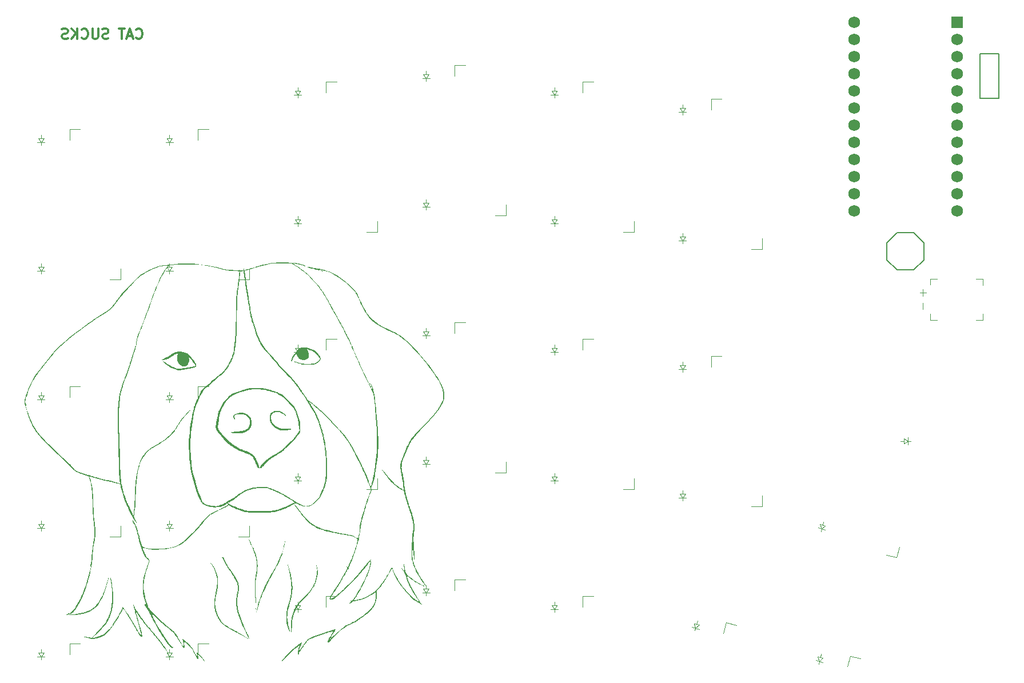
<source format=gbr>
%TF.GenerationSoftware,KiCad,Pcbnew,8.0.6*%
%TF.CreationDate,2025-03-22T19:16:27+01:00*%
%TF.ProjectId,left-finished,6c656674-2d66-4696-9e69-736865642e6b,v1.0.0*%
%TF.SameCoordinates,Original*%
%TF.FileFunction,Legend,Bot*%
%TF.FilePolarity,Positive*%
%FSLAX46Y46*%
G04 Gerber Fmt 4.6, Leading zero omitted, Abs format (unit mm)*
G04 Created by KiCad (PCBNEW 8.0.6) date 2025-03-22 19:16:27*
%MOMM*%
%LPD*%
G01*
G04 APERTURE LIST*
%ADD10C,0.300000*%
%ADD11C,0.100000*%
%ADD12C,0.120000*%
%ADD13C,0.150000*%
%ADD14C,0.000000*%
%ADD15R,1.752600X1.752600*%
%ADD16C,1.752600*%
G04 APERTURE END LIST*
D10*
X106088346Y-63657971D02*
X106159774Y-63729400D01*
X106159774Y-63729400D02*
X106374060Y-63800828D01*
X106374060Y-63800828D02*
X106516917Y-63800828D01*
X106516917Y-63800828D02*
X106731203Y-63729400D01*
X106731203Y-63729400D02*
X106874060Y-63586542D01*
X106874060Y-63586542D02*
X106945489Y-63443685D01*
X106945489Y-63443685D02*
X107016917Y-63157971D01*
X107016917Y-63157971D02*
X107016917Y-62943685D01*
X107016917Y-62943685D02*
X106945489Y-62657971D01*
X106945489Y-62657971D02*
X106874060Y-62515114D01*
X106874060Y-62515114D02*
X106731203Y-62372257D01*
X106731203Y-62372257D02*
X106516917Y-62300828D01*
X106516917Y-62300828D02*
X106374060Y-62300828D01*
X106374060Y-62300828D02*
X106159774Y-62372257D01*
X106159774Y-62372257D02*
X106088346Y-62443685D01*
X105516917Y-63372257D02*
X104802632Y-63372257D01*
X105659774Y-63800828D02*
X105159774Y-62300828D01*
X105159774Y-62300828D02*
X104659774Y-63800828D01*
X104374060Y-62300828D02*
X103516918Y-62300828D01*
X103945489Y-63800828D02*
X103945489Y-62300828D01*
X101945489Y-63729400D02*
X101731204Y-63800828D01*
X101731204Y-63800828D02*
X101374061Y-63800828D01*
X101374061Y-63800828D02*
X101231204Y-63729400D01*
X101231204Y-63729400D02*
X101159775Y-63657971D01*
X101159775Y-63657971D02*
X101088346Y-63515114D01*
X101088346Y-63515114D02*
X101088346Y-63372257D01*
X101088346Y-63372257D02*
X101159775Y-63229400D01*
X101159775Y-63229400D02*
X101231204Y-63157971D01*
X101231204Y-63157971D02*
X101374061Y-63086542D01*
X101374061Y-63086542D02*
X101659775Y-63015114D01*
X101659775Y-63015114D02*
X101802632Y-62943685D01*
X101802632Y-62943685D02*
X101874061Y-62872257D01*
X101874061Y-62872257D02*
X101945489Y-62729400D01*
X101945489Y-62729400D02*
X101945489Y-62586542D01*
X101945489Y-62586542D02*
X101874061Y-62443685D01*
X101874061Y-62443685D02*
X101802632Y-62372257D01*
X101802632Y-62372257D02*
X101659775Y-62300828D01*
X101659775Y-62300828D02*
X101302632Y-62300828D01*
X101302632Y-62300828D02*
X101088346Y-62372257D01*
X100445490Y-62300828D02*
X100445490Y-63515114D01*
X100445490Y-63515114D02*
X100374061Y-63657971D01*
X100374061Y-63657971D02*
X100302633Y-63729400D01*
X100302633Y-63729400D02*
X100159775Y-63800828D01*
X100159775Y-63800828D02*
X99874061Y-63800828D01*
X99874061Y-63800828D02*
X99731204Y-63729400D01*
X99731204Y-63729400D02*
X99659775Y-63657971D01*
X99659775Y-63657971D02*
X99588347Y-63515114D01*
X99588347Y-63515114D02*
X99588347Y-62300828D01*
X98016918Y-63657971D02*
X98088346Y-63729400D01*
X98088346Y-63729400D02*
X98302632Y-63800828D01*
X98302632Y-63800828D02*
X98445489Y-63800828D01*
X98445489Y-63800828D02*
X98659775Y-63729400D01*
X98659775Y-63729400D02*
X98802632Y-63586542D01*
X98802632Y-63586542D02*
X98874061Y-63443685D01*
X98874061Y-63443685D02*
X98945489Y-63157971D01*
X98945489Y-63157971D02*
X98945489Y-62943685D01*
X98945489Y-62943685D02*
X98874061Y-62657971D01*
X98874061Y-62657971D02*
X98802632Y-62515114D01*
X98802632Y-62515114D02*
X98659775Y-62372257D01*
X98659775Y-62372257D02*
X98445489Y-62300828D01*
X98445489Y-62300828D02*
X98302632Y-62300828D01*
X98302632Y-62300828D02*
X98088346Y-62372257D01*
X98088346Y-62372257D02*
X98016918Y-62443685D01*
X97374061Y-63800828D02*
X97374061Y-62300828D01*
X96516918Y-63800828D02*
X97159775Y-62943685D01*
X96516918Y-62300828D02*
X97374061Y-63157971D01*
X95945489Y-63729400D02*
X95731204Y-63800828D01*
X95731204Y-63800828D02*
X95374061Y-63800828D01*
X95374061Y-63800828D02*
X95231204Y-63729400D01*
X95231204Y-63729400D02*
X95159775Y-63657971D01*
X95159775Y-63657971D02*
X95088346Y-63515114D01*
X95088346Y-63515114D02*
X95088346Y-63372257D01*
X95088346Y-63372257D02*
X95159775Y-63229400D01*
X95159775Y-63229400D02*
X95231204Y-63157971D01*
X95231204Y-63157971D02*
X95374061Y-63086542D01*
X95374061Y-63086542D02*
X95659775Y-63015114D01*
X95659775Y-63015114D02*
X95802632Y-62943685D01*
X95802632Y-62943685D02*
X95874061Y-62872257D01*
X95874061Y-62872257D02*
X95945489Y-62729400D01*
X95945489Y-62729400D02*
X95945489Y-62586542D01*
X95945489Y-62586542D02*
X95874061Y-62443685D01*
X95874061Y-62443685D02*
X95802632Y-62372257D01*
X95802632Y-62372257D02*
X95659775Y-62300828D01*
X95659775Y-62300828D02*
X95302632Y-62300828D01*
X95302632Y-62300828D02*
X95088346Y-62372257D01*
D11*
%TO.C,D22*%
X167600000Y-128700000D02*
X168400000Y-128700000D01*
X168000000Y-128700000D02*
X168000000Y-128200000D01*
X168000000Y-129300000D02*
X167450000Y-129300000D01*
X168000000Y-129300000D02*
X167600000Y-128700000D01*
X168000000Y-129300000D02*
X168550000Y-129300000D01*
X168000000Y-129700000D02*
X168000000Y-129300000D01*
X168400000Y-128700000D02*
X168000000Y-129300000D01*
%TO.C,D27*%
X186600000Y-112150000D02*
X187400000Y-112150000D01*
X187000000Y-112150000D02*
X187000000Y-111650000D01*
X187000000Y-112750000D02*
X186450000Y-112750000D01*
X187000000Y-112750000D02*
X186600000Y-112150000D01*
X187000000Y-112750000D02*
X187550000Y-112750000D01*
X187000000Y-113150000D02*
X187000000Y-112750000D01*
X187400000Y-112150000D02*
X187000000Y-112750000D01*
%TO.C,D16*%
X148600000Y-145250000D02*
X149400000Y-145250000D01*
X149000000Y-145250000D02*
X149000000Y-144750000D01*
X149000000Y-145850000D02*
X148450000Y-145850000D01*
X149000000Y-145850000D02*
X148600000Y-145250000D01*
X149000000Y-145850000D02*
X149550000Y-145850000D01*
X149000000Y-146250000D02*
X149000000Y-145850000D01*
X149400000Y-145250000D02*
X149000000Y-145850000D01*
%TO.C,JST1*%
X222600000Y-100900000D02*
X222600000Y-101900000D01*
X222600000Y-103900000D02*
X222600000Y-102900000D01*
X223100000Y-101400000D02*
X222100000Y-101400000D01*
D12*
X223640000Y-99340000D02*
X224640000Y-99340000D01*
X223640000Y-100260000D02*
X223640000Y-99340000D01*
X223640000Y-104540000D02*
X223640000Y-105460000D01*
X223640000Y-105460000D02*
X224640000Y-105460000D01*
X231460000Y-99340000D02*
X230460000Y-99340000D01*
X231460000Y-100340000D02*
X231460000Y-99340000D01*
X231460000Y-104540000D02*
X231460000Y-105460000D01*
X231460000Y-105460000D02*
X230460000Y-105460000D01*
D11*
%TO.C,D18*%
X148600000Y-107150000D02*
X149400000Y-107150000D01*
X149000000Y-107150000D02*
X149000000Y-106650000D01*
X149000000Y-107750000D02*
X148450000Y-107750000D01*
X149000000Y-107750000D02*
X148600000Y-107150000D01*
X149000000Y-107750000D02*
X149550000Y-107750000D01*
X149000000Y-108150000D02*
X149000000Y-107750000D01*
X149400000Y-107150000D02*
X149000000Y-107750000D01*
%TO.C,D24*%
X167600000Y-90600000D02*
X168400000Y-90600000D01*
X168000000Y-90600000D02*
X168000000Y-90100000D01*
X168000000Y-91200000D02*
X167450000Y-91200000D01*
X168000000Y-91200000D02*
X167600000Y-90600000D01*
X168000000Y-91200000D02*
X168550000Y-91200000D01*
X168000000Y-91600000D02*
X168000000Y-91200000D01*
X168400000Y-90600000D02*
X168000000Y-91200000D01*
%TO.C,D8*%
X110600000Y-116650000D02*
X111400000Y-116650000D01*
X111000000Y-116650000D02*
X111000000Y-116150000D01*
X111000000Y-117250000D02*
X110450000Y-117250000D01*
X111000000Y-117250000D02*
X110600000Y-116650000D01*
X111000000Y-117250000D02*
X111550000Y-117250000D01*
X111000000Y-117650000D02*
X111000000Y-117250000D01*
X111400000Y-116650000D02*
X111000000Y-117250000D01*
%TO.C,D10*%
X110600000Y-78550000D02*
X111400000Y-78550000D01*
X111000000Y-78550000D02*
X111000000Y-78050000D01*
X111000000Y-79150000D02*
X110450000Y-79150000D01*
X111000000Y-79150000D02*
X110600000Y-78550000D01*
X111000000Y-79150000D02*
X111550000Y-79150000D01*
X111000000Y-79550000D02*
X111000000Y-79150000D01*
X111400000Y-78550000D02*
X111000000Y-79150000D01*
%TO.C,D13*%
X129600000Y-109650000D02*
X130400000Y-109650000D01*
X130000000Y-109650000D02*
X130000000Y-109150000D01*
X130000000Y-110250000D02*
X129450000Y-110250000D01*
X130000000Y-110250000D02*
X129600000Y-109650000D01*
X130000000Y-110250000D02*
X130550000Y-110250000D01*
X130000000Y-110650000D02*
X130000000Y-110250000D01*
X130400000Y-109650000D02*
X130000000Y-110250000D01*
%TO.C,D1*%
X91600000Y-154750000D02*
X92400000Y-154750000D01*
X92000000Y-154750000D02*
X92000000Y-154250000D01*
X92000000Y-155350000D02*
X91450000Y-155350000D01*
X92000000Y-155350000D02*
X91600000Y-154750000D01*
X92000000Y-155350000D02*
X92550000Y-155350000D01*
X92000000Y-155750000D02*
X92000000Y-155350000D01*
X92400000Y-154750000D02*
X92000000Y-155350000D01*
D13*
%TO.C,B2*%
X217250000Y-94050000D02*
X218750000Y-92550000D01*
X217250000Y-96550000D02*
X217250000Y-94050000D01*
X217250000Y-96550000D02*
X218750000Y-98050000D01*
X221250000Y-92550000D02*
X218750000Y-92550000D01*
X221250000Y-98050000D02*
X218750000Y-98050000D01*
X222750000Y-94050000D02*
X221250000Y-92550000D01*
X222750000Y-96550000D02*
X221250000Y-98050000D01*
X222750000Y-96550000D02*
X222750000Y-94050000D01*
D11*
%TO.C,D4*%
X91600000Y-97600000D02*
X92400000Y-97600000D01*
X92000000Y-97600000D02*
X92000000Y-97100000D01*
X92000000Y-98200000D02*
X91450000Y-98200000D01*
X92000000Y-98200000D02*
X91600000Y-97600000D01*
X92000000Y-98200000D02*
X92550000Y-98200000D01*
X92000000Y-98600000D02*
X92000000Y-98200000D01*
X92400000Y-97600000D02*
X92000000Y-98200000D01*
%TO.C,D31*%
X207009423Y-155331630D02*
X207782164Y-155538685D01*
X207136975Y-156401083D02*
X207240502Y-156014713D01*
X207240502Y-156014713D02*
X206709243Y-155872363D01*
X207240502Y-156014713D02*
X207009423Y-155331630D01*
X207240502Y-156014713D02*
X207771763Y-156157064D01*
X207395794Y-155435158D02*
X207525203Y-154952195D01*
X207782164Y-155538685D02*
X207240502Y-156014713D01*
%TO.C,D11*%
X129600000Y-147750000D02*
X130400000Y-147750000D01*
X130000000Y-147750000D02*
X130000000Y-147250000D01*
X130000000Y-148350000D02*
X129450000Y-148350000D01*
X130000000Y-148350000D02*
X129600000Y-147750000D01*
X130000000Y-148350000D02*
X130550000Y-148350000D01*
X130000000Y-148750000D02*
X130000000Y-148350000D01*
X130400000Y-147750000D02*
X130000000Y-148350000D01*
%TO.C,D21*%
X167600000Y-147750000D02*
X168400000Y-147750000D01*
X168000000Y-147750000D02*
X168000000Y-147250000D01*
X168000000Y-148350000D02*
X167450000Y-148350000D01*
X168000000Y-148350000D02*
X167600000Y-147750000D01*
X168000000Y-148350000D02*
X168550000Y-148350000D01*
X168000000Y-148750000D02*
X168000000Y-148350000D01*
X168400000Y-147750000D02*
X168000000Y-148350000D01*
%TO.C,D33*%
X219750000Y-123000000D02*
X220350000Y-123400000D01*
X219750000Y-123400000D02*
X219250000Y-123400000D01*
X219750000Y-123800000D02*
X219750000Y-123000000D01*
X220350000Y-123400000D02*
X219750000Y-123800000D01*
X220350000Y-123400000D02*
X220350000Y-122850000D01*
X220350000Y-123400000D02*
X220350000Y-123950000D01*
X220750000Y-123400000D02*
X220350000Y-123400000D01*
D13*
%TO.C,T2*%
X231000000Y-66000000D02*
X231000000Y-72600000D01*
X231000000Y-72600000D02*
X233850000Y-72600000D01*
X233850000Y-66000000D02*
X231000000Y-66000000D01*
X233850000Y-69300000D02*
X233850000Y-66000000D01*
X233850000Y-69300000D02*
X233850000Y-72600000D01*
X233850000Y-71250000D02*
X233850000Y-67350000D01*
D11*
%TO.C,D26*%
X186600000Y-131200000D02*
X187400000Y-131200000D01*
X187000000Y-131200000D02*
X187000000Y-130700000D01*
X187000000Y-131800000D02*
X186450000Y-131800000D01*
X187000000Y-131800000D02*
X186600000Y-131200000D01*
X187000000Y-131800000D02*
X187550000Y-131800000D01*
X187000000Y-132200000D02*
X187000000Y-131800000D01*
X187400000Y-131200000D02*
X187000000Y-131800000D01*
%TO.C,D19*%
X148600000Y-88100000D02*
X149400000Y-88100000D01*
X149000000Y-88100000D02*
X149000000Y-87600000D01*
X149000000Y-88700000D02*
X148450000Y-88700000D01*
X149000000Y-88700000D02*
X148600000Y-88100000D01*
X149000000Y-88700000D02*
X149550000Y-88700000D01*
X149000000Y-89100000D02*
X149000000Y-88700000D01*
X149400000Y-88100000D02*
X149000000Y-88700000D01*
%TO.C,D3*%
X91600000Y-116650000D02*
X92400000Y-116650000D01*
X92000000Y-116650000D02*
X92000000Y-116150000D01*
X92000000Y-117250000D02*
X91450000Y-117250000D01*
X92000000Y-117250000D02*
X91600000Y-116650000D01*
X92000000Y-117250000D02*
X92550000Y-117250000D01*
X92000000Y-117650000D02*
X92000000Y-117250000D01*
X92400000Y-116650000D02*
X92000000Y-117250000D01*
%TO.C,D2*%
X91600000Y-135700000D02*
X92400000Y-135700000D01*
X92000000Y-135700000D02*
X92000000Y-135200000D01*
X92000000Y-136300000D02*
X91450000Y-136300000D01*
X92000000Y-136300000D02*
X91600000Y-135700000D01*
X92000000Y-136300000D02*
X92550000Y-136300000D01*
X92000000Y-136700000D02*
X92000000Y-136300000D01*
X92400000Y-135700000D02*
X92000000Y-136300000D01*
%TO.C,D7*%
X110600000Y-135700000D02*
X111400000Y-135700000D01*
X111000000Y-135700000D02*
X111000000Y-135200000D01*
X111000000Y-136300000D02*
X110450000Y-136300000D01*
X111000000Y-136300000D02*
X110600000Y-135700000D01*
X111000000Y-136300000D02*
X111550000Y-136300000D01*
X111000000Y-136700000D02*
X111000000Y-136300000D01*
X111400000Y-135700000D02*
X111000000Y-136300000D01*
%TO.C,D23*%
X167600000Y-109650000D02*
X168400000Y-109650000D01*
X168000000Y-109650000D02*
X168000000Y-109150000D01*
X168000000Y-110250000D02*
X167450000Y-110250000D01*
X168000000Y-110250000D02*
X167600000Y-109650000D01*
X168000000Y-110250000D02*
X168550000Y-110250000D01*
X168000000Y-110650000D02*
X168000000Y-110250000D01*
X168400000Y-109650000D02*
X168000000Y-110250000D01*
%TO.C,D5*%
X91600000Y-78550000D02*
X92400000Y-78550000D01*
X92000000Y-78550000D02*
X92000000Y-78050000D01*
X92000000Y-79150000D02*
X91450000Y-79150000D01*
X92000000Y-79150000D02*
X91600000Y-78550000D01*
X92000000Y-79150000D02*
X92550000Y-79150000D01*
X92000000Y-79550000D02*
X92000000Y-79150000D01*
X92400000Y-78550000D02*
X92000000Y-79150000D01*
%TO.C,D6*%
X110600000Y-154750000D02*
X111400000Y-154750000D01*
X111000000Y-154750000D02*
X111000000Y-154250000D01*
X111000000Y-155350000D02*
X110450000Y-155350000D01*
X111000000Y-155350000D02*
X110600000Y-154750000D01*
X111000000Y-155350000D02*
X111550000Y-155350000D01*
X111000000Y-155750000D02*
X111000000Y-155350000D01*
X111400000Y-154750000D02*
X111000000Y-155350000D01*
%TO.C,D17*%
X148600000Y-126200000D02*
X149400000Y-126200000D01*
X149000000Y-126200000D02*
X149000000Y-125700000D01*
X149000000Y-126800000D02*
X148450000Y-126800000D01*
X149000000Y-126800000D02*
X148600000Y-126200000D01*
X149000000Y-126800000D02*
X149550000Y-126800000D01*
X149000000Y-127200000D02*
X149000000Y-126800000D01*
X149400000Y-126200000D02*
X149000000Y-126800000D01*
%TO.C,D20*%
X148600000Y-69050000D02*
X149400000Y-69050000D01*
X149000000Y-69050000D02*
X149000000Y-68550000D01*
X149000000Y-69650000D02*
X148450000Y-69650000D01*
X149000000Y-69650000D02*
X148600000Y-69050000D01*
X149000000Y-69650000D02*
X149550000Y-69650000D01*
X149000000Y-70050000D02*
X149000000Y-69650000D01*
X149400000Y-69050000D02*
X149000000Y-69650000D01*
%TO.C,D15*%
X129600000Y-71550000D02*
X130400000Y-71550000D01*
X130000000Y-71550000D02*
X130000000Y-71050000D01*
X130000000Y-72150000D02*
X129450000Y-72150000D01*
X130000000Y-72150000D02*
X129600000Y-71550000D01*
X130000000Y-72150000D02*
X130550000Y-72150000D01*
X130000000Y-72550000D02*
X130000000Y-72150000D01*
X130400000Y-71550000D02*
X130000000Y-72150000D01*
%TO.C,D28*%
X186600000Y-93100000D02*
X187400000Y-93100000D01*
X187000000Y-93100000D02*
X187000000Y-92600000D01*
X187000000Y-93700000D02*
X186450000Y-93700000D01*
X187000000Y-93700000D02*
X186600000Y-93100000D01*
X187000000Y-93700000D02*
X187550000Y-93700000D01*
X187000000Y-94100000D02*
X187000000Y-93700000D01*
X187400000Y-93100000D02*
X187000000Y-93700000D01*
%TO.C,D25*%
X167600000Y-71550000D02*
X168400000Y-71550000D01*
X168000000Y-71550000D02*
X168000000Y-71050000D01*
X168000000Y-72150000D02*
X167450000Y-72150000D01*
X168000000Y-72150000D02*
X167600000Y-71550000D01*
X168000000Y-72150000D02*
X168550000Y-72150000D01*
X168000000Y-72550000D02*
X168000000Y-72150000D01*
X168400000Y-71550000D02*
X168000000Y-72150000D01*
%TO.C,D29*%
X186600000Y-74050000D02*
X187400000Y-74050000D01*
X187000000Y-74050000D02*
X187000000Y-73550000D01*
X187000000Y-74650000D02*
X186450000Y-74650000D01*
X187000000Y-74650000D02*
X186600000Y-74050000D01*
X187000000Y-74650000D02*
X187550000Y-74650000D01*
X187000000Y-75050000D02*
X187000000Y-74650000D01*
X187400000Y-74050000D02*
X187000000Y-74650000D01*
%TO.C,D30*%
X188656832Y-150414068D02*
X189429573Y-150621123D01*
X188784384Y-151483521D02*
X188887911Y-151097151D01*
X188887911Y-151097151D02*
X188356652Y-150954801D01*
X188887911Y-151097151D02*
X188656832Y-150414068D01*
X188887911Y-151097151D02*
X189419172Y-151239502D01*
X189043203Y-150517596D02*
X189172612Y-150034633D01*
X189429573Y-150621123D02*
X188887911Y-151097151D01*
%TO.C,D14*%
X129600000Y-90600000D02*
X130400000Y-90600000D01*
X130000000Y-90600000D02*
X130000000Y-90100000D01*
X130000000Y-91200000D02*
X129450000Y-91200000D01*
X130000000Y-91200000D02*
X129600000Y-90600000D01*
X130000000Y-91200000D02*
X130550000Y-91200000D01*
X130000000Y-91600000D02*
X130000000Y-91200000D01*
X130400000Y-90600000D02*
X130000000Y-91200000D01*
%TO.C,D12*%
X129600000Y-128700000D02*
X130400000Y-128700000D01*
X130000000Y-128700000D02*
X130000000Y-128200000D01*
X130000000Y-129300000D02*
X129450000Y-129300000D01*
X130000000Y-129300000D02*
X129600000Y-128700000D01*
X130000000Y-129300000D02*
X130550000Y-129300000D01*
X130000000Y-129700000D02*
X130000000Y-129300000D01*
X130400000Y-128700000D02*
X130000000Y-129300000D01*
%TO.C,D32*%
X207351778Y-135701352D02*
X208124519Y-135908407D01*
X207479330Y-136770805D02*
X207582857Y-136384435D01*
X207582857Y-136384435D02*
X207051598Y-136242085D01*
X207582857Y-136384435D02*
X207351778Y-135701352D01*
X207582857Y-136384435D02*
X208114118Y-136526786D01*
X207738149Y-135804880D02*
X207867558Y-135321917D01*
X208124519Y-135908407D02*
X207582857Y-136384435D01*
%TO.C,D9*%
X110600000Y-97600000D02*
X111400000Y-97600000D01*
X111000000Y-97600000D02*
X111000000Y-97100000D01*
X111000000Y-98200000D02*
X110450000Y-98200000D01*
X111000000Y-98200000D02*
X110600000Y-97600000D01*
X111000000Y-98200000D02*
X111550000Y-98200000D01*
X111000000Y-98600000D02*
X111000000Y-98200000D01*
X111400000Y-97600000D02*
X111000000Y-98200000D01*
D12*
%TO.C,LED9*%
X134200000Y-70200000D02*
X135800000Y-70200000D01*
X134200000Y-71800000D02*
X134200000Y-70200000D01*
%TO.C,LED11*%
X153200000Y-105800000D02*
X154800000Y-105800000D01*
X153200000Y-107400000D02*
X153200000Y-105800000D01*
%TO.C,LED5*%
X115200000Y-115300000D02*
X116800000Y-115300000D01*
X115200000Y-116900000D02*
X115200000Y-115300000D01*
%TO.C,LED26*%
X160800000Y-126450000D02*
X160800000Y-128050000D01*
X160800000Y-128050000D02*
X159200000Y-128050000D01*
%TO.C,LED22*%
X122800000Y-135950000D02*
X122800000Y-137550000D01*
X122800000Y-137550000D02*
X121200000Y-137550000D01*
%TO.C,LED1*%
X96200000Y-153400000D02*
X97800000Y-153400000D01*
X96200000Y-155000000D02*
X96200000Y-153400000D01*
%TO.C,LED20*%
X103800000Y-135950000D02*
X103800000Y-137550000D01*
X103800000Y-137550000D02*
X102200000Y-137550000D01*
%TO.C,LED14*%
X172200000Y-108300000D02*
X173800000Y-108300000D01*
X172200000Y-109900000D02*
X172200000Y-108300000D01*
%TO.C,LED17*%
X191200000Y-72700000D02*
X192800000Y-72700000D01*
X191200000Y-74300000D02*
X191200000Y-72700000D01*
%TO.C,LED25*%
X141800000Y-90850000D02*
X141800000Y-92450000D01*
X141800000Y-92450000D02*
X140200000Y-92450000D01*
%TO.C,LED2*%
X96200000Y-115300000D02*
X97800000Y-115300000D01*
X96200000Y-116900000D02*
X96200000Y-115300000D01*
D14*
%TO.C,G\u002A\u002A\u002A*%
G36*
X128172203Y-137900000D02*
G01*
X128172257Y-137909472D01*
X128166894Y-137972090D01*
X128153763Y-137970761D01*
X128146425Y-137937893D01*
X128152281Y-137850761D01*
X128154260Y-137843883D01*
X128166435Y-137837961D01*
X128172203Y-137900000D01*
G37*
G36*
X127042466Y-118894418D02*
G01*
X127338645Y-118954482D01*
X127635044Y-119075498D01*
X127750613Y-119138004D01*
X127944302Y-119261686D01*
X128087610Y-119387808D01*
X128198949Y-119531248D01*
X128211373Y-119550937D01*
X128251090Y-119633308D01*
X128235116Y-119659368D01*
X128164490Y-119629044D01*
X128040250Y-119542265D01*
X127809345Y-119379232D01*
X127555248Y-119238199D01*
X127302740Y-119143418D01*
X126999825Y-119086368D01*
X126726195Y-119097390D01*
X126491859Y-119172014D01*
X126302664Y-119304549D01*
X126164458Y-119489306D01*
X126083087Y-119720594D01*
X126064400Y-119992722D01*
X126114244Y-120300000D01*
X126143526Y-120400840D01*
X126227411Y-120608924D01*
X126345302Y-120795754D01*
X126514886Y-120991872D01*
X126528296Y-121005758D01*
X126808394Y-121235198D01*
X127143970Y-121407254D01*
X127534669Y-121521818D01*
X127980131Y-121578785D01*
X128480000Y-121578046D01*
X128625339Y-121572102D01*
X128800619Y-121571085D01*
X128938468Y-121577345D01*
X129017727Y-121590395D01*
X129059951Y-121607911D01*
X129077737Y-121628861D01*
X129037967Y-121655091D01*
X128931822Y-121697611D01*
X128872510Y-121718272D01*
X128701372Y-121765635D01*
X128534096Y-121798880D01*
X128342174Y-121822221D01*
X127867985Y-121836523D01*
X127433055Y-121783934D01*
X127039261Y-121664952D01*
X126688482Y-121480073D01*
X126382596Y-121229795D01*
X126351201Y-121197652D01*
X126132694Y-120921754D01*
X125972239Y-120619272D01*
X125872619Y-120302512D01*
X125836617Y-119983780D01*
X125867013Y-119675382D01*
X125966591Y-119389625D01*
X126077050Y-119222803D01*
X126263799Y-119059499D01*
X126494188Y-118948970D01*
X126757362Y-118893262D01*
X127042466Y-118894418D01*
G37*
G36*
X121817623Y-119226066D02*
G01*
X122145195Y-119299692D01*
X122447030Y-119424131D01*
X122710638Y-119593149D01*
X122923530Y-119800516D01*
X123073214Y-120040000D01*
X123117036Y-120171742D01*
X123155907Y-120385694D01*
X123174789Y-120626682D01*
X123171709Y-120866146D01*
X123144697Y-121075523D01*
X123068839Y-121309441D01*
X122911046Y-121570592D01*
X122686970Y-121795449D01*
X122400908Y-121980704D01*
X122057153Y-122123049D01*
X121660000Y-122219175D01*
X121464786Y-122246430D01*
X121211422Y-122267221D01*
X120957782Y-122274363D01*
X120717160Y-122268624D01*
X120502849Y-122250769D01*
X120328144Y-122221564D01*
X120206338Y-122181776D01*
X120150725Y-122132172D01*
X120152067Y-122100638D01*
X120191693Y-122072711D01*
X120281503Y-122051376D01*
X120431436Y-122034399D01*
X120651430Y-122019544D01*
X120878488Y-122004732D01*
X121219464Y-121974367D01*
X121522782Y-121937273D01*
X121774331Y-121895278D01*
X121960000Y-121850207D01*
X121960155Y-121850159D01*
X122170111Y-121769724D01*
X122375831Y-121664631D01*
X122552735Y-121549056D01*
X122676240Y-121437174D01*
X122751780Y-121332253D01*
X122860837Y-121095761D01*
X122922373Y-120829057D01*
X122936227Y-120550931D01*
X122902235Y-120280178D01*
X122820236Y-120035589D01*
X122690066Y-119835957D01*
X122679329Y-119824293D01*
X122474289Y-119658306D01*
X122214849Y-119529692D01*
X121918218Y-119442190D01*
X121601604Y-119399539D01*
X121282216Y-119405480D01*
X120977261Y-119463751D01*
X120804607Y-119526780D01*
X120660783Y-119619833D01*
X120593099Y-119731996D01*
X120600128Y-119865969D01*
X120680439Y-120024451D01*
X120727404Y-120097728D01*
X120760379Y-120172034D01*
X120738472Y-120192080D01*
X120661286Y-120160687D01*
X120621893Y-120134180D01*
X120523990Y-120024519D01*
X120449708Y-119884709D01*
X120420150Y-119750631D01*
X120435603Y-119662059D01*
X120519512Y-119531406D01*
X120668430Y-119416337D01*
X120873403Y-119321687D01*
X121125479Y-119252292D01*
X121415705Y-119212986D01*
X121476804Y-119209483D01*
X121817623Y-119226066D01*
G37*
G36*
X122745718Y-137903976D02*
G01*
X122802411Y-138001493D01*
X122879490Y-138145990D01*
X122971508Y-138326362D01*
X123073019Y-138531503D01*
X123178573Y-138750305D01*
X123282724Y-138971662D01*
X123380024Y-139184468D01*
X123465025Y-139377616D01*
X123532280Y-139540000D01*
X123657351Y-139866907D01*
X123809707Y-140310033D01*
X123924711Y-140719328D01*
X124003957Y-141110423D01*
X124049039Y-141498950D01*
X124061549Y-141900539D01*
X124043080Y-142330823D01*
X123995226Y-142805433D01*
X123919580Y-143340000D01*
X123856434Y-143773096D01*
X123792987Y-144322321D01*
X123756318Y-144834732D01*
X123745545Y-145332378D01*
X123759784Y-145837308D01*
X123798152Y-146371571D01*
X123815897Y-146578881D01*
X123842957Y-146952501D01*
X123861632Y-147297309D01*
X123871805Y-147604860D01*
X123873357Y-147866709D01*
X123866170Y-148074412D01*
X123850124Y-148219523D01*
X123825103Y-148293598D01*
X123797574Y-148323548D01*
X123743747Y-148358415D01*
X123725143Y-148339154D01*
X123757732Y-148271099D01*
X123783164Y-148218513D01*
X123811982Y-148063743D01*
X123818094Y-147832805D01*
X123801503Y-147525519D01*
X123762209Y-147141703D01*
X123748238Y-147016365D01*
X123724390Y-146771763D01*
X123699913Y-146489551D01*
X123676999Y-146195470D01*
X123657837Y-145915261D01*
X123638244Y-145427073D01*
X123645988Y-144737369D01*
X123693755Y-144066342D01*
X123780260Y-143440000D01*
X123857250Y-142969516D01*
X123914401Y-142521513D01*
X123945192Y-142122418D01*
X123950230Y-141758627D01*
X123930122Y-141416535D01*
X123885475Y-141082539D01*
X123872075Y-141004798D01*
X123841229Y-140840388D01*
X123807787Y-140690209D01*
X123765997Y-140531755D01*
X123710106Y-140342520D01*
X123634362Y-140100000D01*
X123607209Y-140018161D01*
X123526410Y-139796394D01*
X123421600Y-139528193D01*
X123300147Y-139231083D01*
X123169417Y-138922588D01*
X123036779Y-138620232D01*
X122909600Y-138341540D01*
X122795246Y-138104035D01*
X122757962Y-138023800D01*
X122720178Y-137922829D01*
X122711283Y-137866153D01*
X122714860Y-137864548D01*
X122745718Y-137903976D01*
G37*
G36*
X102015779Y-143531447D02*
G01*
X102015917Y-143544176D01*
X102003362Y-143665230D01*
X101969807Y-143848167D01*
X101918270Y-144080670D01*
X101851764Y-144350422D01*
X101773307Y-144645105D01*
X101685912Y-144952403D01*
X101592596Y-145260000D01*
X101580480Y-145298400D01*
X101335292Y-145992772D01*
X101064119Y-146611898D01*
X100766606Y-147156294D01*
X100442401Y-147626475D01*
X100091150Y-148022958D01*
X99712499Y-148346258D01*
X99306095Y-148596890D01*
X99190143Y-148651109D01*
X98954009Y-148744492D01*
X98684681Y-148835689D01*
X98410549Y-148915355D01*
X98160000Y-148974145D01*
X97996728Y-149005520D01*
X97767882Y-149047532D01*
X97532519Y-149089010D01*
X97311908Y-149126296D01*
X97127312Y-149155732D01*
X97000000Y-149173659D01*
X96903836Y-149185089D01*
X96827640Y-149194006D01*
X96805949Y-149191620D01*
X96803285Y-149154685D01*
X96800723Y-149132458D01*
X96740673Y-149125199D01*
X96611275Y-149136860D01*
X96526399Y-149144625D01*
X96382128Y-149146685D01*
X96275630Y-149134651D01*
X96160000Y-149104952D01*
X96260000Y-149076463D01*
X96322336Y-149064435D01*
X96452640Y-149050871D01*
X96601662Y-149043987D01*
X96821760Y-149034540D01*
X97228297Y-148992955D01*
X97657050Y-148923247D01*
X98087606Y-148830060D01*
X98499552Y-148718038D01*
X98872474Y-148591825D01*
X99185959Y-148456065D01*
X99420765Y-148323318D01*
X99797840Y-148046040D01*
X100151399Y-147705475D01*
X100469866Y-147311940D01*
X100524564Y-147230056D01*
X100618704Y-147076053D01*
X100726524Y-146889336D01*
X100838876Y-146686786D01*
X100946611Y-146485284D01*
X101040580Y-146301708D01*
X101111635Y-146152941D01*
X101150626Y-146055861D01*
X101154038Y-146045361D01*
X101185768Y-145960441D01*
X101237522Y-145830802D01*
X101299942Y-145680000D01*
X101369057Y-145504006D01*
X101455737Y-145262693D01*
X101548839Y-144987346D01*
X101641031Y-144700256D01*
X101724983Y-144423711D01*
X101793362Y-144180000D01*
X101797246Y-144165332D01*
X101874088Y-143882982D01*
X101934288Y-143678636D01*
X101977920Y-143552078D01*
X102005059Y-143503087D01*
X102015779Y-143531447D01*
G37*
G36*
X128523062Y-141598271D02*
G01*
X128556653Y-141677312D01*
X128609053Y-141831795D01*
X128783641Y-142411623D01*
X128973457Y-143161444D01*
X129110144Y-143870065D01*
X129192727Y-144532195D01*
X129220228Y-145142543D01*
X129219609Y-145219303D01*
X129179877Y-145812873D01*
X129079437Y-146443498D01*
X128920001Y-147100000D01*
X128843245Y-147373315D01*
X128734693Y-147770682D01*
X128647370Y-148108713D01*
X128579223Y-148397888D01*
X128528201Y-148648687D01*
X128492250Y-148871591D01*
X128469318Y-149077079D01*
X128457351Y-149275631D01*
X128454299Y-149477726D01*
X128454632Y-149509832D01*
X128468400Y-149757935D01*
X128499664Y-150038249D01*
X128544877Y-150332088D01*
X128600493Y-150620764D01*
X128662964Y-150885590D01*
X128728744Y-151107880D01*
X128794285Y-151268947D01*
X128794513Y-151269388D01*
X128840772Y-151395798D01*
X128860000Y-151521346D01*
X128858051Y-151572516D01*
X128839987Y-151632748D01*
X128804330Y-151618959D01*
X128752731Y-151533537D01*
X128686838Y-151378867D01*
X128608301Y-151157334D01*
X128588453Y-151096872D01*
X128456024Y-150645442D01*
X128366585Y-150232145D01*
X128316000Y-149833758D01*
X128300134Y-149427059D01*
X128300278Y-149382740D01*
X128305542Y-149168253D01*
X128320006Y-148959860D01*
X128345881Y-148745821D01*
X128385384Y-148514395D01*
X128440729Y-148253840D01*
X128514129Y-147952417D01*
X128607801Y-147598384D01*
X128723957Y-147180000D01*
X128800277Y-146889263D01*
X128901063Y-146425398D01*
X128978095Y-145962613D01*
X129029011Y-145518835D01*
X129051447Y-145111989D01*
X129043040Y-144760000D01*
X129023445Y-144509149D01*
X129005041Y-144284537D01*
X128989112Y-144109369D01*
X128973910Y-143967488D01*
X128957681Y-143842738D01*
X128938675Y-143718960D01*
X128915142Y-143580000D01*
X128911126Y-143557076D01*
X128869321Y-143333217D01*
X128820611Y-143091357D01*
X128774723Y-142880000D01*
X128768470Y-142852709D01*
X128723272Y-142655409D01*
X128678108Y-142458190D01*
X128641897Y-142300000D01*
X128631659Y-142255071D01*
X128573599Y-141991029D01*
X128533549Y-141791053D01*
X128511670Y-141657417D01*
X128508121Y-141592398D01*
X128523062Y-141598271D01*
G37*
G36*
X132744335Y-141704517D02*
G01*
X132793673Y-141787764D01*
X132812543Y-141830553D01*
X132857477Y-141969999D01*
X132902446Y-142149750D01*
X132941694Y-142342826D01*
X132969465Y-142522248D01*
X132980000Y-142661037D01*
X132978907Y-142725640D01*
X132954136Y-143021218D01*
X132900777Y-143359672D01*
X132824218Y-143717889D01*
X132729848Y-144072758D01*
X132623057Y-144401165D01*
X132509233Y-144680000D01*
X132508872Y-144680770D01*
X132445388Y-144804317D01*
X132357811Y-144959645D01*
X132256647Y-145129811D01*
X132152405Y-145297873D01*
X132055591Y-145446887D01*
X131976713Y-145559910D01*
X131926279Y-145620000D01*
X131910771Y-145634634D01*
X131845485Y-145705355D01*
X131765206Y-145800000D01*
X131732029Y-145838791D01*
X131641860Y-145939859D01*
X131512040Y-146082645D01*
X131351732Y-146257149D01*
X131170095Y-146453369D01*
X130976291Y-146661304D01*
X130734762Y-146922451D01*
X130505447Y-147179345D01*
X130316419Y-147404253D01*
X130158241Y-147609496D01*
X130021475Y-147807396D01*
X129896684Y-148010274D01*
X129774431Y-148230450D01*
X129743319Y-148290255D01*
X129589871Y-148626435D01*
X129451462Y-148994762D01*
X129339190Y-149363272D01*
X129264154Y-149700000D01*
X129248436Y-149792270D01*
X129213849Y-149994374D01*
X129181915Y-150180000D01*
X129170719Y-150261042D01*
X129155013Y-150439646D01*
X129144111Y-150649392D01*
X129139884Y-150860000D01*
X129138684Y-150990343D01*
X129133108Y-151198727D01*
X129124068Y-151384911D01*
X129112751Y-151520000D01*
X129086197Y-151740000D01*
X129032544Y-151608920D01*
X129009128Y-151509674D01*
X128992748Y-151340148D01*
X128985129Y-151120879D01*
X128985780Y-150867265D01*
X128994211Y-150594706D01*
X129009928Y-150318604D01*
X129032443Y-150054358D01*
X129061262Y-149817368D01*
X129095895Y-149623034D01*
X129114830Y-149539616D01*
X129229081Y-149100238D01*
X129362110Y-148700227D01*
X129520829Y-148327752D01*
X129712151Y-147970981D01*
X129942992Y-147618085D01*
X130220264Y-147257231D01*
X130550881Y-146876590D01*
X130941757Y-146464330D01*
X131227928Y-146168139D01*
X131517618Y-145855375D01*
X131759910Y-145575289D01*
X131962301Y-145317653D01*
X132132285Y-145072239D01*
X132277359Y-144828819D01*
X132405017Y-144577166D01*
X132522756Y-144307051D01*
X132533479Y-144280435D01*
X132652864Y-143933834D01*
X132747057Y-143564760D01*
X132814355Y-143188913D01*
X132853052Y-142821995D01*
X132861446Y-142479708D01*
X132837832Y-142177751D01*
X132780507Y-141931827D01*
X132754422Y-141854052D01*
X132724200Y-141743229D01*
X132721007Y-141691528D01*
X132744335Y-141704517D01*
G37*
G36*
X128136220Y-138248477D02*
G01*
X128133428Y-138331700D01*
X128110454Y-138520658D01*
X128067914Y-138760277D01*
X128009620Y-139034921D01*
X127939380Y-139328959D01*
X127861006Y-139626755D01*
X127778308Y-139912676D01*
X127695097Y-140171088D01*
X127615181Y-140386358D01*
X127523100Y-140609195D01*
X127361957Y-140983653D01*
X127202557Y-141330323D01*
X127033446Y-141672844D01*
X126843174Y-142034857D01*
X126620288Y-142440000D01*
X126558165Y-142551423D01*
X126459458Y-142729647D01*
X126372840Y-142887380D01*
X126311870Y-143000000D01*
X126283790Y-143052285D01*
X126207191Y-143193212D01*
X126113310Y-143364481D01*
X126016423Y-143540000D01*
X125890352Y-143771644D01*
X125706435Y-144122003D01*
X125517943Y-144493618D01*
X125332185Y-144871330D01*
X125156472Y-145239983D01*
X124998111Y-145584417D01*
X124864413Y-145889475D01*
X124762687Y-146140000D01*
X124758269Y-146151567D01*
X124701592Y-146299240D01*
X124653234Y-146424035D01*
X124623246Y-146500000D01*
X124547689Y-146693414D01*
X124458666Y-146943521D01*
X124364898Y-147232539D01*
X124259813Y-147580000D01*
X124239689Y-147647829D01*
X124176338Y-147855902D01*
X124117634Y-148041211D01*
X124069381Y-148185711D01*
X124037385Y-148271357D01*
X124032509Y-148282723D01*
X123995266Y-148386079D01*
X123980000Y-148459474D01*
X123968404Y-148522328D01*
X123933503Y-148618286D01*
X123898317Y-148686169D01*
X123876619Y-148709951D01*
X123875784Y-148708061D01*
X123880874Y-148655070D01*
X123901927Y-148544154D01*
X123935109Y-148392252D01*
X123976584Y-148216300D01*
X124022517Y-148033237D01*
X124069073Y-147860000D01*
X124136608Y-147621531D01*
X124276764Y-147145748D01*
X124407646Y-146730882D01*
X124533337Y-146364799D01*
X124657920Y-146035362D01*
X124785478Y-145730435D01*
X124807904Y-145678404D01*
X124845247Y-145585715D01*
X124860000Y-145539297D01*
X124864847Y-145522156D01*
X124897846Y-145442020D01*
X124956761Y-145310642D01*
X125035352Y-145141386D01*
X125127375Y-144947617D01*
X125226587Y-144742700D01*
X125326748Y-144540000D01*
X125459600Y-144279570D01*
X125623742Y-143967136D01*
X125800745Y-143637668D01*
X125978554Y-143313365D01*
X126145116Y-143016426D01*
X126288375Y-142769052D01*
X126302042Y-142745826D01*
X126376247Y-142615309D01*
X126438375Y-142500000D01*
X126460744Y-142457376D01*
X126529034Y-142332125D01*
X126603555Y-142200000D01*
X126610343Y-142188189D01*
X126944904Y-141575685D01*
X127242709Y-140969539D01*
X127496370Y-140385670D01*
X127698502Y-139840000D01*
X127718072Y-139781048D01*
X127780122Y-139588163D01*
X127833508Y-139408951D01*
X127883008Y-139224972D01*
X127933399Y-139017782D01*
X127989458Y-138768939D01*
X128055962Y-138460000D01*
X128089233Y-138311208D01*
X128114826Y-138219182D01*
X128130045Y-138199438D01*
X128136220Y-138248477D01*
G37*
G36*
X130974537Y-109530783D02*
G01*
X131285452Y-109573046D01*
X131622069Y-109647775D01*
X131972607Y-109753231D01*
X132325288Y-109887676D01*
X132442968Y-109950129D01*
X132607978Y-110067148D01*
X132780973Y-110215135D01*
X132949788Y-110381156D01*
X133102262Y-110552275D01*
X133226230Y-110715555D01*
X133309531Y-110858061D01*
X133340000Y-110966857D01*
X133346543Y-111006820D01*
X133380000Y-111040000D01*
X133402350Y-111045949D01*
X133417039Y-111101587D01*
X133383961Y-111217206D01*
X133302723Y-111394606D01*
X133150346Y-111628872D01*
X132925536Y-111842385D01*
X132652602Y-111996558D01*
X132340000Y-112085324D01*
X132282541Y-112091563D01*
X132139409Y-112098853D01*
X131945957Y-112103035D01*
X131720162Y-112103786D01*
X131480000Y-112100783D01*
X131304203Y-112096845D01*
X131090991Y-112089731D01*
X130924328Y-112078784D01*
X130784055Y-112061229D01*
X130650015Y-112034294D01*
X130502049Y-111995206D01*
X130320000Y-111941190D01*
X130168819Y-111893842D01*
X129960173Y-111823350D01*
X129778608Y-111756148D01*
X129633966Y-111696394D01*
X129536089Y-111648243D01*
X129494820Y-111615852D01*
X129520000Y-111603376D01*
X129581578Y-111606776D01*
X129675793Y-111622846D01*
X129808627Y-111654794D01*
X129992543Y-111705650D01*
X130240000Y-111778446D01*
X130721608Y-111899496D01*
X131250705Y-111977617D01*
X131753608Y-111992595D01*
X132220000Y-111943571D01*
X132420883Y-111900096D01*
X132676239Y-111813162D01*
X132879971Y-111692789D01*
X133048298Y-111528459D01*
X133197441Y-111309653D01*
X133197985Y-111308717D01*
X133259598Y-111199035D01*
X133283541Y-111134827D01*
X133272744Y-111092797D01*
X133230136Y-111049653D01*
X133218474Y-111038553D01*
X133148226Y-110961649D01*
X133051517Y-110846561D01*
X132945645Y-110713715D01*
X132938116Y-110704031D01*
X132757758Y-110486999D01*
X132591244Y-110322501D01*
X132417515Y-110192194D01*
X132215513Y-110077734D01*
X132172184Y-110056547D01*
X132010826Y-109985653D01*
X131833442Y-109916798D01*
X131662229Y-109857787D01*
X131519382Y-109816425D01*
X131427097Y-109800516D01*
X131420604Y-109800878D01*
X131408452Y-109829355D01*
X131457181Y-109905501D01*
X131480373Y-109937579D01*
X131568990Y-110120698D01*
X131628963Y-110346763D01*
X131656738Y-110588544D01*
X131648757Y-110818809D01*
X131601464Y-111010327D01*
X131546241Y-111112776D01*
X131401601Y-111260064D01*
X131208781Y-111353025D01*
X130977957Y-111387629D01*
X130719303Y-111359843D01*
X130568372Y-111318546D01*
X130294509Y-111194322D01*
X130079747Y-111021662D01*
X129927874Y-110804085D01*
X129842679Y-110545112D01*
X129814542Y-110390224D01*
X129727271Y-110510675D01*
X129715770Y-110526451D01*
X129626308Y-110645697D01*
X129533266Y-110765562D01*
X129513048Y-110792722D01*
X129437432Y-110909771D01*
X129348035Y-111064047D01*
X129260155Y-111229562D01*
X129232993Y-111282833D01*
X129137490Y-111459132D01*
X129069706Y-111564946D01*
X129030922Y-111599901D01*
X129022421Y-111563621D01*
X129045484Y-111455735D01*
X129101393Y-111275867D01*
X129117669Y-111229261D01*
X129196864Y-111032771D01*
X129288490Y-110841158D01*
X129380454Y-110678249D01*
X129460665Y-110567875D01*
X129499000Y-110521576D01*
X129574844Y-110420309D01*
X129659387Y-110300000D01*
X129742077Y-110185587D01*
X129897834Y-109996687D01*
X130062073Y-109823955D01*
X130217896Y-109684654D01*
X130348407Y-109596047D01*
X130476931Y-109550602D01*
X130701103Y-109522722D01*
X130974537Y-109530783D01*
G37*
G36*
X117156999Y-141461711D02*
G01*
X117192223Y-141488253D01*
X117308694Y-141612164D01*
X117438418Y-141793812D01*
X117573479Y-142019308D01*
X117705955Y-142274765D01*
X117827927Y-142546291D01*
X117931477Y-142820000D01*
X117998122Y-143017783D01*
X118057084Y-143202613D01*
X118099494Y-143358547D01*
X118128056Y-143503734D01*
X118145473Y-143656323D01*
X118154447Y-143834465D01*
X118157684Y-144056307D01*
X118157886Y-144340000D01*
X118157165Y-144550746D01*
X118153925Y-144792551D01*
X118146620Y-144986509D01*
X118133636Y-145151426D01*
X118113357Y-145306109D01*
X118084165Y-145469365D01*
X118044445Y-145660000D01*
X118035053Y-145703298D01*
X117993257Y-145892357D01*
X117957399Y-146048896D01*
X117931034Y-146157670D01*
X117917717Y-146203433D01*
X117908833Y-146237831D01*
X117890058Y-146337664D01*
X117865239Y-146485237D01*
X117837364Y-146663433D01*
X117806594Y-146894937D01*
X117773373Y-147433756D01*
X117802743Y-147940171D01*
X117897237Y-148429537D01*
X118059388Y-148917210D01*
X118291727Y-149418546D01*
X118308102Y-149449779D01*
X118436585Y-149685850D01*
X118561192Y-149892801D01*
X118689509Y-150077034D01*
X118829122Y-150244949D01*
X118987619Y-150402949D01*
X119172586Y-150557435D01*
X119391610Y-150714807D01*
X119652277Y-150881467D01*
X119962173Y-151063817D01*
X120328885Y-151268257D01*
X120760000Y-151501189D01*
X120855589Y-151552459D01*
X121017416Y-151639743D01*
X121152935Y-151713423D01*
X121240000Y-151761490D01*
X121400023Y-151852037D01*
X121575091Y-151952555D01*
X121709366Y-152031974D01*
X121820000Y-152100314D01*
X121847198Y-152117474D01*
X121963396Y-152190343D01*
X122113458Y-152284035D01*
X122271890Y-152382627D01*
X122338338Y-152424461D01*
X122472799Y-152512762D01*
X122574991Y-152584848D01*
X122626788Y-152628178D01*
X122647652Y-152656736D01*
X122647115Y-152672141D01*
X122611900Y-152663529D01*
X122535129Y-152627627D01*
X122409929Y-152561160D01*
X122229422Y-152460856D01*
X121986733Y-152323441D01*
X121936716Y-152295017D01*
X121622472Y-152117838D01*
X121321875Y-151950648D01*
X121046030Y-151799486D01*
X120806041Y-151670395D01*
X120613012Y-151569417D01*
X120478048Y-151502593D01*
X120376613Y-151451586D01*
X120202310Y-151355983D01*
X120001038Y-151239672D01*
X119795256Y-151115957D01*
X119607424Y-150998144D01*
X119460000Y-150899535D01*
X119353676Y-150825180D01*
X119175375Y-150702514D01*
X119011903Y-150592042D01*
X118901579Y-150508398D01*
X118760649Y-150376743D01*
X118654543Y-150249972D01*
X118598144Y-150168758D01*
X118534462Y-150081768D01*
X118499304Y-150040000D01*
X118478469Y-150015876D01*
X118423987Y-149934219D01*
X118353072Y-149817119D01*
X118277471Y-149685244D01*
X118208929Y-149559264D01*
X118159190Y-149459851D01*
X118140000Y-149407673D01*
X118137623Y-149391370D01*
X118100763Y-149360000D01*
X118066456Y-149329548D01*
X118035247Y-149250000D01*
X118009010Y-149165901D01*
X117973848Y-149095134D01*
X117935385Y-149023419D01*
X117883021Y-148887544D01*
X117825508Y-148710336D01*
X117768677Y-148511100D01*
X117718360Y-148309142D01*
X117680391Y-148123766D01*
X117643130Y-147860542D01*
X117623092Y-147391158D01*
X117663054Y-146900000D01*
X117666827Y-146872567D01*
X117684426Y-146752847D01*
X117704906Y-146629852D01*
X117730767Y-146491133D01*
X117764506Y-146324239D01*
X117808623Y-146116719D01*
X117865616Y-145856123D01*
X117937983Y-145530000D01*
X118027548Y-145028264D01*
X118074945Y-144403682D01*
X118048199Y-143797877D01*
X117947557Y-143215199D01*
X117773271Y-142660000D01*
X117768820Y-142648665D01*
X117667465Y-142412194D01*
X117550092Y-142170985D01*
X117427514Y-141945027D01*
X117310545Y-141754309D01*
X117210000Y-141618823D01*
X117206094Y-141614362D01*
X117107594Y-141496004D01*
X117066792Y-141431741D01*
X117083367Y-141420626D01*
X117156999Y-141461711D01*
G37*
G36*
X118992182Y-140639107D02*
G01*
X119075112Y-140788645D01*
X119101019Y-140852354D01*
X119168625Y-141006663D01*
X119247215Y-141175015D01*
X119328123Y-141339966D01*
X119402683Y-141484076D01*
X119462229Y-141589901D01*
X119498096Y-141640000D01*
X119519593Y-141666892D01*
X119572229Y-141747674D01*
X119639101Y-141859374D01*
X119689089Y-141944306D01*
X119750453Y-142044084D01*
X119787983Y-142099374D01*
X119806776Y-142122954D01*
X119888108Y-142233360D01*
X120001342Y-142394752D01*
X120138216Y-142594789D01*
X120290469Y-142821127D01*
X120449839Y-143061427D01*
X120608064Y-143303346D01*
X120756882Y-143534542D01*
X120888031Y-143742673D01*
X120935763Y-143823986D01*
X121070285Y-144100123D01*
X121194517Y-144423877D01*
X121230539Y-144548553D01*
X121281511Y-144844680D01*
X121300412Y-145167597D01*
X121286216Y-145485570D01*
X121237898Y-145766865D01*
X121202155Y-145913388D01*
X121146062Y-146180250D01*
X121096244Y-146460274D01*
X121056257Y-146730837D01*
X121029657Y-146969317D01*
X121020000Y-147153091D01*
X121020257Y-147181546D01*
X121032938Y-147399795D01*
X121062019Y-147664966D01*
X121103746Y-147950859D01*
X121154365Y-148231270D01*
X121210120Y-148480000D01*
X121243408Y-148613069D01*
X121271118Y-148728515D01*
X121284951Y-148792245D01*
X121285878Y-148797507D01*
X121312615Y-148899756D01*
X121363883Y-149060620D01*
X121434387Y-149265811D01*
X121518834Y-149501036D01*
X121611929Y-149752006D01*
X121708377Y-150004430D01*
X121802884Y-150244017D01*
X121890156Y-150456478D01*
X121964898Y-150627522D01*
X122004930Y-150716754D01*
X122044634Y-150810681D01*
X122060000Y-150855118D01*
X122060510Y-150857892D01*
X122083552Y-150915713D01*
X122140136Y-151043032D01*
X122229258Y-151237652D01*
X122349913Y-151497374D01*
X122501095Y-151820000D01*
X122505414Y-151829240D01*
X122560463Y-151951814D01*
X122630186Y-152112834D01*
X122700576Y-152280000D01*
X122716168Y-152317620D01*
X122775312Y-152459932D01*
X122821808Y-152571208D01*
X122846699Y-152630000D01*
X122854195Y-152651183D01*
X122849924Y-152680000D01*
X122824157Y-152649788D01*
X122768760Y-152562936D01*
X122692467Y-152434174D01*
X122603586Y-152278300D01*
X122510426Y-152110113D01*
X122421293Y-151944411D01*
X122344497Y-151795994D01*
X122288343Y-151679660D01*
X122283816Y-151669659D01*
X122225283Y-151542467D01*
X122143539Y-151367266D01*
X122048790Y-151165847D01*
X121951244Y-150960000D01*
X121850835Y-150744162D01*
X121741700Y-150500833D01*
X121641567Y-150269480D01*
X121563606Y-150080000D01*
X121521754Y-149973827D01*
X121458503Y-149813541D01*
X121408161Y-149686175D01*
X121378929Y-149612488D01*
X121363245Y-149571196D01*
X121316633Y-149438403D01*
X121258177Y-149263469D01*
X121195509Y-149069811D01*
X121136260Y-148880848D01*
X121088064Y-148720000D01*
X121046973Y-148569069D01*
X120949892Y-148113831D01*
X120887709Y-147650956D01*
X120861787Y-147199624D01*
X120873483Y-146779016D01*
X120924159Y-146408313D01*
X120929698Y-146381594D01*
X120961225Y-146225631D01*
X120986057Y-146096535D01*
X120999229Y-146020000D01*
X121013260Y-145944141D01*
X121040605Y-145816917D01*
X121075071Y-145667517D01*
X121095121Y-145574305D01*
X121135986Y-145218093D01*
X121124156Y-144867217D01*
X121060004Y-144549429D01*
X121015325Y-144421888D01*
X120916503Y-144188504D01*
X120794568Y-143937766D01*
X120663892Y-143698616D01*
X120538850Y-143500000D01*
X120515526Y-143466228D01*
X120416579Y-143319222D01*
X120325965Y-143180000D01*
X120277754Y-143105987D01*
X120179617Y-142961234D01*
X120080192Y-142820000D01*
X119798348Y-142416734D01*
X119512997Y-141977072D01*
X119271247Y-141567607D01*
X119077940Y-141196596D01*
X118937918Y-140872295D01*
X118888990Y-140756033D01*
X118829564Y-140664849D01*
X118766286Y-140629332D01*
X118735277Y-140623364D01*
X118706263Y-140608155D01*
X118750090Y-140582723D01*
X118772456Y-140573759D01*
X118891327Y-140567498D01*
X118992182Y-140639107D01*
G37*
G36*
X114158411Y-110921665D02*
G01*
X114293415Y-111073529D01*
X114404070Y-111197322D01*
X114518059Y-111330354D01*
X114685942Y-111551729D01*
X114824309Y-111766550D01*
X114926240Y-111962471D01*
X114984817Y-112127147D01*
X114993118Y-112248233D01*
X114945958Y-112345340D01*
X114840854Y-112442155D01*
X114707029Y-112501310D01*
X114663046Y-112512062D01*
X114553832Y-112539838D01*
X114420000Y-112574615D01*
X114295510Y-112602503D01*
X114104533Y-112635474D01*
X113920000Y-112658584D01*
X113912270Y-112659332D01*
X113759641Y-112679140D01*
X113556316Y-112712002D01*
X113327900Y-112753522D01*
X113100000Y-112799308D01*
X113034531Y-112813201D01*
X112818539Y-112858618D01*
X112659673Y-112889279D01*
X112540951Y-112906171D01*
X112445392Y-112910281D01*
X112356018Y-112902594D01*
X112255846Y-112884098D01*
X112127897Y-112855778D01*
X111888010Y-112787829D01*
X111539990Y-112648934D01*
X111173532Y-112461926D01*
X110806400Y-112235146D01*
X110752505Y-112198167D01*
X110579756Y-112072246D01*
X110410930Y-111939527D01*
X110258284Y-111810638D01*
X110134076Y-111696208D01*
X110050562Y-111606866D01*
X110020000Y-111553239D01*
X110020132Y-111549669D01*
X110051915Y-111522769D01*
X110131132Y-111544721D01*
X110245480Y-111612305D01*
X110398951Y-111719121D01*
X110751315Y-111959573D01*
X111053172Y-112156325D01*
X111313425Y-112313500D01*
X111540982Y-112435224D01*
X111744747Y-112525621D01*
X111933625Y-112588815D01*
X112116524Y-112628930D01*
X112302347Y-112650090D01*
X112500000Y-112656421D01*
X112541930Y-112656123D01*
X112761679Y-112645606D01*
X112980933Y-112622906D01*
X113160000Y-112591904D01*
X113339049Y-112554415D01*
X113557414Y-112515090D01*
X113760000Y-112484169D01*
X113816853Y-112476450D01*
X114078917Y-112437595D01*
X114327969Y-112395752D01*
X114547403Y-112354035D01*
X114720612Y-112315555D01*
X114830989Y-112283426D01*
X114940295Y-112241868D01*
X114810148Y-112060102D01*
X114760406Y-111991213D01*
X114627670Y-111811695D01*
X114484711Y-111623262D01*
X114339835Y-111436340D01*
X114201347Y-111261354D01*
X114077553Y-111108730D01*
X113976758Y-110988892D01*
X113907268Y-110912266D01*
X113877388Y-110889278D01*
X113876691Y-110890605D01*
X113877582Y-110941212D01*
X113889131Y-111047535D01*
X113909138Y-111188815D01*
X113924318Y-111296342D01*
X113933942Y-111436190D01*
X113922087Y-111552977D01*
X113887226Y-111681035D01*
X113862070Y-111751570D01*
X113798652Y-111895858D01*
X113735198Y-112006744D01*
X113622402Y-112133974D01*
X113478186Y-112248846D01*
X113330684Y-112329600D01*
X113203999Y-112360197D01*
X113113872Y-112353080D01*
X112905156Y-112296070D01*
X112691754Y-112192260D01*
X112501964Y-112053992D01*
X112466706Y-112020737D01*
X112334625Y-111854154D01*
X112240531Y-111648694D01*
X112179956Y-111391941D01*
X112148432Y-111071476D01*
X112146233Y-111027085D01*
X112141933Y-110862380D01*
X112147555Y-110780000D01*
X113740000Y-110780000D01*
X113760000Y-110800000D01*
X113780000Y-110780000D01*
X113760000Y-110760000D01*
X113740000Y-110780000D01*
X112147555Y-110780000D01*
X112149683Y-110748812D01*
X112172608Y-110662977D01*
X112213829Y-110581476D01*
X112233512Y-110547837D01*
X112270729Y-110475262D01*
X112267366Y-110445649D01*
X112224914Y-110440000D01*
X112180967Y-110443728D01*
X112033387Y-110483413D01*
X111848894Y-110558634D01*
X111646250Y-110659589D01*
X111444218Y-110776475D01*
X111261561Y-110899489D01*
X111117040Y-111018828D01*
X111078617Y-111045028D01*
X110981868Y-111096548D01*
X110857040Y-111154559D01*
X110761891Y-111196455D01*
X110644827Y-111249269D01*
X110571563Y-111283922D01*
X110570629Y-111284388D01*
X110496564Y-111308313D01*
X110370695Y-111337425D01*
X110219728Y-111365527D01*
X110121997Y-111380409D01*
X109975473Y-111393856D01*
X109902047Y-111383612D01*
X109902102Y-111348849D01*
X109976018Y-111288740D01*
X110124177Y-111202458D01*
X110346958Y-111089176D01*
X110363241Y-111081193D01*
X110566575Y-110976710D01*
X110761416Y-110868745D01*
X110926360Y-110769582D01*
X111040000Y-110691502D01*
X111186842Y-110581594D01*
X111557856Y-110353728D01*
X111924269Y-110203174D01*
X112291377Y-110128641D01*
X112664473Y-110128840D01*
X113048853Y-110202484D01*
X113289613Y-110279298D01*
X113575823Y-110407041D01*
X113814099Y-110566472D01*
X114022536Y-110768102D01*
X114027519Y-110773751D01*
X114033049Y-110780000D01*
X114158411Y-110921665D01*
G37*
G36*
X124136882Y-115517048D02*
G01*
X124494703Y-115531877D01*
X124816396Y-115559570D01*
X125080543Y-115600111D01*
X125172457Y-115619217D01*
X125321002Y-115651774D01*
X125454486Y-115684636D01*
X125591018Y-115723038D01*
X125748708Y-115772220D01*
X125945666Y-115837418D01*
X126200000Y-115923869D01*
X126247690Y-115939981D01*
X126458322Y-116007829D01*
X126673436Y-116072886D01*
X126853155Y-116122996D01*
X126859926Y-116124765D01*
X127020765Y-116173865D01*
X127163995Y-116229340D01*
X127259330Y-116279522D01*
X127270190Y-116287163D01*
X127351971Y-116338849D01*
X127400943Y-116360000D01*
X127401195Y-116360005D01*
X127448303Y-116379941D01*
X127542778Y-116431148D01*
X127664442Y-116502698D01*
X127684275Y-116515526D01*
X127793816Y-116599468D01*
X127945191Y-116728843D01*
X128127918Y-116893519D01*
X128331513Y-117083368D01*
X128545492Y-117288261D01*
X128759374Y-117498067D01*
X128962674Y-117702658D01*
X129144910Y-117891903D01*
X129295599Y-118055673D01*
X129404257Y-118183839D01*
X129500763Y-118317079D01*
X129691527Y-118645423D01*
X129871876Y-119044148D01*
X130039418Y-119506992D01*
X130191766Y-120027696D01*
X130326528Y-120600000D01*
X130342824Y-120690461D01*
X130366026Y-120874811D01*
X130383680Y-121086319D01*
X130395480Y-121309727D01*
X130401121Y-121529782D01*
X130400298Y-121731228D01*
X130392706Y-121898810D01*
X130378038Y-122017273D01*
X130355989Y-122071360D01*
X130313325Y-122115923D01*
X130259521Y-122200000D01*
X130186334Y-122321592D01*
X130047187Y-122516144D01*
X129865751Y-122745035D01*
X129651764Y-122997636D01*
X129414963Y-123263317D01*
X129165086Y-123531449D01*
X128911870Y-123791403D01*
X128665053Y-124032549D01*
X128434372Y-124244258D01*
X128229564Y-124415900D01*
X128199881Y-124439561D01*
X128088029Y-124536038D01*
X128009584Y-124615509D01*
X127980000Y-124662691D01*
X127973599Y-124677984D01*
X127918445Y-124738838D01*
X127818963Y-124825677D01*
X127690000Y-124925067D01*
X127636837Y-124963652D01*
X127468196Y-125084016D01*
X127298421Y-125202629D01*
X127140740Y-125310511D01*
X127008376Y-125398686D01*
X126914558Y-125458175D01*
X126872509Y-125480000D01*
X126872216Y-125480018D01*
X126831493Y-125501866D01*
X126743858Y-125557045D01*
X126627806Y-125633923D01*
X126508035Y-125713357D01*
X126411507Y-125774634D01*
X126359962Y-125803923D01*
X126347202Y-125809365D01*
X126223113Y-125880698D01*
X126057005Y-125998868D01*
X125860344Y-126153957D01*
X125644596Y-126336046D01*
X125421228Y-126535215D01*
X125201706Y-126741545D01*
X124997497Y-126945118D01*
X124820066Y-127136013D01*
X124773904Y-127185486D01*
X124662808Y-127289415D01*
X124565856Y-127362754D01*
X124543235Y-127375393D01*
X124447968Y-127408244D01*
X124371402Y-127407880D01*
X124340000Y-127373090D01*
X124347429Y-127335977D01*
X124401478Y-127228454D01*
X124499325Y-127085126D01*
X124630816Y-126917983D01*
X124785797Y-126739018D01*
X124954114Y-126560220D01*
X125125611Y-126393582D01*
X125290136Y-126251093D01*
X125304335Y-126239711D01*
X125475963Y-126103196D01*
X125625342Y-125987608D01*
X125765484Y-125884136D01*
X125909402Y-125783965D01*
X126070108Y-125678286D01*
X126260616Y-125558285D01*
X126493937Y-125415150D01*
X126783085Y-125240069D01*
X126848004Y-125200885D01*
X127027085Y-125092787D01*
X127181950Y-124999299D01*
X127297842Y-124929328D01*
X127360000Y-124891787D01*
X127421777Y-124856904D01*
X127530000Y-124802707D01*
X127587957Y-124769161D01*
X127620053Y-124730990D01*
X127624346Y-124722824D01*
X127672956Y-124669319D01*
X127767138Y-124577504D01*
X127896169Y-124457643D01*
X128049331Y-124320000D01*
X128152958Y-124227726D01*
X128624952Y-123792356D01*
X129043370Y-123380162D01*
X129405108Y-122994577D01*
X129707064Y-122639029D01*
X129946134Y-122316949D01*
X130119216Y-122031768D01*
X130235309Y-121810033D01*
X130185172Y-121355016D01*
X130169500Y-121221470D01*
X130138295Y-120985776D01*
X130104686Y-120760398D01*
X130073662Y-120580000D01*
X130067338Y-120546935D01*
X130036696Y-120384299D01*
X130011405Y-120246346D01*
X129996418Y-120160000D01*
X129989322Y-120118460D01*
X129934958Y-119882073D01*
X129854861Y-119614220D01*
X129756221Y-119333159D01*
X129646226Y-119057150D01*
X129532065Y-118804450D01*
X129420927Y-118593318D01*
X129320000Y-118442012D01*
X129255073Y-118365894D01*
X129146316Y-118242930D01*
X129005255Y-118085931D01*
X128843033Y-117907226D01*
X128670791Y-117719150D01*
X128499671Y-117534034D01*
X128382384Y-117410718D01*
X127960969Y-117015989D01*
X127535402Y-116694028D01*
X127098590Y-116439293D01*
X127061545Y-116420811D01*
X126883296Y-116334392D01*
X126730473Y-116264257D01*
X126618303Y-116217196D01*
X126562013Y-116200000D01*
X126541553Y-116198254D01*
X126449486Y-116179237D01*
X126331398Y-116146025D01*
X126227910Y-116114532D01*
X126039984Y-116059848D01*
X125820058Y-115997752D01*
X125594183Y-115935577D01*
X125388412Y-115880655D01*
X125374837Y-115877190D01*
X125186173Y-115838964D01*
X124942068Y-115802422D01*
X124665036Y-115769927D01*
X124377591Y-115743843D01*
X124102248Y-115726533D01*
X123861521Y-115720361D01*
X123442624Y-115734631D01*
X122915007Y-115790755D01*
X122413370Y-115885963D01*
X121961453Y-116016554D01*
X121957103Y-116018075D01*
X121834196Y-116059069D01*
X121670430Y-116111282D01*
X121500000Y-116163801D01*
X121472713Y-116172087D01*
X121324399Y-116218686D01*
X121205624Y-116258475D01*
X121140000Y-116283597D01*
X121118086Y-116294052D01*
X121028607Y-116336000D01*
X120895961Y-116397727D01*
X120740000Y-116469983D01*
X120402453Y-116640413D01*
X120099932Y-116823679D01*
X119854255Y-117007418D01*
X119676364Y-117184281D01*
X119578487Y-117304671D01*
X119480991Y-117429237D01*
X119393150Y-117549473D01*
X119308377Y-117676172D01*
X119220087Y-117820124D01*
X119121694Y-117992124D01*
X119006615Y-118202963D01*
X118868262Y-118463434D01*
X118700051Y-118784330D01*
X118686969Y-118810180D01*
X118598912Y-119023940D01*
X118514127Y-119293914D01*
X118438467Y-119599477D01*
X118377786Y-119920000D01*
X118350097Y-120092892D01*
X118320660Y-120275608D01*
X118297221Y-120420000D01*
X118248135Y-120730136D01*
X118212981Y-120987506D01*
X118194753Y-121191191D01*
X118194226Y-121353837D01*
X118212175Y-121488092D01*
X118249374Y-121606602D01*
X118306597Y-121722014D01*
X118384619Y-121846976D01*
X118393014Y-121859247D01*
X118470400Y-121959447D01*
X118591667Y-122104394D01*
X118746934Y-122283171D01*
X118926322Y-122484856D01*
X119119950Y-122698530D01*
X119317939Y-122913273D01*
X119510408Y-123118166D01*
X119687477Y-123302288D01*
X119839267Y-123454719D01*
X120031933Y-123629325D01*
X120414775Y-123919381D01*
X120871973Y-124206460D01*
X121400000Y-124488229D01*
X121552248Y-124563361D01*
X121723014Y-124646252D01*
X121854335Y-124707163D01*
X121965048Y-124754405D01*
X122073991Y-124796287D01*
X122200000Y-124841118D01*
X122362839Y-124898942D01*
X122707723Y-125032025D01*
X122988892Y-125160625D01*
X123216851Y-125292337D01*
X123402108Y-125434749D01*
X123555168Y-125595455D01*
X123686537Y-125782046D01*
X123806721Y-126002114D01*
X123882901Y-126158788D01*
X124040677Y-126502337D01*
X124161382Y-126795674D01*
X124243476Y-127034525D01*
X124285417Y-127214613D01*
X124285667Y-127331664D01*
X124283084Y-127341536D01*
X124242588Y-127425721D01*
X124186718Y-127435798D01*
X124114875Y-127371014D01*
X124026458Y-127230621D01*
X123920870Y-127013866D01*
X123797510Y-126720000D01*
X123791758Y-126705557D01*
X123658077Y-126377659D01*
X123539599Y-126114113D01*
X123425421Y-125904225D01*
X123304637Y-125737300D01*
X123166345Y-125602646D01*
X122999639Y-125489565D01*
X122793616Y-125387366D01*
X122537371Y-125285352D01*
X122220000Y-125172831D01*
X122165048Y-125153435D01*
X121938815Y-125066928D01*
X121689999Y-124963457D01*
X121438153Y-124851877D01*
X121202834Y-124741041D01*
X121003598Y-124639805D01*
X120860000Y-124557025D01*
X120857345Y-124555314D01*
X120770470Y-124501365D01*
X120642452Y-124424048D01*
X120500000Y-124339498D01*
X120427053Y-124295350D01*
X120113567Y-124080977D01*
X119799720Y-123831075D01*
X119510648Y-123566726D01*
X119271484Y-123309015D01*
X119211560Y-123237965D01*
X119055315Y-123058993D01*
X118895942Y-122883471D01*
X118760000Y-122740900D01*
X118669822Y-122648822D01*
X118387521Y-122339409D01*
X118170214Y-122061689D01*
X118014149Y-121809843D01*
X117915580Y-121578051D01*
X117870756Y-121360494D01*
X117868700Y-121329424D01*
X117872526Y-121153150D01*
X117895708Y-120923579D01*
X117936436Y-120660000D01*
X118003953Y-120285093D01*
X118069013Y-119936561D01*
X118126886Y-119647187D01*
X118180539Y-119406573D01*
X118232939Y-119204320D01*
X118287054Y-119030029D01*
X118345851Y-118873302D01*
X118412296Y-118723741D01*
X118489357Y-118570945D01*
X118580000Y-118404518D01*
X118607267Y-118355338D01*
X118671630Y-118238760D01*
X118755590Y-118086364D01*
X118847984Y-117918397D01*
X118954301Y-117738928D01*
X119167106Y-117432672D01*
X119407985Y-117137504D01*
X119658845Y-116874923D01*
X119901593Y-116666429D01*
X119923886Y-116649895D01*
X120275108Y-116425430D01*
X120691937Y-116220554D01*
X121178768Y-116033342D01*
X121740000Y-115861870D01*
X121870457Y-115824659D01*
X122031456Y-115775314D01*
X122154450Y-115733886D01*
X122203532Y-115717851D01*
X122341888Y-115680307D01*
X122518610Y-115638392D01*
X122707391Y-115598543D01*
X122772684Y-115586643D01*
X123060835Y-115549879D01*
X123398530Y-115526034D01*
X123764352Y-115515095D01*
X124136882Y-115517048D01*
G37*
G36*
X102240557Y-143500257D02*
G01*
X102268069Y-143558846D01*
X102305281Y-143662135D01*
X102345636Y-143789021D01*
X102382579Y-143918401D01*
X102409552Y-144029171D01*
X102420000Y-144100229D01*
X102424747Y-144150930D01*
X102441039Y-144267913D01*
X102466192Y-144428608D01*
X102497345Y-144614020D01*
X102514712Y-144716745D01*
X102597497Y-145323342D01*
X102644689Y-145933209D01*
X102659208Y-146581842D01*
X102641185Y-147219853D01*
X102581432Y-147856296D01*
X102477971Y-148444039D01*
X102328878Y-148993795D01*
X102132229Y-149516279D01*
X102091937Y-149608384D01*
X101992937Y-149823801D01*
X101903870Y-150002613D01*
X101831206Y-150132216D01*
X101781412Y-150200000D01*
X101764754Y-150220387D01*
X101713035Y-150293728D01*
X101644152Y-150397414D01*
X101643809Y-150397943D01*
X101479683Y-150625821D01*
X101261139Y-150890958D01*
X100998068Y-151183090D01*
X100700362Y-151491954D01*
X100377913Y-151807287D01*
X100040613Y-152118826D01*
X99698354Y-152416305D01*
X99560000Y-152532611D01*
X99893354Y-152505090D01*
X99960056Y-152498684D01*
X100400734Y-152410541D01*
X100830600Y-152244794D01*
X101246462Y-152003250D01*
X101645126Y-151687716D01*
X102023398Y-151300000D01*
X102048426Y-151271207D01*
X102146033Y-151160278D01*
X102220421Y-151077847D01*
X102257128Y-151040000D01*
X102266072Y-151032151D01*
X102330331Y-150956591D01*
X102427224Y-150824082D01*
X102550392Y-150644602D01*
X102693477Y-150428127D01*
X102850118Y-150184633D01*
X103013957Y-149924099D01*
X103178634Y-149656500D01*
X103337789Y-149391814D01*
X103485065Y-149140018D01*
X103614100Y-148911087D01*
X103641141Y-148861896D01*
X103772551Y-148621448D01*
X103870152Y-148438935D01*
X103938548Y-148304336D01*
X103982342Y-148207630D01*
X104006139Y-148138797D01*
X104014541Y-148087816D01*
X104012153Y-148044666D01*
X104009742Y-148026012D01*
X104017147Y-147956158D01*
X104068186Y-147937142D01*
X104107102Y-147946126D01*
X104140000Y-147993067D01*
X104146105Y-148013634D01*
X104190698Y-148092630D01*
X104269085Y-148207864D01*
X104370000Y-148342235D01*
X104449353Y-148445309D01*
X104647840Y-148715682D01*
X104859084Y-149017746D01*
X105067240Y-149328093D01*
X105256462Y-149623314D01*
X105410905Y-149880000D01*
X105431474Y-149915592D01*
X105497088Y-150028179D01*
X105589310Y-150185733D01*
X105698916Y-150372509D01*
X105816684Y-150572762D01*
X105874263Y-150670778D01*
X105992860Y-150873941D01*
X106100652Y-151060198D01*
X106187651Y-151212241D01*
X106243864Y-151312762D01*
X106279373Y-151377230D01*
X106353487Y-151507450D01*
X106412804Y-151606483D01*
X106453898Y-151673205D01*
X106528309Y-151797157D01*
X106608480Y-151933182D01*
X106627484Y-151965375D01*
X106724956Y-152114147D01*
X106795800Y-152189360D01*
X106841105Y-152192228D01*
X106844123Y-152166786D01*
X106830492Y-152070273D01*
X106797046Y-151910583D01*
X106745723Y-151695712D01*
X106678462Y-151433659D01*
X106597199Y-151132422D01*
X106503871Y-150800000D01*
X106468663Y-150676103D01*
X106412493Y-150476460D01*
X106363419Y-150300000D01*
X106333978Y-150195710D01*
X106283001Y-150023088D01*
X106238284Y-149880000D01*
X106214425Y-149803122D01*
X106166606Y-149637990D01*
X106108558Y-149429118D01*
X106045718Y-149196696D01*
X105983523Y-148960911D01*
X105927409Y-148741950D01*
X105882812Y-148560000D01*
X105863592Y-148482437D01*
X105816250Y-148309227D01*
X105770420Y-148160000D01*
X105743547Y-148070125D01*
X105711596Y-147937509D01*
X105686229Y-147805771D01*
X105670563Y-147694116D01*
X105667714Y-147621749D01*
X105680801Y-147607875D01*
X105706427Y-147654421D01*
X105749222Y-147755488D01*
X105799025Y-147887875D01*
X105799543Y-147889324D01*
X105851882Y-148012375D01*
X105932736Y-148165972D01*
X106046171Y-148356677D01*
X106196253Y-148591053D01*
X106387049Y-148875661D01*
X106622623Y-149217064D01*
X106739496Y-149380706D01*
X106893777Y-149589894D01*
X107069500Y-149823159D01*
X107256836Y-150067852D01*
X107445954Y-150311323D01*
X107627025Y-150540924D01*
X107790218Y-150744003D01*
X107925705Y-150907911D01*
X108023654Y-151020000D01*
X108054785Y-151054322D01*
X108161393Y-151176586D01*
X108304519Y-151344935D01*
X108474628Y-151547780D01*
X108662185Y-151773534D01*
X108857656Y-152010607D01*
X109051506Y-152247412D01*
X109234200Y-152472360D01*
X109396203Y-152673862D01*
X109527982Y-152840331D01*
X109620000Y-152960178D01*
X109674593Y-153032849D01*
X109782980Y-153174324D01*
X109876458Y-153293236D01*
X110052494Y-153520425D01*
X110277033Y-153834921D01*
X110481892Y-154149698D01*
X110661552Y-154454691D01*
X110810496Y-154739833D01*
X110923207Y-154995060D01*
X110994166Y-155210304D01*
X111017857Y-155375501D01*
X111016656Y-155429266D01*
X111011141Y-155473581D01*
X110997169Y-155461308D01*
X110970135Y-155385698D01*
X110925435Y-155240000D01*
X110892798Y-155135027D01*
X110840746Y-154987119D01*
X110781382Y-154849262D01*
X110706667Y-154706573D01*
X110608561Y-154544169D01*
X110479026Y-154347166D01*
X110310021Y-154100680D01*
X110223171Y-153978036D01*
X110078650Y-153780823D01*
X109910868Y-153557542D01*
X109728686Y-153319486D01*
X109540963Y-153077949D01*
X109356560Y-152844225D01*
X109184337Y-152629608D01*
X109033155Y-152445391D01*
X108911874Y-152302870D01*
X108829354Y-152213336D01*
X108799892Y-152181788D01*
X108720617Y-152089969D01*
X108615590Y-151963525D01*
X108499521Y-151820000D01*
X108430917Y-151734776D01*
X108313795Y-151592443D01*
X108213594Y-151474412D01*
X108146546Y-151400000D01*
X108145192Y-151398605D01*
X108081232Y-151327201D01*
X107981435Y-151209630D01*
X107859201Y-151061895D01*
X107727927Y-150900000D01*
X107711175Y-150879143D01*
X107589891Y-150729274D01*
X107487356Y-150604453D01*
X107413932Y-150517192D01*
X107379983Y-150480000D01*
X107346049Y-150441758D01*
X107275139Y-150352476D01*
X107178438Y-150226735D01*
X107066754Y-150078850D01*
X106950894Y-149923134D01*
X106841667Y-149773902D01*
X106749878Y-149645467D01*
X106695950Y-149569528D01*
X106619976Y-149465590D01*
X106569250Y-149400000D01*
X106563180Y-149392561D01*
X106504254Y-149311785D01*
X106419420Y-149187523D01*
X106322555Y-149040999D01*
X106227538Y-148893439D01*
X106148246Y-148766066D01*
X106098557Y-148680106D01*
X106069853Y-148632984D01*
X106039468Y-148614481D01*
X106029171Y-148655534D01*
X106040387Y-148744813D01*
X106074543Y-148870986D01*
X106113118Y-148992627D01*
X106166185Y-149166400D01*
X106217520Y-149340000D01*
X106253708Y-149464465D01*
X106311090Y-149660952D01*
X106375910Y-149882235D01*
X106439882Y-150100000D01*
X106506196Y-150325475D01*
X106599188Y-150642643D01*
X106673985Y-150899991D01*
X106733406Y-151108036D01*
X106780267Y-151277298D01*
X106817389Y-151418294D01*
X106847588Y-151541544D01*
X106873684Y-151657566D01*
X106898494Y-151776879D01*
X106924837Y-151910000D01*
X106950044Y-152042518D01*
X106970791Y-152172800D01*
X106975022Y-152254553D01*
X106963172Y-152305027D01*
X106935673Y-152341470D01*
X106887346Y-152372944D01*
X106810925Y-152378657D01*
X106805998Y-152376464D01*
X106739324Y-152318004D01*
X106642722Y-152198300D01*
X106522429Y-152026226D01*
X106384683Y-151810651D01*
X106235719Y-151560448D01*
X106186697Y-151475507D01*
X106101063Y-151327638D01*
X106032169Y-151209318D01*
X105991584Y-151140448D01*
X105949995Y-151067828D01*
X105892509Y-150960000D01*
X105873224Y-150923835D01*
X105813272Y-150817213D01*
X105730693Y-150674247D01*
X105637357Y-150515609D01*
X105581201Y-150420638D01*
X105498946Y-150279975D01*
X105437169Y-150172364D01*
X105406161Y-150115609D01*
X105399211Y-150102021D01*
X105353069Y-150021667D01*
X105289729Y-149918953D01*
X105241413Y-149842104D01*
X105154952Y-149702469D01*
X105067235Y-149558953D01*
X105009453Y-149464172D01*
X104902978Y-149291207D01*
X104807235Y-149137424D01*
X104755111Y-149056253D01*
X104657546Y-148909947D01*
X104547184Y-148749220D01*
X104433616Y-148587527D01*
X104326433Y-148438322D01*
X104235228Y-148315062D01*
X104169593Y-148231202D01*
X104139120Y-148200197D01*
X104116653Y-148229227D01*
X104065489Y-148316564D01*
X103994068Y-148448214D01*
X103910304Y-148610000D01*
X103851223Y-148725284D01*
X103735702Y-148945845D01*
X103619870Y-149161958D01*
X103521629Y-149340000D01*
X103483108Y-149408433D01*
X103404576Y-149549454D01*
X103344277Y-149659783D01*
X103312877Y-149720000D01*
X103295097Y-149753822D01*
X103232615Y-149860360D01*
X103136207Y-150017244D01*
X103012372Y-150213961D01*
X102867613Y-150440000D01*
X102762645Y-150597829D01*
X102524421Y-150927407D01*
X102269456Y-151246987D01*
X102008639Y-151544457D01*
X101752864Y-151807708D01*
X101513020Y-152024628D01*
X101300000Y-152183108D01*
X100964693Y-152371321D01*
X100554949Y-152539820D01*
X100143137Y-152647171D01*
X99747006Y-152687609D01*
X99498858Y-152680210D01*
X99163038Y-152641328D01*
X98835620Y-152574038D01*
X98540106Y-152483425D01*
X98300000Y-152374573D01*
X98269586Y-152357083D01*
X98234211Y-152331501D01*
X98261585Y-152326578D01*
X98360000Y-152337143D01*
X98411526Y-152344705D01*
X98565698Y-152375536D01*
X98720000Y-152414967D01*
X98839167Y-152443883D01*
X99020643Y-152476770D01*
X99200285Y-152499774D01*
X99480569Y-152526167D01*
X100161449Y-151833083D01*
X100255440Y-151736880D01*
X100464649Y-151519278D01*
X100665838Y-151305662D01*
X100846851Y-151109160D01*
X100995531Y-150942897D01*
X101099722Y-150820000D01*
X101177086Y-150724318D01*
X101275688Y-150604009D01*
X101347972Y-150517838D01*
X101382147Y-150480000D01*
X101393114Y-150470240D01*
X101463512Y-150383134D01*
X101557183Y-150240079D01*
X101666314Y-150055200D01*
X101783091Y-149842625D01*
X101899701Y-149616482D01*
X102008330Y-149390898D01*
X102101164Y-149180000D01*
X102111929Y-149152974D01*
X102171032Y-148976700D01*
X102235115Y-148748157D01*
X102298894Y-148489780D01*
X102357085Y-148224004D01*
X102404406Y-147973266D01*
X102435573Y-147760000D01*
X102457133Y-147565692D01*
X102489492Y-147238347D01*
X102511856Y-146941405D01*
X102524229Y-146659185D01*
X102526616Y-146376004D01*
X102519021Y-146076178D01*
X102501448Y-145744023D01*
X102473903Y-145363858D01*
X102436390Y-144920000D01*
X102421525Y-144784854D01*
X102395032Y-144585091D01*
X102361443Y-144354488D01*
X102324529Y-144117970D01*
X102288064Y-143900465D01*
X102255820Y-143726896D01*
X102240345Y-143640737D01*
X102228602Y-143541281D01*
X102231896Y-143494771D01*
X102240557Y-143500257D01*
G37*
G36*
X110913650Y-97426794D02*
G01*
X110837570Y-97512254D01*
X110730688Y-97650000D01*
X110420977Y-98075980D01*
X110084016Y-98594548D01*
X109780026Y-99132667D01*
X109497769Y-99710486D01*
X109226009Y-100348153D01*
X109212457Y-100381953D01*
X109104360Y-100650741D01*
X108985300Y-100945666D01*
X108868812Y-101233245D01*
X108768433Y-101480000D01*
X108721350Y-101596324D01*
X108647967Y-101782907D01*
X108578191Y-101968869D01*
X108507591Y-102167086D01*
X108431737Y-102390433D01*
X108346198Y-102651784D01*
X108246543Y-102964014D01*
X108128341Y-103340000D01*
X108078098Y-103491710D01*
X107996970Y-103720214D01*
X107899695Y-103982241D01*
X107794357Y-104256074D01*
X107689041Y-104520000D01*
X107615412Y-104702382D01*
X107490741Y-105017134D01*
X107362616Y-105346606D01*
X107242478Y-105661290D01*
X107141765Y-105931677D01*
X107101354Y-106041097D01*
X106991378Y-106331205D01*
X106872372Y-106636476D01*
X106756201Y-106926703D01*
X106654731Y-107171677D01*
X106580048Y-107353133D01*
X106463289Y-107660154D01*
X106358234Y-107964555D01*
X106269129Y-108252278D01*
X106200223Y-108509268D01*
X106155764Y-108721469D01*
X106140000Y-108874824D01*
X106137675Y-108932360D01*
X106116750Y-109096830D01*
X106081145Y-109256484D01*
X106044864Y-109382603D01*
X105993308Y-109562978D01*
X105942995Y-109740000D01*
X105934931Y-109768418D01*
X105797496Y-110239411D01*
X105640079Y-110757510D01*
X105468475Y-111304942D01*
X105288475Y-111863932D01*
X105105871Y-112416707D01*
X104926456Y-112945493D01*
X104756021Y-113432515D01*
X104600359Y-113860000D01*
X104534576Y-114036955D01*
X104409673Y-114377872D01*
X104297692Y-114690096D01*
X104202666Y-114962167D01*
X104128628Y-115182621D01*
X104079610Y-115340000D01*
X104023622Y-115535670D01*
X103939368Y-115839310D01*
X103872076Y-116099254D01*
X103817033Y-116336400D01*
X103769528Y-116571642D01*
X103724850Y-116825877D01*
X103678289Y-117120000D01*
X103653806Y-117296620D01*
X103609973Y-117723034D01*
X103576126Y-118223958D01*
X103552294Y-118796098D01*
X103538507Y-119436160D01*
X103534793Y-120140849D01*
X103541183Y-120906872D01*
X103557705Y-121730934D01*
X103584388Y-122609742D01*
X103621263Y-123540000D01*
X103627544Y-123694779D01*
X103637277Y-123970149D01*
X103647823Y-124303222D01*
X103658821Y-124681023D01*
X103669913Y-125090576D01*
X103680736Y-125518907D01*
X103690931Y-125953040D01*
X103700138Y-126380000D01*
X103712100Y-126915089D01*
X103725897Y-127416709D01*
X103741333Y-127854586D01*
X103759003Y-128237114D01*
X103779503Y-128572686D01*
X103803425Y-128869697D01*
X103831366Y-129136540D01*
X103863920Y-129381609D01*
X103901681Y-129613297D01*
X103945244Y-129840000D01*
X104000780Y-130108975D01*
X104052197Y-130352123D01*
X104096612Y-130550741D01*
X104138668Y-130722745D01*
X104183007Y-130886054D01*
X104234273Y-131058586D01*
X104297108Y-131258258D01*
X104376154Y-131502987D01*
X104424852Y-131649395D01*
X104535484Y-131958109D01*
X104640567Y-132220000D01*
X104678567Y-132309067D01*
X104737218Y-132448022D01*
X104800609Y-132599295D01*
X104803213Y-132605525D01*
X104840704Y-132693339D01*
X104885512Y-132794451D01*
X104941576Y-132917247D01*
X105012831Y-133070114D01*
X105103214Y-133261437D01*
X105216660Y-133499601D01*
X105357105Y-133792993D01*
X105528487Y-134150000D01*
X105575455Y-134241092D01*
X105628332Y-134326874D01*
X105661511Y-134360000D01*
X105661896Y-134359980D01*
X105681383Y-134321971D01*
X105701655Y-134225129D01*
X105718384Y-134090000D01*
X105723815Y-134031953D01*
X105742054Y-133845397D01*
X105763960Y-133629455D01*
X105785917Y-133420000D01*
X105791496Y-133359697D01*
X105803457Y-133185455D01*
X105815973Y-132951178D01*
X105828477Y-132670180D01*
X105840400Y-132355774D01*
X105851172Y-132021276D01*
X105860226Y-131680000D01*
X105867307Y-131411293D01*
X105881033Y-131006103D01*
X105897291Y-130637534D01*
X105915511Y-130316430D01*
X105935127Y-130053637D01*
X105955570Y-129860000D01*
X105981242Y-129663174D01*
X106016376Y-129385963D01*
X106051873Y-129098929D01*
X106082996Y-128840000D01*
X106140731Y-128417828D01*
X106239572Y-127873790D01*
X106358175Y-127380000D01*
X106412778Y-127185759D01*
X106474368Y-126973248D01*
X106535096Y-126769297D01*
X106589787Y-126591024D01*
X106633269Y-126455552D01*
X106660367Y-126380000D01*
X106673838Y-126348567D01*
X106718764Y-126242949D01*
X106771725Y-126117781D01*
X106795321Y-126067463D01*
X106888869Y-125906167D01*
X107021543Y-125708754D01*
X107181694Y-125490728D01*
X107357676Y-125267596D01*
X107537842Y-125054861D01*
X107710543Y-124868029D01*
X107888170Y-124696631D01*
X108110903Y-124513991D01*
X108359635Y-124347796D01*
X108660000Y-124179455D01*
X108950794Y-124024335D01*
X109316395Y-123818891D01*
X109636821Y-123623468D01*
X109929366Y-123426838D01*
X110211327Y-123217774D01*
X110500000Y-122985049D01*
X110667466Y-122843845D01*
X110908156Y-122632691D01*
X111122493Y-122430917D01*
X111318564Y-122228575D01*
X111504456Y-122015714D01*
X111688256Y-121782386D01*
X111878051Y-121518641D01*
X112081928Y-121214531D01*
X112307973Y-120860107D01*
X112564274Y-120445418D01*
X112570814Y-120434789D01*
X112728461Y-120202805D01*
X112927507Y-119944689D01*
X113153837Y-119676009D01*
X113393337Y-119412334D01*
X113631893Y-119169231D01*
X113855389Y-118962268D01*
X114049711Y-118807013D01*
X114128611Y-118759735D01*
X114159758Y-118759334D01*
X114145410Y-118796374D01*
X114089873Y-118859970D01*
X113997449Y-118939234D01*
X113959621Y-118971652D01*
X113861704Y-119066861D01*
X113731398Y-119201952D01*
X113581127Y-119363930D01*
X113423311Y-119539803D01*
X113336589Y-119638771D01*
X113152368Y-119855937D01*
X112994484Y-120055692D01*
X112846791Y-120259955D01*
X112693143Y-120490646D01*
X112517396Y-120769683D01*
X112482553Y-120825898D01*
X112273539Y-121158428D01*
X112093041Y-121435070D01*
X111932025Y-121667983D01*
X111781461Y-121869326D01*
X111632314Y-122051256D01*
X111475554Y-122225932D01*
X111302148Y-122405513D01*
X111234161Y-122473565D01*
X110810715Y-122875368D01*
X110397611Y-123224591D01*
X109972814Y-123537653D01*
X109514289Y-123830976D01*
X109000000Y-124120978D01*
X108990974Y-124125805D01*
X108807629Y-124224011D01*
X108675282Y-124295794D01*
X108575139Y-124351951D01*
X108488407Y-124403278D01*
X108396292Y-124460574D01*
X108280000Y-124534636D01*
X108100658Y-124660369D01*
X107780289Y-124942533D01*
X107507829Y-125260000D01*
X107441728Y-125349178D01*
X107317363Y-125513399D01*
X107200725Y-125663875D01*
X107136606Y-125746284D01*
X107044339Y-125872577D01*
X106967642Y-125993586D01*
X106900369Y-126123044D01*
X106836372Y-126274683D01*
X106769503Y-126462233D01*
X106693615Y-126699428D01*
X106602560Y-127000000D01*
X106565741Y-127123912D01*
X106478245Y-127428716D01*
X106409728Y-127690194D01*
X106355117Y-127932205D01*
X106309337Y-128178605D01*
X106267315Y-128453251D01*
X106223976Y-128780000D01*
X106211351Y-128879866D01*
X106160553Y-129287259D01*
X106119461Y-129629988D01*
X106087077Y-129920000D01*
X106062401Y-130169243D01*
X106044432Y-130389665D01*
X106032171Y-130593212D01*
X106024620Y-130791833D01*
X106020777Y-130997476D01*
X106019643Y-131222087D01*
X106018953Y-131392384D01*
X106007710Y-131966992D01*
X105983459Y-132523381D01*
X105947165Y-133049279D01*
X105899794Y-133532413D01*
X105842314Y-133960510D01*
X105775688Y-134321300D01*
X105727135Y-134542600D01*
X105927587Y-134941300D01*
X105993123Y-135074932D01*
X106069673Y-135240154D01*
X106127314Y-135375323D01*
X106157003Y-135460000D01*
X106185968Y-135580000D01*
X106072984Y-135453971D01*
X106050799Y-135428066D01*
X105944542Y-135283412D01*
X105813372Y-135079919D01*
X105663458Y-134828920D01*
X105500968Y-134541749D01*
X105332068Y-134229740D01*
X105162928Y-133904227D01*
X104999716Y-133576543D01*
X104848598Y-133258023D01*
X104715744Y-132960000D01*
X104651668Y-132810856D01*
X104582639Y-132651186D01*
X104528925Y-132528062D01*
X104498570Y-132460000D01*
X104459596Y-132372040D01*
X104373939Y-132155991D01*
X104281109Y-131897174D01*
X104184930Y-131608697D01*
X104089232Y-131303669D01*
X103997840Y-130995198D01*
X103914583Y-130696393D01*
X103843288Y-130420362D01*
X103787782Y-130180213D01*
X103751892Y-129989057D01*
X103739446Y-129860000D01*
X103727989Y-129816833D01*
X103682560Y-129781537D01*
X103588200Y-129747405D01*
X103429959Y-129707045D01*
X103245735Y-129662700D01*
X103028535Y-129608725D01*
X102840000Y-129560282D01*
X102677774Y-129519428D01*
X102459714Y-129468104D01*
X102260000Y-129424392D01*
X101927464Y-129354561D01*
X101387268Y-129235559D01*
X100892093Y-129118124D01*
X100419987Y-128996736D01*
X99948995Y-128865880D01*
X99457163Y-128720039D01*
X99421432Y-128709196D01*
X99262072Y-128663395D01*
X99167179Y-128644871D01*
X99127036Y-128655329D01*
X99131931Y-128696471D01*
X99172149Y-128770000D01*
X99203519Y-128831090D01*
X99265321Y-128989107D01*
X99332367Y-129198469D01*
X99399632Y-129441715D01*
X99462088Y-129701379D01*
X99514707Y-129960000D01*
X99545113Y-130131103D01*
X99593735Y-130432397D01*
X99633336Y-130725334D01*
X99665186Y-131024637D01*
X99690553Y-131345031D01*
X99710705Y-131701240D01*
X99726912Y-132107988D01*
X99740441Y-132580000D01*
X99750778Y-132965216D01*
X99766618Y-133440770D01*
X99785020Y-133859204D01*
X99806910Y-134233814D01*
X99833213Y-134577901D01*
X99864856Y-134904761D01*
X99902763Y-135227695D01*
X99947860Y-135560000D01*
X99987944Y-135898926D01*
X100017605Y-136294668D01*
X100032772Y-136701439D01*
X100033444Y-137101298D01*
X100019615Y-137476304D01*
X99991281Y-137808518D01*
X99948438Y-138080000D01*
X99874668Y-138437478D01*
X99801383Y-138828895D01*
X99750274Y-139154448D01*
X99720344Y-139420000D01*
X99718172Y-139445943D01*
X99705842Y-139589031D01*
X99688118Y-139790677D01*
X99666481Y-140034185D01*
X99642413Y-140302857D01*
X99617397Y-140580000D01*
X99607357Y-140691193D01*
X99585017Y-140941883D01*
X99565756Y-141162509D01*
X99550635Y-141340670D01*
X99540712Y-141463967D01*
X99537049Y-141520000D01*
X99536559Y-141534485D01*
X99522683Y-141653539D01*
X99491892Y-141835188D01*
X99447012Y-142066995D01*
X99390869Y-142336527D01*
X99326291Y-142631346D01*
X99256103Y-142939017D01*
X99183132Y-143247106D01*
X99110206Y-143543175D01*
X99040149Y-143814790D01*
X98975790Y-144049515D01*
X98919954Y-144234915D01*
X98896585Y-144307055D01*
X98786844Y-144642326D01*
X98681119Y-144959927D01*
X98584374Y-145245187D01*
X98501574Y-145483435D01*
X98437685Y-145660000D01*
X98434981Y-145667220D01*
X98378805Y-145819827D01*
X98330854Y-145954464D01*
X98301251Y-146042735D01*
X98272784Y-146122406D01*
X98227105Y-146222735D01*
X98211452Y-146253700D01*
X98164302Y-146355240D01*
X98100437Y-146498516D01*
X98029080Y-146663023D01*
X97924544Y-146897712D01*
X97677076Y-147390575D01*
X97410519Y-147844406D01*
X97133200Y-148245621D01*
X96853448Y-148580638D01*
X96803036Y-148634174D01*
X96650559Y-148787991D01*
X96523072Y-148896487D01*
X96400701Y-148972708D01*
X96263569Y-149029698D01*
X96091799Y-149080501D01*
X96082637Y-149082938D01*
X95919991Y-149125552D01*
X95819141Y-149149020D01*
X95765350Y-149155074D01*
X95743882Y-149145446D01*
X95740000Y-149121871D01*
X95754113Y-149100471D01*
X95825231Y-149052710D01*
X95937054Y-148997220D01*
X96067828Y-148944375D01*
X96195801Y-148904546D01*
X96199654Y-148903508D01*
X96295309Y-148851792D01*
X96425772Y-148747334D01*
X96579873Y-148601830D01*
X96746442Y-148426977D01*
X96914311Y-148234470D01*
X97072309Y-148036006D01*
X97209268Y-147843281D01*
X97370235Y-147584832D01*
X97609108Y-147150850D01*
X97842057Y-146669553D01*
X98059456Y-146160000D01*
X98093876Y-146074062D01*
X98162115Y-145904987D01*
X98221212Y-145760000D01*
X98234335Y-145727879D01*
X98367865Y-145382885D01*
X98511853Y-144981794D01*
X98659590Y-144544413D01*
X98804365Y-144090546D01*
X98939468Y-143640000D01*
X98943992Y-143624375D01*
X98991179Y-143461974D01*
X99033577Y-143316931D01*
X99062490Y-143219000D01*
X99066749Y-143204646D01*
X99104345Y-143072067D01*
X99150840Y-142900778D01*
X99201981Y-142707340D01*
X99253517Y-142508316D01*
X99301196Y-142320271D01*
X99340767Y-142159768D01*
X99367977Y-142043369D01*
X99378576Y-141987639D01*
X99376172Y-141977314D01*
X99340000Y-141980000D01*
X99333350Y-141983187D01*
X99307733Y-141958975D01*
X99304114Y-141868005D01*
X99322098Y-141718829D01*
X99361288Y-141520000D01*
X99364125Y-141506952D01*
X99389453Y-141359058D01*
X99415680Y-141158851D01*
X99439867Y-140930956D01*
X99459079Y-140700000D01*
X99478602Y-140429675D01*
X99512333Y-140006616D01*
X99547025Y-139637963D01*
X99584831Y-139307408D01*
X99627904Y-138998643D01*
X99678397Y-138695358D01*
X99738463Y-138381247D01*
X99810256Y-138040000D01*
X99825875Y-137953289D01*
X99850350Y-137733555D01*
X99867252Y-137459051D01*
X99876585Y-137146172D01*
X99878350Y-136811314D01*
X99872553Y-136470872D01*
X99859194Y-136141242D01*
X99838278Y-135838819D01*
X99809807Y-135580000D01*
X99805910Y-135551887D01*
X99768994Y-135269098D01*
X99737619Y-134991830D01*
X99710961Y-134707866D01*
X99688195Y-134404988D01*
X99668499Y-134070980D01*
X99651046Y-133693624D01*
X99635015Y-133260703D01*
X99619579Y-132760000D01*
X99603349Y-132263479D01*
X99579790Y-131725859D01*
X99551333Y-131252121D01*
X99517240Y-130833464D01*
X99476776Y-130461091D01*
X99429206Y-130126203D01*
X99373795Y-129820000D01*
X99335611Y-129640096D01*
X99273348Y-129374777D01*
X99208462Y-129125774D01*
X99146471Y-128913908D01*
X99092891Y-128760000D01*
X99067605Y-128688256D01*
X99059268Y-128641980D01*
X99059526Y-128641142D01*
X99044829Y-128622408D01*
X98987294Y-128595454D01*
X98878291Y-128557240D01*
X98709189Y-128504725D01*
X98471358Y-128434867D01*
X98359582Y-128401678D01*
X98165476Y-128340458D01*
X97993575Y-128282115D01*
X97871358Y-128235766D01*
X97807019Y-128208573D01*
X97676497Y-128153512D01*
X97580000Y-128112935D01*
X97512583Y-128084356D01*
X97387825Y-128028095D01*
X97274925Y-127969633D01*
X97165378Y-127902125D01*
X97050677Y-127818730D01*
X96922317Y-127712603D01*
X96771793Y-127576901D01*
X96590599Y-127404781D01*
X96370230Y-127189400D01*
X96102179Y-126923914D01*
X96061585Y-126883633D01*
X95790877Y-126617197D01*
X95503574Y-126337708D01*
X95214255Y-126059143D01*
X94937500Y-125795479D01*
X94687889Y-125560694D01*
X94480000Y-125368765D01*
X94294309Y-125198467D01*
X93980688Y-124905894D01*
X93659918Y-124601176D01*
X93340301Y-124292550D01*
X93030135Y-123988254D01*
X92737722Y-123696524D01*
X92471361Y-123425597D01*
X92239353Y-123183709D01*
X92049998Y-122979098D01*
X91911596Y-122820000D01*
X91802995Y-122688542D01*
X91688521Y-122550537D01*
X91598283Y-122442364D01*
X91545571Y-122380000D01*
X91529698Y-122360922D01*
X91461639Y-122271885D01*
X91373338Y-122149803D01*
X91275989Y-122010982D01*
X91180786Y-121871728D01*
X91098924Y-121748348D01*
X91041597Y-121657148D01*
X91020000Y-121614434D01*
X91009899Y-121586681D01*
X90964863Y-121523149D01*
X90922938Y-121461287D01*
X90853090Y-121340032D01*
X90765537Y-121177624D01*
X90668636Y-120990240D01*
X90570741Y-120794056D01*
X90480209Y-120605250D01*
X90405396Y-120440000D01*
X90345556Y-120301836D01*
X90286429Y-120164522D01*
X90243682Y-120063160D01*
X90208467Y-119976271D01*
X90171933Y-119882377D01*
X90125231Y-119760000D01*
X90049907Y-119553598D01*
X89958516Y-119277211D01*
X89865838Y-118965879D01*
X89767570Y-118605007D01*
X89659411Y-118180000D01*
X89627770Y-118051790D01*
X89572338Y-117816452D01*
X89536980Y-117633273D01*
X89527262Y-117538596D01*
X89624264Y-117538596D01*
X89722132Y-117830140D01*
X89775755Y-117991587D01*
X89806179Y-118091146D01*
X89815436Y-118140540D01*
X89805913Y-118152560D01*
X89780000Y-118140000D01*
X89755889Y-118135810D01*
X89741634Y-118183352D01*
X89756136Y-118288207D01*
X89798746Y-118440000D01*
X89893474Y-118727689D01*
X89979072Y-118985795D01*
X90049092Y-119194236D01*
X90108252Y-119366915D01*
X90161268Y-119517736D01*
X90212856Y-119660601D01*
X90291468Y-119864793D01*
X90409846Y-120147093D01*
X90534722Y-120422670D01*
X90650804Y-120656741D01*
X90679749Y-120711912D01*
X90745992Y-120839417D01*
X90816770Y-120976741D01*
X90851165Y-121043199D01*
X90902565Y-121138657D01*
X90957566Y-121233828D01*
X91026306Y-121345460D01*
X91118926Y-121490305D01*
X91245562Y-121685110D01*
X91454809Y-121985735D01*
X91767108Y-122385128D01*
X92142882Y-122821201D01*
X92583080Y-123294973D01*
X93088654Y-123807461D01*
X93660555Y-124359684D01*
X94299735Y-124952658D01*
X94450130Y-125090425D01*
X94718308Y-125338698D01*
X94993798Y-125596546D01*
X95259888Y-125848215D01*
X95499869Y-126077951D01*
X95697030Y-126270000D01*
X95736530Y-126308913D01*
X95909537Y-126477632D01*
X96061911Y-126623527D01*
X96184660Y-126738171D01*
X96268790Y-126813138D01*
X96305307Y-126840000D01*
X96329430Y-126852193D01*
X96375058Y-126909746D01*
X96418208Y-126971807D01*
X96512883Y-127087055D01*
X96642756Y-127233601D01*
X96795803Y-127397943D01*
X96960000Y-127566581D01*
X97042998Y-127641488D01*
X97274141Y-127799527D01*
X97580122Y-127955752D01*
X97962233Y-128110713D01*
X98421762Y-128264960D01*
X98960000Y-128419042D01*
X99078271Y-128451206D01*
X99276205Y-128506649D01*
X99460000Y-128559699D01*
X99620176Y-128606212D01*
X99827049Y-128665103D01*
X100020000Y-128718989D01*
X100197342Y-128768064D01*
X100377618Y-128818306D01*
X100520000Y-128858341D01*
X100667242Y-128898961D01*
X101005797Y-128986291D01*
X101358010Y-129070419D01*
X101680000Y-129140663D01*
X101881842Y-129183537D01*
X102224274Y-129262027D01*
X102562842Y-129345781D01*
X102860000Y-129425726D01*
X102868211Y-129428075D01*
X103021250Y-129475092D01*
X103208027Y-129536666D01*
X103390000Y-129600116D01*
X103438437Y-129617577D01*
X103581983Y-129665890D01*
X103664485Y-129677907D01*
X103697354Y-129646010D01*
X103692007Y-129562580D01*
X103659855Y-129420000D01*
X103648661Y-129364479D01*
X103624954Y-129192502D01*
X103601484Y-128953037D01*
X103578706Y-128654572D01*
X103557075Y-128305591D01*
X103537045Y-127914583D01*
X103519070Y-127490033D01*
X103503606Y-127040428D01*
X103491107Y-126574255D01*
X103482026Y-126100000D01*
X103472342Y-125492425D01*
X103461995Y-124914856D01*
X103451196Y-124390984D01*
X103439595Y-123907290D01*
X103426840Y-123450252D01*
X103412579Y-123006349D01*
X103396460Y-122562062D01*
X103378133Y-122103869D01*
X103377108Y-122079010D01*
X103361241Y-121617070D01*
X103350036Y-121132383D01*
X103343485Y-120639609D01*
X103341580Y-120153406D01*
X103344310Y-119688434D01*
X103351669Y-119259352D01*
X103363647Y-118880820D01*
X103380235Y-118567495D01*
X103382120Y-118539980D01*
X103403740Y-118227292D01*
X103421540Y-117979502D01*
X103436837Y-117782759D01*
X103450954Y-117623214D01*
X103465209Y-117487015D01*
X103480924Y-117360313D01*
X103499417Y-117229258D01*
X103522009Y-117080000D01*
X103546254Y-116929461D01*
X103713639Y-116110200D01*
X103940717Y-115278576D01*
X104220711Y-114460000D01*
X104269404Y-114330695D01*
X104335598Y-114153828D01*
X104400315Y-113980000D01*
X104404262Y-113969370D01*
X104459829Y-113821344D01*
X104507810Y-113696182D01*
X104538206Y-113620000D01*
X104549238Y-113593412D01*
X104604296Y-113451400D01*
X104680147Y-113245519D01*
X104773346Y-112985232D01*
X104880450Y-112680000D01*
X104929906Y-112538488D01*
X104987969Y-112374061D01*
X105033874Y-112245999D01*
X105060635Y-112173926D01*
X105065771Y-112160523D01*
X105100899Y-112061456D01*
X105155423Y-111901087D01*
X105225381Y-111691423D01*
X105306807Y-111444475D01*
X105395737Y-111172249D01*
X105488207Y-110886755D01*
X105580252Y-110600000D01*
X105656610Y-110361560D01*
X105741271Y-110098260D01*
X105822318Y-109847139D01*
X105889433Y-109640227D01*
X105930298Y-109508625D01*
X105982907Y-109318964D01*
X106021593Y-109154444D01*
X106040040Y-109040227D01*
X106066318Y-108820311D01*
X106143847Y-108445432D01*
X106267807Y-108012257D01*
X106438757Y-107518912D01*
X106657253Y-106963520D01*
X106747062Y-106741069D01*
X106855810Y-106462802D01*
X106964000Y-106178323D01*
X107057810Y-105923520D01*
X107136650Y-105705671D01*
X107232000Y-105447289D01*
X107325273Y-105201829D01*
X107424847Y-104947670D01*
X107539098Y-104663188D01*
X107676402Y-104326762D01*
X107745675Y-104151814D01*
X107844382Y-103887956D01*
X107941822Y-103613842D01*
X108024475Y-103366762D01*
X108105586Y-103114325D01*
X108223083Y-102754453D01*
X108327828Y-102443482D01*
X108426091Y-102164209D01*
X108524140Y-101899428D01*
X108628247Y-101631936D01*
X108744679Y-101344528D01*
X108879709Y-101020000D01*
X108948843Y-100854683D01*
X109060047Y-100586290D01*
X109163191Y-100334457D01*
X109252480Y-100113459D01*
X109322123Y-99937566D01*
X109366327Y-99821052D01*
X109415929Y-99697364D01*
X109520092Y-99473536D01*
X109655058Y-99209455D01*
X109812167Y-98920210D01*
X109982758Y-98620896D01*
X110158170Y-98326603D01*
X110329742Y-98052423D01*
X110488813Y-97813450D01*
X110626722Y-97624774D01*
X110697028Y-97531175D01*
X110756958Y-97441750D01*
X110780000Y-97393397D01*
X110756596Y-97381595D01*
X110668025Y-97379248D01*
X110527152Y-97389002D01*
X110348556Y-97408811D01*
X110146817Y-97436629D01*
X109936513Y-97470410D01*
X109732223Y-97508107D01*
X109548526Y-97547675D01*
X109400000Y-97587068D01*
X109175468Y-97660717D01*
X108685897Y-97849803D01*
X108168019Y-98084747D01*
X107640000Y-98357595D01*
X107438324Y-98470769D01*
X107123200Y-98661068D01*
X106834016Y-98856616D01*
X106558767Y-99067437D01*
X106285449Y-99303555D01*
X106002058Y-99574994D01*
X105696590Y-99891778D01*
X105357041Y-100263930D01*
X105260557Y-100371181D01*
X105070295Y-100580441D01*
X104856706Y-100813258D01*
X104639459Y-101048223D01*
X104438225Y-101263930D01*
X104281550Y-101433247D01*
X104114346Y-101619044D01*
X103967178Y-101787803D01*
X103851839Y-101925972D01*
X103780127Y-102020000D01*
X103717346Y-102109787D01*
X103640754Y-102213232D01*
X103589147Y-102275612D01*
X103534436Y-102340998D01*
X103467847Y-102435612D01*
X103346718Y-102617106D01*
X103114973Y-102931741D01*
X102858605Y-103246760D01*
X102590345Y-103548118D01*
X102322923Y-103821772D01*
X102069068Y-104053680D01*
X101841510Y-104229796D01*
X101721058Y-104311626D01*
X101490206Y-104464992D01*
X101323189Y-104570159D01*
X101220000Y-104627133D01*
X101217646Y-104628243D01*
X101151287Y-104664329D01*
X101040973Y-104728419D01*
X100909296Y-104807404D01*
X100892717Y-104817468D01*
X100770826Y-104889658D01*
X100679564Y-104940666D01*
X100637608Y-104960000D01*
X100622635Y-104964632D01*
X100568312Y-105001601D01*
X100554111Y-105012605D01*
X100478219Y-105064895D01*
X100360414Y-105142023D01*
X100219484Y-105231601D01*
X99913071Y-105430911D01*
X99530377Y-105695833D01*
X99140000Y-105981715D01*
X99047553Y-106050957D01*
X98879808Y-106175690D01*
X98684021Y-106320582D01*
X98481351Y-106470012D01*
X98292958Y-106608359D01*
X98140000Y-106720000D01*
X98127414Y-106729141D01*
X97643405Y-107084036D01*
X97178793Y-107431100D01*
X96743033Y-107763057D01*
X96345579Y-108072629D01*
X95995886Y-108352540D01*
X95703409Y-108595511D01*
X95482086Y-108784622D01*
X95195614Y-109032322D01*
X94954458Y-109245897D01*
X94748575Y-109435154D01*
X94567922Y-109609903D01*
X94402456Y-109779952D01*
X94242131Y-109955113D01*
X94076905Y-110145192D01*
X93896735Y-110360000D01*
X93868581Y-110393945D01*
X93761057Y-110523174D01*
X93669944Y-110632082D01*
X93612520Y-110700000D01*
X93556506Y-110768334D01*
X93469257Y-110878597D01*
X93371898Y-111004248D01*
X93296504Y-111101313D01*
X93179130Y-111250590D01*
X93034093Y-111433868D01*
X92872904Y-111636602D01*
X92707075Y-111844248D01*
X92549256Y-112041445D01*
X92387129Y-112244128D01*
X92240322Y-112427756D01*
X92120400Y-112577868D01*
X92038923Y-112680000D01*
X91929421Y-112819562D01*
X91777915Y-113018040D01*
X91622122Y-113227143D01*
X91469589Y-113436269D01*
X91327864Y-113634817D01*
X91204495Y-113812185D01*
X91107030Y-113957771D01*
X91043016Y-114060974D01*
X91020000Y-114111192D01*
X91011255Y-114138979D01*
X90961958Y-114198375D01*
X90954857Y-114205735D01*
X90908683Y-114274763D01*
X90838648Y-114396750D01*
X90752771Y-114556236D01*
X90659071Y-114737762D01*
X90565567Y-114925871D01*
X90480280Y-115105103D01*
X90411228Y-115260000D01*
X90387556Y-115317668D01*
X90327503Y-115471184D01*
X90254020Y-115665051D01*
X90175638Y-115876392D01*
X90100889Y-116082333D01*
X90038301Y-116260000D01*
X89997449Y-116375866D01*
X89939932Y-116535247D01*
X89879470Y-116700000D01*
X89825515Y-116853431D01*
X89756388Y-117067164D01*
X89699988Y-117259298D01*
X89624264Y-117538596D01*
X89527262Y-117538596D01*
X89521744Y-117484832D01*
X89526679Y-117353706D01*
X89551832Y-117222473D01*
X89597253Y-117073711D01*
X89662989Y-116890000D01*
X89694766Y-116803230D01*
X89761203Y-116621385D01*
X89823654Y-116450000D01*
X89860509Y-116349057D01*
X89916354Y-116197285D01*
X89960000Y-116080000D01*
X89989966Y-115999753D01*
X90043995Y-115853698D01*
X90100428Y-115700000D01*
X90206565Y-115418271D01*
X90365370Y-115033278D01*
X90531951Y-114678696D01*
X90715947Y-114337011D01*
X90927001Y-113990711D01*
X91174752Y-113622283D01*
X91468840Y-113214216D01*
X91479552Y-113199722D01*
X91708434Y-112892141D01*
X91898187Y-112641760D01*
X92055061Y-112440430D01*
X92185309Y-112280000D01*
X92189332Y-112275166D01*
X92264611Y-112183069D01*
X92378095Y-112042364D01*
X92519250Y-111866190D01*
X92677547Y-111667688D01*
X92842455Y-111460000D01*
X92878401Y-111414663D01*
X93029971Y-111224331D01*
X93163485Y-111057988D01*
X93271075Y-110925345D01*
X93344877Y-110836112D01*
X93377025Y-110800000D01*
X93399160Y-110775910D01*
X93462108Y-110698281D01*
X93553141Y-110581566D01*
X93661028Y-110440000D01*
X93840199Y-110214454D01*
X94152708Y-109862081D01*
X94524422Y-109484756D01*
X94957387Y-109080656D01*
X95453653Y-108647955D01*
X96015267Y-108184828D01*
X96644277Y-107689451D01*
X97342732Y-107160000D01*
X97560619Y-106997560D01*
X97809488Y-106812016D01*
X98052352Y-106630943D01*
X98269833Y-106468788D01*
X98442554Y-106340000D01*
X98620619Y-106207425D01*
X98821882Y-106057967D01*
X99008535Y-105919720D01*
X99155845Y-105811025D01*
X99194340Y-105782853D01*
X99442108Y-105606333D01*
X99724072Y-105412013D01*
X100020537Y-105212978D01*
X100311809Y-105022316D01*
X100578195Y-104853113D01*
X100800000Y-104718457D01*
X101004591Y-104597959D01*
X101272487Y-104436883D01*
X101490863Y-104299981D01*
X101672343Y-104178702D01*
X101829549Y-104064492D01*
X101975106Y-103948800D01*
X102121638Y-103823074D01*
X102149972Y-103797610D01*
X102337776Y-103612566D01*
X102552272Y-103378386D01*
X102779868Y-103110949D01*
X103006974Y-102826131D01*
X103220000Y-102539811D01*
X103236094Y-102517344D01*
X103875819Y-101688510D01*
X104562001Y-100920947D01*
X104655679Y-100823358D01*
X104844786Y-100625189D01*
X105030018Y-100429743D01*
X105194112Y-100255265D01*
X105319805Y-100120000D01*
X105530219Y-99894409D01*
X105876308Y-99541411D01*
X106200895Y-99237591D01*
X106518026Y-98971467D01*
X106841748Y-98731555D01*
X107186106Y-98506374D01*
X107565146Y-98284441D01*
X107763136Y-98178078D01*
X108043545Y-98037819D01*
X108338375Y-97899710D01*
X108626688Y-97773188D01*
X108887544Y-97667693D01*
X109100000Y-97592662D01*
X109231004Y-97551537D01*
X109402391Y-97497306D01*
X109540000Y-97453311D01*
X109628919Y-97430974D01*
X109800265Y-97399968D01*
X110023992Y-97367356D01*
X110284822Y-97335004D01*
X110567477Y-97304778D01*
X110856680Y-97278546D01*
X111137153Y-97258174D01*
X111279297Y-97247262D01*
X111502488Y-97225717D01*
X111746785Y-97198530D01*
X111980000Y-97169100D01*
X111982398Y-97168776D01*
X112406308Y-97125616D01*
X112891195Y-97100598D01*
X113420353Y-97093191D01*
X113977073Y-97102862D01*
X114544648Y-97129080D01*
X115106369Y-97171313D01*
X115645529Y-97229028D01*
X116145420Y-97301696D01*
X116181932Y-97307784D01*
X116374164Y-97338183D01*
X116558575Y-97365039D01*
X116699689Y-97383140D01*
X116759026Y-97390928D01*
X116935857Y-97423205D01*
X117094269Y-97462765D01*
X117149290Y-97478339D01*
X117279846Y-97507711D01*
X117376485Y-97519567D01*
X117420351Y-97523034D01*
X117539907Y-97544086D01*
X117676485Y-97577811D01*
X117897057Y-97638014D01*
X118467253Y-97774430D01*
X119064430Y-97893041D01*
X119663803Y-97989664D01*
X120240588Y-98060113D01*
X120770000Y-98100202D01*
X120858380Y-98104251D01*
X121049418Y-98111203D01*
X121177079Y-98111551D01*
X121253383Y-98104497D01*
X121290349Y-98089242D01*
X121300000Y-98064988D01*
X121300283Y-98055301D01*
X121325271Y-97990872D01*
X121370516Y-97981848D01*
X121407358Y-98035975D01*
X121432233Y-98080903D01*
X121505722Y-98114804D01*
X121634243Y-98118917D01*
X121827940Y-98094660D01*
X121863925Y-98088368D01*
X121940768Y-98063413D01*
X121974850Y-98011093D01*
X121988446Y-97905100D01*
X122001013Y-97740000D01*
X122056838Y-97909999D01*
X122073420Y-97959967D01*
X122102968Y-98045714D01*
X122116332Y-98079321D01*
X122121968Y-98078175D01*
X122199682Y-98058044D01*
X122334166Y-98019983D01*
X122508331Y-97969081D01*
X122705087Y-97910426D01*
X122907343Y-97849106D01*
X123098011Y-97790209D01*
X123260000Y-97738823D01*
X123263164Y-97737799D01*
X123513444Y-97657215D01*
X123719698Y-97592153D01*
X123902195Y-97536777D01*
X124081205Y-97485251D01*
X124276997Y-97431740D01*
X124509839Y-97370406D01*
X124800000Y-97295414D01*
X124945896Y-97258441D01*
X125372264Y-97158355D01*
X125772089Y-97078925D01*
X126160485Y-97018759D01*
X126552565Y-96976465D01*
X126963442Y-96950648D01*
X127408232Y-96939917D01*
X127902046Y-96942878D01*
X128460000Y-96958140D01*
X128518653Y-96960223D01*
X128903865Y-96975464D01*
X129226325Y-96992604D01*
X129501194Y-97014127D01*
X129743633Y-97042520D01*
X129968802Y-97080266D01*
X130191863Y-97129851D01*
X130427976Y-97193760D01*
X130692301Y-97274479D01*
X131000000Y-97374492D01*
X131000650Y-97374708D01*
X131064340Y-97398973D01*
X131160000Y-97438137D01*
X131246042Y-97472095D01*
X131494078Y-97555178D01*
X131781736Y-97636362D01*
X132080916Y-97708627D01*
X132363518Y-97764950D01*
X132601442Y-97798311D01*
X132641527Y-97802185D01*
X132842442Y-97824513D01*
X133038040Y-97852379D01*
X133249029Y-97889352D01*
X133496114Y-97939001D01*
X133800000Y-98004894D01*
X133950389Y-98041912D01*
X134295633Y-98147534D01*
X134665857Y-98283614D01*
X135035047Y-98439512D01*
X135377188Y-98604588D01*
X135666264Y-98768201D01*
X135724123Y-98804262D01*
X135864811Y-98890879D01*
X136006264Y-98976919D01*
X136076232Y-99020334D01*
X136220797Y-99115558D01*
X136340000Y-99200508D01*
X136418905Y-99260272D01*
X136549196Y-99358459D01*
X136707692Y-99477582D01*
X136875715Y-99603589D01*
X136880001Y-99606799D01*
X137152695Y-99816267D01*
X137396011Y-100015696D01*
X137630127Y-100222939D01*
X137875218Y-100455844D01*
X138151461Y-100732263D01*
X138213261Y-100796060D01*
X138401590Y-101004471D01*
X138567832Y-101215518D01*
X138721328Y-101443898D01*
X138871418Y-101704307D01*
X139027444Y-102011442D01*
X139198746Y-102380000D01*
X139198798Y-102380115D01*
X139414107Y-102852598D01*
X139604597Y-103258365D01*
X139774239Y-103605338D01*
X139927005Y-103901438D01*
X140066866Y-104154588D01*
X140197794Y-104372709D01*
X140230761Y-104424372D01*
X140499580Y-104796837D01*
X140813591Y-105151159D01*
X141177722Y-105490943D01*
X141596901Y-105819793D01*
X142076055Y-106141315D01*
X142620111Y-106459115D01*
X143233997Y-106776796D01*
X143922641Y-107097965D01*
X144103438Y-107179777D01*
X144505085Y-107374009D01*
X144859753Y-107567480D01*
X145189253Y-107773452D01*
X145515399Y-108005188D01*
X145860000Y-108275950D01*
X146097165Y-108477227D01*
X146464297Y-108813545D01*
X146857359Y-109199594D01*
X147266041Y-109625153D01*
X147680029Y-110080000D01*
X147818169Y-110235602D01*
X147963170Y-110398436D01*
X148084406Y-110534046D01*
X148172131Y-110631533D01*
X148216597Y-110680000D01*
X148237282Y-110702186D01*
X148322083Y-110798465D01*
X148442455Y-110939487D01*
X148587832Y-111112504D01*
X148747649Y-111304769D01*
X148911339Y-111503533D01*
X149068339Y-111696048D01*
X149208081Y-111869566D01*
X149320000Y-112011339D01*
X149386707Y-112097605D01*
X149761118Y-112596045D01*
X150119184Y-113096401D01*
X150453015Y-113586824D01*
X150754721Y-114055464D01*
X151016412Y-114490473D01*
X151230196Y-114880000D01*
X151251100Y-114920996D01*
X151447678Y-115366553D01*
X151591379Y-115813017D01*
X151680622Y-116249802D01*
X151713828Y-116666324D01*
X151689416Y-117051997D01*
X151605807Y-117396235D01*
X151597328Y-117419787D01*
X151433456Y-117802211D01*
X151212048Y-118215332D01*
X150941627Y-118646384D01*
X150630717Y-119082598D01*
X150287842Y-119511203D01*
X149921524Y-119919433D01*
X149919031Y-119922049D01*
X149774046Y-120073715D01*
X149589663Y-120265878D01*
X149381840Y-120481946D01*
X149166533Y-120705328D01*
X148959702Y-120919433D01*
X148953857Y-120925476D01*
X148747849Y-121139738D01*
X148535399Y-121362835D01*
X148332094Y-121578254D01*
X148153522Y-121769480D01*
X148015271Y-121920000D01*
X147873171Y-122076813D01*
X147735618Y-122228434D01*
X147620412Y-122355249D01*
X147543219Y-122440000D01*
X147522005Y-122463966D01*
X147431612Y-122573438D01*
X147311516Y-122725720D01*
X147174433Y-122904140D01*
X147033080Y-123092027D01*
X146900174Y-123272708D01*
X146788432Y-123429512D01*
X146758564Y-123477440D01*
X146690827Y-123599396D01*
X146604116Y-123764679D01*
X146507246Y-123955594D01*
X146409034Y-124154447D01*
X146318293Y-124343543D01*
X146243841Y-124505187D01*
X146194491Y-124621685D01*
X146180816Y-124656925D01*
X146135039Y-124773504D01*
X146073523Y-124929125D01*
X146005658Y-125100000D01*
X145923961Y-125306822D01*
X145763173Y-125726825D01*
X145634349Y-126085044D01*
X145535286Y-126388474D01*
X145463778Y-126644112D01*
X145417623Y-126858955D01*
X145394617Y-127040000D01*
X145390105Y-127105041D01*
X145385728Y-127198090D01*
X145386126Y-127288258D01*
X145392804Y-127387174D01*
X145407263Y-127506467D01*
X145431008Y-127657767D01*
X145465540Y-127852703D01*
X145512364Y-128102904D01*
X145572983Y-128420000D01*
X145604009Y-128588509D01*
X145648451Y-128849583D01*
X145693390Y-129132901D01*
X145736818Y-129424023D01*
X145776728Y-129708508D01*
X145811109Y-129971915D01*
X145837956Y-130199802D01*
X145855259Y-130377729D01*
X145861010Y-130491255D01*
X145873698Y-130571954D01*
X145910000Y-130621799D01*
X145927167Y-130638284D01*
X145953196Y-130724511D01*
X145965017Y-130870544D01*
X145975374Y-130984207D01*
X146004479Y-131162476D01*
X146047435Y-131369527D01*
X146099437Y-131580000D01*
X146151449Y-131773098D01*
X146199736Y-131952681D01*
X146237907Y-132094972D01*
X146260598Y-132180000D01*
X146281426Y-132253696D01*
X146336347Y-132430004D01*
X146408152Y-132646989D01*
X146489991Y-132885164D01*
X146575017Y-133125039D01*
X146656380Y-133347129D01*
X146727232Y-133531945D01*
X146780725Y-133660000D01*
X146807363Y-133725714D01*
X146860332Y-133879180D01*
X146922470Y-134078824D01*
X146987896Y-134305485D01*
X147050731Y-134540000D01*
X147052563Y-134547137D01*
X147136117Y-134886529D01*
X147200733Y-135187332D01*
X147247042Y-135464218D01*
X147275675Y-135731859D01*
X147287266Y-136004926D01*
X147282446Y-136298092D01*
X147261847Y-136626028D01*
X147226100Y-137003407D01*
X147175838Y-137444899D01*
X147166698Y-137525206D01*
X147153219Y-137676910D01*
X147146598Y-137827800D01*
X147147046Y-137993959D01*
X147154775Y-138191472D01*
X147169996Y-138436424D01*
X147192920Y-138744899D01*
X147203048Y-138875768D01*
X147242807Y-139401669D01*
X147275128Y-139852323D01*
X147300178Y-140231301D01*
X147318122Y-140542175D01*
X147329127Y-140788517D01*
X147333358Y-140973898D01*
X147330983Y-141101891D01*
X147322167Y-141176068D01*
X147307075Y-141200000D01*
X147306380Y-141199956D01*
X147296964Y-141189893D01*
X147286570Y-141157776D01*
X147274386Y-141097213D01*
X147259602Y-141001815D01*
X147241404Y-140865190D01*
X147218982Y-140680948D01*
X147191524Y-140442699D01*
X147158217Y-140144051D01*
X147118251Y-139778615D01*
X147070813Y-139340000D01*
X147001838Y-138700000D01*
X146968763Y-139100000D01*
X146958828Y-139241848D01*
X146947030Y-139630692D01*
X146954368Y-140031916D01*
X146979582Y-140422738D01*
X147021408Y-140780375D01*
X147078585Y-141082044D01*
X147126267Y-141277077D01*
X147176162Y-141470393D01*
X147222934Y-141630379D01*
X147274008Y-141778184D01*
X147336808Y-141934956D01*
X147418761Y-142121845D01*
X147527293Y-142360000D01*
X147546406Y-142400659D01*
X147628578Y-142563425D01*
X147734782Y-142761179D01*
X147858089Y-142982230D01*
X147991569Y-143214888D01*
X148128293Y-143447466D01*
X148261331Y-143668272D01*
X148383754Y-143865618D01*
X148488632Y-144027814D01*
X148569036Y-144143171D01*
X148618037Y-144200000D01*
X148629959Y-144213025D01*
X148676912Y-144280307D01*
X148738583Y-144380000D01*
X148762635Y-144419816D01*
X148837867Y-144535283D01*
X148900511Y-144620000D01*
X148940766Y-144672388D01*
X148987116Y-144754854D01*
X148996000Y-144808237D01*
X148961965Y-144815218D01*
X148923725Y-144792300D01*
X148828053Y-144701459D01*
X148703740Y-144555107D01*
X148557081Y-144362695D01*
X148394368Y-144133674D01*
X148221897Y-143877495D01*
X148045960Y-143603608D01*
X147872852Y-143321464D01*
X147708866Y-143040514D01*
X147560297Y-142770209D01*
X147433438Y-142520000D01*
X147427126Y-142506810D01*
X147278132Y-142166488D01*
X147134844Y-141788565D01*
X147009693Y-141408063D01*
X146915112Y-141060000D01*
X146889646Y-140911109D01*
X146866993Y-140682335D01*
X146850623Y-140403457D01*
X146840549Y-140090156D01*
X146836784Y-139758112D01*
X146839339Y-139423007D01*
X146848227Y-139100521D01*
X146863459Y-138806334D01*
X146885049Y-138556127D01*
X146913009Y-138365581D01*
X146920787Y-138324134D01*
X146951514Y-138098622D01*
X146972360Y-137839757D01*
X146980055Y-137585581D01*
X146981848Y-137467809D01*
X146993619Y-137227499D01*
X147013953Y-136992447D01*
X147040000Y-136800000D01*
X147041919Y-136788987D01*
X147083811Y-136444542D01*
X147097415Y-136082291D01*
X147082736Y-135733115D01*
X147039780Y-135427896D01*
X147026059Y-135362513D01*
X146953790Y-135026767D01*
X146893224Y-134762155D01*
X146842801Y-134562093D01*
X146800962Y-134420000D01*
X146795817Y-134404300D01*
X146759961Y-134292519D01*
X146707975Y-134128183D01*
X146646019Y-133930830D01*
X146580253Y-133720000D01*
X146562410Y-133662773D01*
X146499170Y-133462550D01*
X146442600Y-133287215D01*
X146398299Y-133153966D01*
X146371867Y-133080000D01*
X146368767Y-133072192D01*
X146334442Y-132977730D01*
X146286662Y-132837914D01*
X146234768Y-132680000D01*
X146198950Y-132568499D01*
X146102288Y-132263402D01*
X146024539Y-132009005D01*
X145960385Y-131786388D01*
X145904508Y-131576628D01*
X145851590Y-131360806D01*
X145796314Y-131120000D01*
X145793718Y-131108448D01*
X145749499Y-130923446D01*
X145711172Y-130801342D01*
X145670689Y-130727110D01*
X145620000Y-130685725D01*
X145551056Y-130662160D01*
X145520246Y-130653506D01*
X145357210Y-130584293D01*
X145153926Y-130470033D01*
X144923571Y-130320129D01*
X144679324Y-130143980D01*
X144434362Y-129950989D01*
X144201863Y-129750556D01*
X143995006Y-129552082D01*
X143930373Y-129484406D01*
X143775835Y-129313909D01*
X143605419Y-129116345D01*
X143425892Y-128900520D01*
X143244021Y-128675237D01*
X143066573Y-128449300D01*
X142900315Y-128231511D01*
X142752015Y-128030676D01*
X142628439Y-127855598D01*
X142536354Y-127715080D01*
X142482527Y-127617926D01*
X142473726Y-127572941D01*
X142501035Y-127590541D01*
X142572163Y-127662696D01*
X142679711Y-127782383D01*
X142816815Y-127941618D01*
X142976607Y-128132413D01*
X143152223Y-128346785D01*
X143336796Y-128576748D01*
X143433023Y-128695485D01*
X143688037Y-128991775D01*
X143961606Y-129287438D01*
X144240718Y-129569580D01*
X144512361Y-129825311D01*
X144763520Y-130041735D01*
X144981183Y-130205962D01*
X145032571Y-130240618D01*
X145220920Y-130362145D01*
X145392205Y-130464628D01*
X145534282Y-130541396D01*
X145635007Y-130585777D01*
X145682235Y-130591098D01*
X145685516Y-130577593D01*
X145682363Y-130500306D01*
X145667255Y-130372351D01*
X145642195Y-130212647D01*
X145636275Y-130177833D01*
X145604377Y-129968187D01*
X145576934Y-129754482D01*
X145559340Y-129578014D01*
X145530613Y-129283878D01*
X145469699Y-128852978D01*
X145381139Y-128361573D01*
X145263793Y-127802821D01*
X145231612Y-127646727D01*
X145192031Y-127369755D01*
X145185104Y-127113122D01*
X145212455Y-126854303D01*
X145275708Y-126570770D01*
X145376489Y-126240000D01*
X145422485Y-126104463D01*
X145467281Y-125978352D01*
X145497482Y-125900000D01*
X145522436Y-125838660D01*
X145568376Y-125719723D01*
X145620700Y-125580000D01*
X145662349Y-125469900D01*
X145727259Y-125306154D01*
X145782730Y-125174414D01*
X145798990Y-125136749D01*
X145849411Y-125007419D01*
X145882562Y-124904036D01*
X145908903Y-124829199D01*
X145944432Y-124777261D01*
X145959969Y-124761373D01*
X145980001Y-124693090D01*
X145980202Y-124689444D01*
X146001788Y-124618340D01*
X146054135Y-124492350D01*
X146130340Y-124325359D01*
X146223503Y-124131254D01*
X146326724Y-123923920D01*
X146433100Y-123717242D01*
X146535733Y-123525105D01*
X146627720Y-123361396D01*
X146702160Y-123240000D01*
X146826858Y-123061835D01*
X147045478Y-122779193D01*
X147318726Y-122453487D01*
X147648343Y-122082719D01*
X148036071Y-121664893D01*
X148483651Y-121198012D01*
X148566902Y-121112311D01*
X148914255Y-120754218D01*
X149212566Y-120445409D01*
X149467584Y-120179483D01*
X149685052Y-119950042D01*
X149870719Y-119750685D01*
X150030330Y-119575013D01*
X150169632Y-119416627D01*
X150294371Y-119269128D01*
X150410294Y-119126114D01*
X150523146Y-118981188D01*
X150638674Y-118827950D01*
X150762625Y-118660000D01*
X150848147Y-118538680D01*
X151034474Y-118245757D01*
X151212998Y-117929961D01*
X151368612Y-117618855D01*
X151486207Y-117340000D01*
X151494283Y-117316442D01*
X151533454Y-117134652D01*
X151556244Y-116901581D01*
X151562683Y-116640405D01*
X151552806Y-116374300D01*
X151526643Y-116126439D01*
X151484228Y-115920000D01*
X151428653Y-115736915D01*
X151205538Y-115157622D01*
X150907908Y-114571168D01*
X150533763Y-113973460D01*
X150493574Y-113913228D01*
X150440703Y-113828016D01*
X150420001Y-113785322D01*
X150401379Y-113749451D01*
X150343541Y-113658837D01*
X150254519Y-113525955D01*
X150142510Y-113362570D01*
X150015713Y-113180452D01*
X149882324Y-112991368D01*
X149750543Y-112807086D01*
X149628567Y-112639374D01*
X149524594Y-112500000D01*
X149445646Y-112396677D01*
X149054768Y-111897953D01*
X148645030Y-111394607D01*
X148224395Y-110895497D01*
X147800823Y-110409485D01*
X147382277Y-109945429D01*
X146976717Y-109512191D01*
X146592106Y-109118629D01*
X146236406Y-108773604D01*
X145917577Y-108485976D01*
X145723222Y-108321296D01*
X145499460Y-108140409D01*
X145285829Y-107980552D01*
X145070272Y-107834472D01*
X144840731Y-107694919D01*
X144585151Y-107554639D01*
X144291472Y-107406382D01*
X143947639Y-107242895D01*
X143541593Y-107056927D01*
X143319662Y-106953982D01*
X142851367Y-106720592D01*
X142397084Y-106473145D01*
X141967133Y-106218184D01*
X141571833Y-105962248D01*
X141221505Y-105711879D01*
X140926468Y-105473618D01*
X140697043Y-105254005D01*
X140545181Y-105079103D01*
X140350345Y-104829591D01*
X140163221Y-104566046D01*
X140007101Y-104320000D01*
X139998583Y-104305463D01*
X139920149Y-104171978D01*
X139855569Y-104062676D01*
X139818098Y-104000000D01*
X139811021Y-103988101D01*
X139754203Y-103881899D01*
X139674446Y-103721393D01*
X139579403Y-103522767D01*
X139476724Y-103302204D01*
X139374063Y-103075887D01*
X139279071Y-102860000D01*
X139250241Y-102793808D01*
X139157070Y-102585596D01*
X139052076Y-102357450D01*
X138942671Y-102124863D01*
X138836269Y-101903331D01*
X138740284Y-101708347D01*
X138662129Y-101555405D01*
X138609218Y-101460000D01*
X138556733Y-101379355D01*
X138370846Y-101135180D01*
X138130673Y-100863409D01*
X137846681Y-100573985D01*
X137529331Y-100276851D01*
X137189089Y-99981949D01*
X136836418Y-99699221D01*
X136481783Y-99438610D01*
X136393282Y-99375909D01*
X136283018Y-99295516D01*
X136210704Y-99240000D01*
X136201832Y-99232885D01*
X136111804Y-99168943D01*
X136002657Y-99100000D01*
X135975868Y-99084115D01*
X135861320Y-99015915D01*
X135712078Y-98926806D01*
X135553386Y-98831855D01*
X135302409Y-98691241D01*
X134978580Y-98531131D01*
X134641140Y-98383475D01*
X134310038Y-98256394D01*
X134005224Y-98158008D01*
X133746648Y-98096438D01*
X133684324Y-98084438D01*
X133535735Y-98052163D01*
X133381597Y-98015254D01*
X133290083Y-97993275D01*
X133181019Y-97970685D01*
X133121597Y-97963248D01*
X133117037Y-97975632D01*
X133163398Y-98003852D01*
X133239359Y-98037320D01*
X133321017Y-98065586D01*
X133384468Y-98078195D01*
X133420942Y-98085090D01*
X133513905Y-98116494D01*
X133633024Y-98164953D01*
X133758157Y-98221257D01*
X133869161Y-98276194D01*
X133945893Y-98320554D01*
X133968209Y-98345125D01*
X133941504Y-98349033D01*
X133873896Y-98323804D01*
X133821203Y-98298957D01*
X133687961Y-98248540D01*
X133509489Y-98189138D01*
X133305519Y-98126931D01*
X133095779Y-98068096D01*
X132900000Y-98018812D01*
X132729660Y-97978152D01*
X132510551Y-97923981D01*
X132317449Y-97874464D01*
X132160759Y-97839170D01*
X131972951Y-97808441D01*
X131817449Y-97794552D01*
X131729675Y-97789996D01*
X131680199Y-97780974D01*
X131700000Y-97770135D01*
X131716604Y-97765493D01*
X131720758Y-97746622D01*
X131666882Y-97714797D01*
X131548716Y-97666880D01*
X131360000Y-97599733D01*
X131212766Y-97548620D01*
X131010473Y-97477160D01*
X130830673Y-97412339D01*
X130700000Y-97363684D01*
X130693249Y-97361122D01*
X130566219Y-97320470D01*
X130398960Y-97276714D01*
X130206224Y-97232581D01*
X130002760Y-97190797D01*
X129803322Y-97154087D01*
X129622660Y-97125178D01*
X129475526Y-97106795D01*
X129376672Y-97101665D01*
X129340849Y-97112514D01*
X129369619Y-97139562D01*
X129455452Y-97203520D01*
X129587854Y-97296528D01*
X129756246Y-97411162D01*
X129950050Y-97540000D01*
X130081217Y-97626977D01*
X130322088Y-97789783D01*
X130561144Y-97954735D01*
X130776555Y-98106705D01*
X130946491Y-98230564D01*
X131076152Y-98331702D01*
X131341695Y-98557548D01*
X131634856Y-98826568D01*
X131944450Y-99127022D01*
X132259292Y-99447172D01*
X132568200Y-99775280D01*
X132859990Y-100099607D01*
X133123476Y-100408414D01*
X133347476Y-100689964D01*
X133520805Y-100932517D01*
X133595683Y-101045174D01*
X133710231Y-101215186D01*
X133818698Y-101374035D01*
X133825754Y-101384287D01*
X133903733Y-101499711D01*
X133959005Y-101585327D01*
X133980000Y-101623258D01*
X133982338Y-101629943D01*
X134015385Y-101690786D01*
X134082153Y-101803886D01*
X134175786Y-101957772D01*
X134289427Y-102140974D01*
X134295733Y-102151207D01*
X134350899Y-102246560D01*
X134412745Y-102360000D01*
X134436435Y-102404379D01*
X134511306Y-102541409D01*
X134588827Y-102680000D01*
X134630453Y-102754065D01*
X134712068Y-102901018D01*
X134809378Y-103077560D01*
X134909293Y-103260000D01*
X134972969Y-103376685D01*
X135086017Y-103583828D01*
X135194053Y-103781770D01*
X135280424Y-103940000D01*
X135312192Y-103998111D01*
X135412810Y-104181562D01*
X135525850Y-104387026D01*
X135632340Y-104580000D01*
X135680494Y-104667136D01*
X135838901Y-104954782D01*
X135974701Y-105203376D01*
X136101037Y-105437067D01*
X136231051Y-105680000D01*
X136257222Y-105728903D01*
X136330980Y-105864557D01*
X136388931Y-105968021D01*
X136420335Y-106020000D01*
X136429215Y-106033625D01*
X136475590Y-106115267D01*
X136550462Y-106254172D01*
X136648493Y-106439927D01*
X136764347Y-106662117D01*
X136892685Y-106910329D01*
X137028171Y-107174150D01*
X137165467Y-107443166D01*
X137299236Y-107706963D01*
X137424140Y-107955128D01*
X137534843Y-108177247D01*
X137626006Y-108362908D01*
X137692293Y-108501695D01*
X137725306Y-108573950D01*
X137796680Y-108733744D01*
X137888888Y-108942773D01*
X137995598Y-109186458D01*
X138110481Y-109450223D01*
X138227209Y-109719488D01*
X138339451Y-109979676D01*
X138440878Y-110216210D01*
X138525161Y-110414510D01*
X138585970Y-110560000D01*
X138590706Y-110571517D01*
X138688341Y-110807937D01*
X138765976Y-110993320D01*
X138833021Y-111149922D01*
X138898886Y-111300000D01*
X138926151Y-111362083D01*
X138987010Y-111502313D01*
X139061980Y-111676306D01*
X139140672Y-111860000D01*
X139142690Y-111864725D01*
X139215035Y-112033609D01*
X139281148Y-112186325D01*
X139345150Y-112331684D01*
X139411162Y-112478498D01*
X139483303Y-112635578D01*
X139565695Y-112811738D01*
X139662458Y-113015788D01*
X139777713Y-113256540D01*
X139915580Y-113542807D01*
X140080179Y-113883401D01*
X140275633Y-114287133D01*
X140331355Y-114401438D01*
X140428700Y-114594966D01*
X140501751Y-114728247D01*
X140555993Y-114810062D01*
X140596914Y-114849198D01*
X140630000Y-114854437D01*
X140709671Y-114843942D01*
X140805140Y-114877995D01*
X140893553Y-114975260D01*
X140984617Y-115143652D01*
X141021122Y-115228629D01*
X141111679Y-115489326D01*
X141200842Y-115812429D01*
X141217029Y-115883230D01*
X141286121Y-116185432D01*
X141365028Y-116595834D01*
X141435073Y-117031131D01*
X141493767Y-117478819D01*
X141538621Y-117926395D01*
X141544227Y-117992574D01*
X141562933Y-118207203D01*
X141585895Y-118464434D01*
X141610719Y-118737590D01*
X141635010Y-119000000D01*
X141648882Y-119148355D01*
X141695039Y-119644736D01*
X141734033Y-120069135D01*
X141766383Y-120427555D01*
X141792610Y-120725995D01*
X141813236Y-120970459D01*
X141828780Y-121166946D01*
X141839764Y-121321460D01*
X141846707Y-121440000D01*
X141853825Y-121566546D01*
X141867187Y-121773460D01*
X141883541Y-122005473D01*
X141900810Y-122232178D01*
X141911121Y-122373428D01*
X141937186Y-122952334D01*
X141942967Y-123582320D01*
X141942015Y-123627693D01*
X141929112Y-124242732D01*
X141896268Y-124912918D01*
X141845086Y-125572225D01*
X141776212Y-126200000D01*
X141717059Y-126654931D01*
X141637262Y-127242304D01*
X141562082Y-127760134D01*
X141490306Y-128214408D01*
X141420717Y-128611118D01*
X141352099Y-128956254D01*
X141283237Y-129255804D01*
X141212915Y-129515760D01*
X141139917Y-129742111D01*
X141063027Y-129940847D01*
X140981031Y-130117958D01*
X140934695Y-130213308D01*
X140895154Y-130317984D01*
X140887373Y-130399344D01*
X140905751Y-130484678D01*
X140910877Y-130502191D01*
X140925230Y-130596556D01*
X140909642Y-130698725D01*
X140860093Y-130840000D01*
X140827240Y-130922927D01*
X140756649Y-131101241D01*
X140693856Y-131260000D01*
X140639806Y-131401518D01*
X140575071Y-131583121D01*
X140502669Y-131799108D01*
X140419122Y-132060141D01*
X140320953Y-132376884D01*
X140204685Y-132760000D01*
X140133375Y-132995989D01*
X140063226Y-133226732D01*
X140001563Y-133428163D01*
X139953216Y-133584510D01*
X139923013Y-133680000D01*
X139909596Y-133722641D01*
X139868523Y-133870535D01*
X139840390Y-133996633D01*
X139838371Y-134007933D01*
X139816855Y-134106557D01*
X139797739Y-134163659D01*
X139787683Y-134187076D01*
X139771333Y-134238245D01*
X139746488Y-134325396D01*
X139710899Y-134456839D01*
X139662316Y-134640881D01*
X139598489Y-134885832D01*
X139517170Y-135200000D01*
X139497795Y-135276875D01*
X139438594Y-135533814D01*
X139382913Y-135805682D01*
X139333984Y-136073985D01*
X139295035Y-136320229D01*
X139269298Y-136525917D01*
X139260000Y-136672556D01*
X139256672Y-136746167D01*
X139235825Y-136913601D01*
X139202188Y-137077375D01*
X139149859Y-137280887D01*
X139095102Y-137503480D01*
X139059352Y-137667615D01*
X139041052Y-137784051D01*
X139038646Y-137863552D01*
X139050577Y-137916879D01*
X139075289Y-137954793D01*
X139080495Y-137960605D01*
X139132460Y-138033057D01*
X139127852Y-138063492D01*
X139067378Y-138043948D01*
X139052851Y-138036981D01*
X139018337Y-138035274D01*
X138989668Y-138071692D01*
X138959515Y-138159644D01*
X138920547Y-138312540D01*
X138919877Y-138315315D01*
X138873383Y-138496878D01*
X138822800Y-138678048D01*
X138778961Y-138820000D01*
X138778960Y-138820001D01*
X138732529Y-138961853D01*
X138675574Y-139141482D01*
X138620424Y-139320000D01*
X138587533Y-139427559D01*
X138465426Y-139815225D01*
X138347156Y-140173173D01*
X138236847Y-140489488D01*
X138138619Y-140752256D01*
X138056595Y-140949564D01*
X138033469Y-141001902D01*
X137995141Y-141095485D01*
X137980000Y-141143518D01*
X137979959Y-141145326D01*
X137976209Y-141163828D01*
X137962953Y-141199905D01*
X137935363Y-141264559D01*
X137888615Y-141368792D01*
X137817881Y-141523604D01*
X137718335Y-141740000D01*
X137705777Y-141767271D01*
X137619002Y-141957616D01*
X137561677Y-142091037D01*
X137529786Y-142181391D01*
X137519311Y-142242535D01*
X137526236Y-142288325D01*
X137546544Y-142332618D01*
X137568093Y-142374607D01*
X137571066Y-142397716D01*
X137525583Y-142364299D01*
X137481278Y-142333540D01*
X137443684Y-142324299D01*
X137436148Y-142336404D01*
X137398710Y-142406060D01*
X137338851Y-142522134D01*
X137265344Y-142667731D01*
X137221854Y-142751879D01*
X137131951Y-142918234D01*
X137018444Y-143122608D01*
X136889124Y-143351498D01*
X136751783Y-143591401D01*
X136614212Y-143828816D01*
X136484204Y-144050241D01*
X136369551Y-144242172D01*
X136278044Y-144391108D01*
X136217475Y-144483547D01*
X136212212Y-144490996D01*
X136161038Y-144570862D01*
X136140000Y-144617794D01*
X136139863Y-144619525D01*
X136116151Y-144670302D01*
X136064058Y-144751619D01*
X136055777Y-144763569D01*
X135991773Y-144859468D01*
X135904819Y-144993307D01*
X135811246Y-145140000D01*
X135769406Y-145206149D01*
X135583880Y-145497830D01*
X135386846Y-145805400D01*
X135196241Y-146100930D01*
X135030000Y-146356488D01*
X135013765Y-146381532D01*
X134935696Y-146509359D01*
X134880763Y-146611631D01*
X134860000Y-146668124D01*
X134866967Y-146696263D01*
X134921776Y-146717996D01*
X135023274Y-146695229D01*
X135162066Y-146633131D01*
X135328760Y-146536868D01*
X135513959Y-146411609D01*
X135708271Y-146262521D01*
X135902300Y-146094771D01*
X135964368Y-146038019D01*
X136110913Y-145905188D01*
X136290451Y-145743459D01*
X136485856Y-145568243D01*
X136680000Y-145394953D01*
X136866526Y-145225859D01*
X137145152Y-144964549D01*
X137439625Y-144679956D01*
X137737318Y-144384796D01*
X138025606Y-144091784D01*
X138291860Y-143813637D01*
X138523455Y-143563071D01*
X138707764Y-143352803D01*
X138798020Y-143245575D01*
X138970986Y-143040092D01*
X139151933Y-142825135D01*
X139313842Y-142632803D01*
X139419837Y-142507558D01*
X139581734Y-142318150D01*
X139737786Y-142137464D01*
X139865308Y-141991867D01*
X139883250Y-141971562D01*
X140024354Y-141808858D01*
X140169160Y-141637665D01*
X140288959Y-141491867D01*
X140422493Y-141327581D01*
X140600621Y-141117597D01*
X140737437Y-140969470D01*
X140831051Y-140885315D01*
X140835796Y-140881899D01*
X140881484Y-140852735D01*
X140883988Y-140870996D01*
X140846071Y-140948260D01*
X140845595Y-140949183D01*
X140806388Y-141074153D01*
X140819696Y-141218648D01*
X140836913Y-141332244D01*
X140833911Y-141583954D01*
X140785588Y-141893124D01*
X140691490Y-142262255D01*
X140551160Y-142693849D01*
X140523699Y-142771222D01*
X140456671Y-142954623D01*
X140390174Y-143126108D01*
X140315597Y-143306771D01*
X140224328Y-143517703D01*
X140107758Y-143780000D01*
X140044790Y-143915722D01*
X139940587Y-144129489D01*
X139817783Y-144373218D01*
X139685273Y-144629907D01*
X139551952Y-144882554D01*
X139426715Y-145114157D01*
X139318457Y-145307714D01*
X139236071Y-145446224D01*
X139208831Y-145490299D01*
X139159535Y-145576372D01*
X139140000Y-145620824D01*
X139139875Y-145622309D01*
X139116688Y-145671035D01*
X139065587Y-145751619D01*
X139053732Y-145769311D01*
X138990418Y-145869412D01*
X138906268Y-146007765D01*
X138816165Y-146160000D01*
X138784823Y-146213506D01*
X138705355Y-146347146D01*
X138643170Y-146448874D01*
X138609618Y-146500000D01*
X138565612Y-146558146D01*
X138487424Y-146669148D01*
X138409416Y-146786858D01*
X138343065Y-146893252D01*
X138299849Y-146970305D01*
X138291245Y-146999993D01*
X138303419Y-146999159D01*
X138386018Y-146986325D01*
X138517242Y-146961579D01*
X138674672Y-146929570D01*
X138835887Y-146894946D01*
X138978470Y-146862356D01*
X139080000Y-146836449D01*
X139120075Y-146825206D01*
X139205827Y-146803024D01*
X139240000Y-146797330D01*
X139241181Y-146797496D01*
X139286990Y-146783427D01*
X139386031Y-146748566D01*
X139520000Y-146699320D01*
X139554048Y-146686522D01*
X140179258Y-146420356D01*
X140741164Y-146115922D01*
X141250146Y-145765227D01*
X141716584Y-145360277D01*
X142150855Y-144893079D01*
X142563341Y-144355640D01*
X142599912Y-144302235D01*
X142678499Y-144183715D01*
X142780272Y-144027602D01*
X142897821Y-143845532D01*
X143023738Y-143649144D01*
X143150611Y-143450073D01*
X143271032Y-143259957D01*
X143377592Y-143090432D01*
X143462879Y-142953136D01*
X143519485Y-142859706D01*
X143540000Y-142821778D01*
X143556356Y-142790788D01*
X143606805Y-142704267D01*
X143683192Y-142576421D01*
X143777198Y-142421296D01*
X144014395Y-142032258D01*
X144095590Y-142286129D01*
X144269375Y-142775289D01*
X144511294Y-143315798D01*
X144797033Y-143820000D01*
X144933673Y-144035913D01*
X145102688Y-144298698D01*
X145249305Y-144518896D01*
X145384701Y-144711782D01*
X145520050Y-144892634D01*
X145666530Y-145076728D01*
X145835317Y-145279343D01*
X146037586Y-145515755D01*
X146091090Y-145577576D01*
X146390675Y-145912525D01*
X146668510Y-146201138D01*
X146942714Y-146461568D01*
X147231404Y-146711969D01*
X147375012Y-146827923D01*
X147532450Y-146948958D01*
X147689176Y-147064544D01*
X147832741Y-147165896D01*
X147950698Y-147244232D01*
X148030600Y-147290765D01*
X148060001Y-147296713D01*
X148043146Y-147258481D01*
X147997068Y-147179859D01*
X147939479Y-147090763D01*
X147888258Y-147020000D01*
X147852096Y-146968589D01*
X147782154Y-146863812D01*
X147687690Y-146719974D01*
X147577914Y-146551320D01*
X147462039Y-146372097D01*
X147349274Y-146196552D01*
X147248831Y-146038931D01*
X147169920Y-145913481D01*
X147121753Y-145834449D01*
X147073513Y-145751457D01*
X146902517Y-145454862D01*
X146764971Y-145211225D01*
X146654287Y-145008254D01*
X146563877Y-144833657D01*
X146487153Y-144675142D01*
X146417529Y-144520416D01*
X146368193Y-144407224D01*
X146301884Y-144255818D01*
X146251011Y-144140530D01*
X146223772Y-144080000D01*
X146216711Y-144063075D01*
X146183720Y-143969766D01*
X146133537Y-143816810D01*
X146070132Y-143616674D01*
X145997475Y-143381823D01*
X145919536Y-143124725D01*
X145890519Y-143045079D01*
X145788063Y-142849417D01*
X145644233Y-142644725D01*
X145625541Y-142621081D01*
X145512654Y-142472484D01*
X145410546Y-142329447D01*
X145339339Y-142220000D01*
X145245137Y-142060000D01*
X145337443Y-142140000D01*
X145337549Y-142140092D01*
X145408637Y-142212285D01*
X145506180Y-142324486D01*
X145609094Y-142452446D01*
X145623293Y-142470718D01*
X145709981Y-142576356D01*
X145775534Y-142646448D01*
X145806703Y-142666630D01*
X145808051Y-142663981D01*
X145806832Y-142607848D01*
X145791623Y-142497694D01*
X145765169Y-142354184D01*
X145763702Y-142346899D01*
X145731086Y-142152879D01*
X145702307Y-141928192D01*
X145683442Y-141720000D01*
X145661512Y-141380000D01*
X145761529Y-141780000D01*
X145824468Y-142039553D01*
X145893459Y-142340080D01*
X145955498Y-142626227D01*
X146003587Y-142866581D01*
X146020120Y-142904031D01*
X146092511Y-142999530D01*
X146211779Y-143128040D01*
X146367354Y-143280002D01*
X146548671Y-143445861D01*
X146745162Y-143616059D01*
X146946258Y-143781039D01*
X147141394Y-143931245D01*
X147320000Y-144057118D01*
X147544419Y-144204677D01*
X147743353Y-144331616D01*
X147919794Y-144438083D01*
X148096167Y-144537106D01*
X148294898Y-144641710D01*
X148538411Y-144764924D01*
X148540197Y-144765819D01*
X148697901Y-144848219D01*
X148819262Y-144918236D01*
X148892339Y-144968491D01*
X148905190Y-144991603D01*
X148867819Y-144987803D01*
X148765268Y-144951747D01*
X148613998Y-144885656D01*
X148425642Y-144795741D01*
X148211838Y-144688212D01*
X147984220Y-144569280D01*
X147754423Y-144445155D01*
X147534083Y-144322048D01*
X147334836Y-144206169D01*
X147168316Y-144103729D01*
X147046159Y-144020938D01*
X146980000Y-143964007D01*
X146964075Y-143949091D01*
X146896815Y-143895307D01*
X146800000Y-143822830D01*
X146790182Y-143815610D01*
X146675299Y-143726540D01*
X146532377Y-143610153D01*
X146390001Y-143489676D01*
X146286296Y-143401815D01*
X146207744Y-143343695D01*
X146159683Y-143325831D01*
X146141896Y-143353926D01*
X146154167Y-143433686D01*
X146196281Y-143570816D01*
X146268021Y-143771019D01*
X146369173Y-144040000D01*
X146384360Y-144079449D01*
X146453844Y-144250736D01*
X146534583Y-144439359D01*
X146616388Y-144622395D01*
X146689073Y-144776916D01*
X146742449Y-144880000D01*
X146743771Y-144882298D01*
X146780979Y-144949992D01*
X146842024Y-145063662D01*
X146914383Y-145200000D01*
X147034268Y-145419672D01*
X147190764Y-145694224D01*
X147367806Y-145995775D01*
X147553354Y-146304084D01*
X147735366Y-146598906D01*
X147901802Y-146860000D01*
X147985302Y-146991088D01*
X148073928Y-147135814D01*
X148138502Y-147247356D01*
X148154191Y-147274840D01*
X148225187Y-147378819D01*
X148289465Y-147447356D01*
X148330772Y-147490431D01*
X148365983Y-147572564D01*
X148367614Y-147607910D01*
X148352697Y-147622498D01*
X148299224Y-147579297D01*
X148236332Y-147534778D01*
X148120662Y-147468039D01*
X147983659Y-147398629D01*
X147980334Y-147397050D01*
X147843671Y-147325312D01*
X147681498Y-147230343D01*
X147512928Y-147124514D01*
X147357075Y-147020194D01*
X147233054Y-146929754D01*
X147159979Y-146865564D01*
X147134969Y-146840517D01*
X147057162Y-146768094D01*
X146943950Y-146665603D01*
X146810153Y-146546559D01*
X146598992Y-146351152D01*
X146237008Y-145979736D01*
X145867396Y-145559748D01*
X145503068Y-145107484D01*
X145156934Y-144639240D01*
X144841903Y-144171313D01*
X144570886Y-143720000D01*
X144506358Y-143597892D01*
X144415946Y-143409258D01*
X144323502Y-143200240D01*
X144234122Y-142984120D01*
X144152900Y-142774179D01*
X144084931Y-142583698D01*
X144035312Y-142425960D01*
X144009136Y-142314245D01*
X144011498Y-142261835D01*
X144015845Y-142256320D01*
X143996667Y-142241259D01*
X143983729Y-142251920D01*
X143934883Y-142319285D01*
X143859652Y-142438315D01*
X143765526Y-142596949D01*
X143660000Y-142783129D01*
X143623675Y-142848566D01*
X143501387Y-143068189D01*
X143404720Y-143240027D01*
X143323366Y-143381883D01*
X143247021Y-143511561D01*
X143165378Y-143646864D01*
X143068132Y-143805596D01*
X143037659Y-143855017D01*
X142804618Y-144223018D01*
X142593996Y-144535017D01*
X142395198Y-144805514D01*
X142197629Y-145049008D01*
X141990692Y-145280000D01*
X141672048Y-145620000D01*
X141691011Y-146141074D01*
X141697242Y-146366796D01*
X141695708Y-146548789D01*
X141683983Y-146698847D01*
X141660109Y-146841448D01*
X141622123Y-147001066D01*
X141569709Y-147186528D01*
X141432427Y-147554295D01*
X141254271Y-147887314D01*
X141023555Y-148205568D01*
X140728596Y-148529036D01*
X140694964Y-148562825D01*
X140522632Y-148734529D01*
X140384335Y-148867863D01*
X140261497Y-148979113D01*
X140135545Y-149084566D01*
X139987905Y-149200507D01*
X139800000Y-149343223D01*
X139739266Y-149388716D01*
X139417234Y-149621381D01*
X139084483Y-149849173D01*
X138764707Y-150056217D01*
X138481599Y-150226636D01*
X138412393Y-150264014D01*
X138274794Y-150334634D01*
X138096773Y-150423812D01*
X137896035Y-150522878D01*
X137690285Y-150623160D01*
X137497226Y-150715986D01*
X137334563Y-150792684D01*
X137220000Y-150844582D01*
X137121734Y-150889616D01*
X137016604Y-150944496D01*
X136960000Y-150982950D01*
X136929782Y-151010812D01*
X136846933Y-151078830D01*
X136740000Y-151161447D01*
X136447337Y-151388885D01*
X135935512Y-151823419D01*
X135462091Y-152273088D01*
X135046516Y-152720000D01*
X134926221Y-152858650D01*
X134791662Y-153010944D01*
X134693331Y-153116113D01*
X134622113Y-153182353D01*
X134568895Y-153217862D01*
X134524563Y-153230835D01*
X134480000Y-153229470D01*
X134429289Y-153207619D01*
X134408949Y-153150448D01*
X134425513Y-153053432D01*
X134480961Y-152911565D01*
X134577273Y-152719841D01*
X134716432Y-152473253D01*
X134900417Y-152166794D01*
X134941180Y-152100147D01*
X135068275Y-151889535D01*
X135155047Y-151737263D01*
X135203432Y-151636012D01*
X135215370Y-151578461D01*
X135192799Y-151557293D01*
X135137657Y-151565186D01*
X135051883Y-151594822D01*
X134988967Y-151616583D01*
X134864035Y-151656182D01*
X134720000Y-151699261D01*
X134620245Y-151728708D01*
X134429466Y-151786865D01*
X134260000Y-151840480D01*
X134128013Y-151882866D01*
X133940435Y-151942060D01*
X133760000Y-151998091D01*
X133393653Y-152116346D01*
X132992334Y-152257474D01*
X132611504Y-152402740D01*
X132280000Y-152541555D01*
X132063365Y-152638831D01*
X131827881Y-152748503D01*
X131653274Y-152836017D01*
X131531763Y-152905574D01*
X131455568Y-152961377D01*
X131416909Y-153007626D01*
X131414369Y-153012329D01*
X131362349Y-153093172D01*
X131278283Y-153210279D01*
X131179095Y-153340000D01*
X131113287Y-153426137D01*
X130994642Y-153589319D01*
X130857505Y-153784532D01*
X130711168Y-153997904D01*
X130564921Y-154215565D01*
X130428054Y-154423642D01*
X130309857Y-154608264D01*
X130219622Y-154755561D01*
X130166638Y-154851662D01*
X130149807Y-154883905D01*
X130088282Y-154966784D01*
X130032322Y-155000000D01*
X130004103Y-154993317D01*
X129985091Y-154957265D01*
X129981789Y-154875003D01*
X129991710Y-154730000D01*
X129999490Y-154654359D01*
X130081014Y-154246038D01*
X130223447Y-153848929D01*
X130230969Y-153832096D01*
X130279717Y-153718221D01*
X130294279Y-153663138D01*
X130274387Y-153654540D01*
X130219774Y-153680121D01*
X130173709Y-153707188D01*
X130027894Y-153809618D01*
X129840669Y-153957405D01*
X129621681Y-154141590D01*
X129380576Y-154353211D01*
X129127001Y-154583306D01*
X128870604Y-154822914D01*
X128621030Y-155063073D01*
X128387927Y-155294823D01*
X128180942Y-155509202D01*
X128009722Y-155697247D01*
X127883913Y-155850000D01*
X127875510Y-155860952D01*
X127769946Y-155966292D01*
X127670434Y-156000000D01*
X127644080Y-155999643D01*
X127617516Y-155994037D01*
X127610814Y-155975181D01*
X127629166Y-155935013D01*
X127677767Y-155865471D01*
X127761810Y-155758496D01*
X127886488Y-155606026D01*
X128056995Y-155400000D01*
X128244872Y-155184534D01*
X128566622Y-154850230D01*
X128933633Y-154501739D01*
X129330795Y-154152693D01*
X129742996Y-153816721D01*
X130155125Y-153507454D01*
X130265482Y-153428526D01*
X130414101Y-153323704D01*
X130512002Y-153259392D01*
X130568364Y-153231774D01*
X130592369Y-153237039D01*
X130593198Y-153271373D01*
X130580030Y-153330963D01*
X130564913Y-153384519D01*
X130518315Y-153518750D01*
X130461181Y-153660000D01*
X130424494Y-153743707D01*
X130353502Y-153906881D01*
X130305281Y-154020966D01*
X130272960Y-154103094D01*
X130249666Y-154170395D01*
X130228529Y-154240000D01*
X130227225Y-154244476D01*
X130192733Y-154370756D01*
X130166337Y-154480000D01*
X130155245Y-154536772D01*
X130162034Y-154552772D01*
X130203920Y-154500000D01*
X130216881Y-154481794D01*
X130276792Y-154393148D01*
X130360611Y-154265520D01*
X130454435Y-154120000D01*
X130550964Y-153976533D01*
X130685189Y-153788679D01*
X130835218Y-153587179D01*
X130983047Y-153396667D01*
X131002676Y-153371938D01*
X131133125Y-153204161D01*
X131248892Y-153049743D01*
X131338029Y-152924908D01*
X131388593Y-152845879D01*
X131402338Y-152822693D01*
X131458117Y-152758191D01*
X131547471Y-152692157D01*
X131684094Y-152615522D01*
X131881681Y-152519211D01*
X132042973Y-152444797D01*
X132189040Y-152380004D01*
X132294522Y-152336135D01*
X132343631Y-152320000D01*
X132374827Y-152313867D01*
X132450543Y-152281337D01*
X132532519Y-152243018D01*
X132684694Y-152182145D01*
X132887435Y-152106886D01*
X133127037Y-152021995D01*
X133389799Y-151932227D01*
X133662016Y-151842337D01*
X133929984Y-151757082D01*
X134180000Y-151681215D01*
X134187852Y-151678902D01*
X134358567Y-151627828D01*
X134520653Y-151578064D01*
X134640000Y-151540076D01*
X134721665Y-151514133D01*
X134878990Y-151466868D01*
X135040000Y-151420902D01*
X135151464Y-151388952D01*
X135283925Y-151348028D01*
X135371883Y-151317292D01*
X135385624Y-151311836D01*
X135507393Y-151279524D01*
X135568192Y-151297890D01*
X135565434Y-151363687D01*
X135496534Y-151473673D01*
X135486853Y-151486684D01*
X135429677Y-151571861D01*
X135343673Y-151706738D01*
X135238001Y-151876316D01*
X135121824Y-152065598D01*
X135004303Y-152259586D01*
X134894599Y-152443283D01*
X134801876Y-152601691D01*
X134735293Y-152719811D01*
X134674671Y-152821983D01*
X134619593Y-152900490D01*
X134593684Y-152939408D01*
X134587559Y-152980891D01*
X134590911Y-152980906D01*
X134633995Y-152946518D01*
X134716669Y-152864622D01*
X134828710Y-152745670D01*
X134959899Y-152600114D01*
X135054444Y-152495095D01*
X135355001Y-152181235D01*
X135677223Y-151870105D01*
X135998762Y-151582755D01*
X136297271Y-151340238D01*
X136306303Y-151333325D01*
X136452279Y-151214980D01*
X136590997Y-151092119D01*
X136693551Y-150990268D01*
X136700503Y-150982772D01*
X136798977Y-150896822D01*
X136929366Y-150805527D01*
X137068246Y-150722929D01*
X137192195Y-150663072D01*
X137277788Y-150640000D01*
X137288672Y-150636598D01*
X137358087Y-150605915D01*
X137477531Y-150549294D01*
X137632276Y-150474036D01*
X137807593Y-150387442D01*
X137988752Y-150296815D01*
X138161026Y-150209456D01*
X138309685Y-150132668D01*
X138420000Y-150073751D01*
X138443760Y-150060350D01*
X138573286Y-149982325D01*
X138748256Y-149871835D01*
X138952541Y-149739416D01*
X139170013Y-149595605D01*
X139384543Y-149450938D01*
X139580000Y-149315952D01*
X139753177Y-149187670D01*
X139955736Y-149026006D01*
X140168059Y-148847367D01*
X140375396Y-148664755D01*
X140562998Y-148491167D01*
X140716116Y-148339604D01*
X140820000Y-148223064D01*
X140820433Y-148222513D01*
X140920509Y-148095896D01*
X141010054Y-147984038D01*
X141069731Y-147911098D01*
X141096356Y-147875439D01*
X141171961Y-147748231D01*
X141258373Y-147577153D01*
X141345281Y-147384541D01*
X141422371Y-147192726D01*
X141479332Y-147024043D01*
X141491761Y-146977699D01*
X141523798Y-146799727D01*
X141541582Y-146576128D01*
X141546653Y-146290107D01*
X141546604Y-146274349D01*
X141544131Y-146084471D01*
X141538755Y-145926195D01*
X141531230Y-145815652D01*
X141522309Y-145768975D01*
X141485304Y-145774136D01*
X141421498Y-145822910D01*
X141363182Y-145878989D01*
X141304803Y-145928555D01*
X141229819Y-145983650D01*
X141121261Y-146056736D01*
X140962159Y-146160276D01*
X140880726Y-146212268D01*
X140306659Y-146538703D01*
X139737479Y-146790189D01*
X139164741Y-146969994D01*
X138580000Y-147081381D01*
X138545280Y-147086043D01*
X138313252Y-147123605D01*
X138147742Y-147165171D01*
X138036783Y-147214541D01*
X137968407Y-147275512D01*
X137873668Y-147373139D01*
X137700000Y-147459596D01*
X137657073Y-147469941D01*
X137641150Y-147460282D01*
X137673346Y-147415254D01*
X137758118Y-147324491D01*
X137916236Y-147160000D01*
X137758118Y-147156956D01*
X137600000Y-147153913D01*
X137740000Y-147100000D01*
X137752031Y-147095474D01*
X137871075Y-147059470D01*
X137968079Y-147043043D01*
X137984471Y-147040914D01*
X138076546Y-146983816D01*
X138185439Y-146850000D01*
X138241728Y-146768619D01*
X138304454Y-146681721D01*
X138338236Y-146640000D01*
X138343708Y-146633874D01*
X138384987Y-146575445D01*
X138453149Y-146471668D01*
X138536651Y-146340000D01*
X138554616Y-146311286D01*
X138645943Y-146166594D01*
X138726455Y-146040927D01*
X138780487Y-145958772D01*
X138795985Y-145935420D01*
X138865627Y-145822959D01*
X138937370Y-145698772D01*
X138951351Y-145673651D01*
X139033844Y-145528355D01*
X139112658Y-145393186D01*
X139144333Y-145339163D01*
X139225561Y-145196789D01*
X139305236Y-145053186D01*
X139346962Y-144976582D01*
X139429675Y-144824711D01*
X139527899Y-144644347D01*
X139628287Y-144460000D01*
X139900980Y-143935902D01*
X140281420Y-143100581D01*
X140596620Y-142260000D01*
X140641750Y-142106518D01*
X140689435Y-141903810D01*
X140730252Y-141690506D01*
X140760504Y-141488509D01*
X140776493Y-141319722D01*
X140774522Y-141206045D01*
X140765903Y-141165512D01*
X140746416Y-141151451D01*
X140706407Y-141189287D01*
X140633491Y-141286045D01*
X140544360Y-141407410D01*
X140342733Y-141673289D01*
X140157507Y-141905744D01*
X140002050Y-142087801D01*
X139982083Y-142110198D01*
X139886981Y-142219480D01*
X139759359Y-142368685D01*
X139613457Y-142541097D01*
X139463515Y-142720000D01*
X139400639Y-142795259D01*
X139268774Y-142952042D01*
X139157398Y-143083053D01*
X139076700Y-143176352D01*
X139036866Y-143220000D01*
X139027402Y-143229640D01*
X138970503Y-143292683D01*
X138876250Y-143400146D01*
X138755191Y-143539946D01*
X138617873Y-143700000D01*
X138583272Y-143740317D01*
X138278051Y-144081516D01*
X137931856Y-144443957D01*
X137538523Y-144833766D01*
X137091888Y-145257072D01*
X136585788Y-145720000D01*
X136581475Y-145723886D01*
X136239066Y-146028831D01*
X135947068Y-146280505D01*
X135700034Y-146482803D01*
X135492518Y-146639615D01*
X135319070Y-146754836D01*
X135174246Y-146832356D01*
X135052596Y-146876070D01*
X134948675Y-146889868D01*
X134917113Y-146886761D01*
X134816449Y-146844393D01*
X134734101Y-146771078D01*
X134700000Y-146690779D01*
X134701382Y-146679012D01*
X134726321Y-146612696D01*
X134784423Y-146501131D01*
X134878142Y-146340199D01*
X135009935Y-146125779D01*
X135182253Y-145853752D01*
X135397553Y-145520000D01*
X135640719Y-145141275D01*
X135949446Y-144648949D01*
X136250325Y-144156880D01*
X136535641Y-143678048D01*
X136797683Y-143225435D01*
X137028739Y-142812021D01*
X137221095Y-142450788D01*
X137294082Y-142303168D01*
X137331518Y-142207800D01*
X137337059Y-142150535D01*
X137315049Y-142115890D01*
X137288453Y-142086138D01*
X137260000Y-142008902D01*
X137261170Y-141985864D01*
X137279284Y-141971800D01*
X137333892Y-142014471D01*
X137362149Y-142037550D01*
X137395481Y-142045538D01*
X137430584Y-142014481D01*
X137478164Y-141933240D01*
X137548925Y-141790671D01*
X137578035Y-141730578D01*
X137671201Y-141534875D01*
X137749173Y-141363135D01*
X137826562Y-141182473D01*
X137917980Y-140960000D01*
X137975125Y-140821027D01*
X138027397Y-140697046D01*
X138061397Y-140620000D01*
X138065891Y-140610093D01*
X138101888Y-140520940D01*
X138154698Y-140381513D01*
X138216799Y-140212662D01*
X138280670Y-140035236D01*
X138338791Y-139870084D01*
X138383641Y-139738055D01*
X138407698Y-139660000D01*
X138419278Y-139619971D01*
X138455578Y-139510097D01*
X138502072Y-139380000D01*
X138531054Y-139300492D01*
X138623355Y-139028490D01*
X138704851Y-138760347D01*
X138772744Y-138507934D01*
X138824237Y-138283124D01*
X138856535Y-138097789D01*
X138866840Y-137963803D01*
X138852355Y-137893037D01*
X138823962Y-137868877D01*
X138728737Y-137810833D01*
X138587850Y-137736581D01*
X138418917Y-137654562D01*
X138239553Y-137573215D01*
X138067376Y-137500983D01*
X137920000Y-137446305D01*
X137853270Y-137427280D01*
X137691945Y-137391388D01*
X137482832Y-137352602D01*
X137245620Y-137314472D01*
X137000000Y-137280543D01*
X136852211Y-137261439D01*
X136606038Y-137227651D01*
X136378412Y-137194151D01*
X136189633Y-137163972D01*
X136060000Y-137140146D01*
X135998664Y-137127235D01*
X135816935Y-137088990D01*
X135605987Y-137044604D01*
X135400000Y-137001269D01*
X135313450Y-136982875D01*
X135100990Y-136936486D01*
X134898427Y-136890789D01*
X134740000Y-136853454D01*
X134609237Y-136821597D01*
X134454496Y-136784275D01*
X134340000Y-136757077D01*
X134029499Y-136678636D01*
X133710661Y-136583627D01*
X133360000Y-136463969D01*
X133287638Y-136437742D01*
X132850299Y-136261581D01*
X132466937Y-136070313D01*
X132120619Y-135852183D01*
X131794412Y-135595437D01*
X131471384Y-135288319D01*
X131134603Y-134919076D01*
X131019038Y-134785093D01*
X130832218Y-134566658D01*
X130681213Y-134386514D01*
X130554657Y-134230518D01*
X130441184Y-134084524D01*
X130329428Y-133934388D01*
X130208023Y-133765964D01*
X130112384Y-133633860D01*
X129980600Y-133457067D01*
X129859413Y-133299816D01*
X129766362Y-133185174D01*
X129718853Y-133128805D01*
X129590541Y-132964136D01*
X129521064Y-132849253D01*
X129509320Y-132781944D01*
X129554205Y-132760000D01*
X129555571Y-132760067D01*
X129605726Y-132793316D01*
X129682807Y-132875662D01*
X129770709Y-132990000D01*
X129859567Y-133112185D01*
X129950124Y-133229762D01*
X130015941Y-133307723D01*
X130047502Y-133344046D01*
X130128882Y-133451136D01*
X130211632Y-133573246D01*
X130230233Y-133601457D01*
X130322368Y-133727496D01*
X130441864Y-133877742D01*
X130567720Y-134025522D01*
X130665239Y-134135621D01*
X130819865Y-134310410D01*
X130987432Y-134500008D01*
X131145526Y-134679066D01*
X131441550Y-135005234D01*
X131715881Y-135284839D01*
X131969913Y-135516165D01*
X132215155Y-135708968D01*
X132463119Y-135873002D01*
X132725314Y-136018022D01*
X132784869Y-136047142D01*
X132998956Y-136141023D01*
X133256633Y-136242575D01*
X133532779Y-136342570D01*
X133802274Y-136431780D01*
X134040000Y-136500979D01*
X134091051Y-136514315D01*
X134328281Y-136574902D01*
X134609091Y-136644991D01*
X134906180Y-136717870D01*
X135192250Y-136786828D01*
X135440000Y-136845154D01*
X135475865Y-136853459D01*
X135690528Y-136903429D01*
X135912843Y-136955530D01*
X136100000Y-136999736D01*
X136218864Y-137025487D01*
X136424554Y-137064221D01*
X136655302Y-137102905D01*
X136880000Y-137136102D01*
X136962466Y-137147460D01*
X137341520Y-137205987D01*
X137657905Y-137268115D01*
X137926111Y-137338104D01*
X138160631Y-137420216D01*
X138375954Y-137518709D01*
X138586571Y-137637845D01*
X138698212Y-137704511D01*
X138818138Y-137765664D01*
X138893492Y-137782830D01*
X138936362Y-137757777D01*
X138958834Y-137692272D01*
X138964725Y-137663460D01*
X138990149Y-137549709D01*
X139026738Y-137393579D01*
X139068695Y-137220000D01*
X139081960Y-137164385D01*
X139125732Y-136934060D01*
X139146412Y-136706666D01*
X139148162Y-136441425D01*
X139148218Y-136241933D01*
X139163365Y-136008323D01*
X139195322Y-135841425D01*
X139202368Y-135818240D01*
X139242404Y-135678956D01*
X139290845Y-135502033D01*
X139338743Y-135320000D01*
X139385697Y-135139160D01*
X139457714Y-134867181D01*
X139533415Y-134586374D01*
X139608059Y-134313996D01*
X139676906Y-134067303D01*
X139735217Y-133863552D01*
X139778250Y-133720000D01*
X139801713Y-133644797D01*
X139860055Y-133455248D01*
X139913122Y-133280000D01*
X139931595Y-133218946D01*
X140007087Y-132978049D01*
X140100080Y-132690766D01*
X140203203Y-132379210D01*
X140309090Y-132065489D01*
X140410370Y-131771716D01*
X140499675Y-131520000D01*
X140564895Y-131338725D01*
X140626032Y-131166546D01*
X140673318Y-131030968D01*
X140699963Y-130951266D01*
X140734981Y-130863412D01*
X140796845Y-130752366D01*
X140848529Y-130653467D01*
X140849987Y-130550475D01*
X140796230Y-130420000D01*
X140780846Y-130389931D01*
X140746830Y-130317158D01*
X140704635Y-130217906D01*
X140649340Y-130080048D01*
X140576024Y-129891455D01*
X140479767Y-129640000D01*
X140389907Y-129405578D01*
X140281943Y-129127680D01*
X140187001Y-128887586D01*
X140110000Y-128697702D01*
X140055855Y-128570435D01*
X140032833Y-128518002D01*
X139994958Y-128425990D01*
X139980000Y-128380361D01*
X139964105Y-128338986D01*
X139920273Y-128240161D01*
X139855249Y-128098846D01*
X139775783Y-127929925D01*
X139712494Y-127796613D01*
X139604116Y-127568075D01*
X139498302Y-127344688D01*
X139410949Y-127160000D01*
X139397338Y-127131274D01*
X139352363Y-127037419D01*
X139297838Y-126925239D01*
X139230821Y-126788834D01*
X139148372Y-126622301D01*
X139047549Y-126419741D01*
X138925411Y-126175252D01*
X138779017Y-125882935D01*
X138605427Y-125536887D01*
X138401699Y-125131209D01*
X138164891Y-124660000D01*
X138142048Y-124615640D01*
X138091507Y-124525221D01*
X138060070Y-124480000D01*
X138047190Y-124463893D01*
X138003310Y-124391682D01*
X137946556Y-124286306D01*
X137945840Y-124284913D01*
X137817473Y-124056493D01*
X137646083Y-123783182D01*
X137442124Y-123479425D01*
X137216044Y-123159670D01*
X136978296Y-122838364D01*
X136739331Y-122529952D01*
X136509599Y-122248882D01*
X136299551Y-122009601D01*
X135838256Y-121510396D01*
X135368259Y-121005844D01*
X134944211Y-120555491D01*
X134562811Y-120155940D01*
X134220758Y-119803798D01*
X133914752Y-119495670D01*
X133641491Y-119228161D01*
X133397674Y-118997876D01*
X133180000Y-118801421D01*
X133042011Y-118680039D01*
X132850738Y-118511332D01*
X132668152Y-118349847D01*
X132520000Y-118218331D01*
X132508080Y-118207736D01*
X132350178Y-118070616D01*
X132185887Y-117932971D01*
X132026389Y-117803570D01*
X131882869Y-117691185D01*
X131766509Y-117604587D01*
X131688491Y-117552546D01*
X131660000Y-117543834D01*
X131661746Y-117549668D01*
X131693062Y-117608871D01*
X131757601Y-117718432D01*
X131847497Y-117865224D01*
X131954888Y-118036119D01*
X132001219Y-118109415D01*
X132291505Y-118588769D01*
X132554304Y-119057908D01*
X132783209Y-119504428D01*
X132971815Y-119915926D01*
X133113717Y-120280000D01*
X133157585Y-120403390D01*
X133218897Y-120571120D01*
X133281965Y-120740000D01*
X133340200Y-120899116D01*
X133401613Y-121076597D01*
X133447686Y-121220000D01*
X133464436Y-121276011D01*
X133515452Y-121446510D01*
X133561413Y-121600000D01*
X133565528Y-121613754D01*
X133624234Y-121813772D01*
X133684747Y-122025890D01*
X133742185Y-122232339D01*
X133791666Y-122415352D01*
X133828305Y-122557162D01*
X133847220Y-122640000D01*
X133859830Y-122704306D01*
X133887377Y-122833294D01*
X133920374Y-122980000D01*
X133974926Y-123225609D01*
X134055936Y-123636372D01*
X134125206Y-124057136D01*
X134184519Y-124501891D01*
X134235658Y-124984627D01*
X134280407Y-125519333D01*
X134320547Y-126120000D01*
X134343712Y-126536149D01*
X134367508Y-127110624D01*
X134376292Y-127599126D01*
X134376708Y-127622269D01*
X134370471Y-128080784D01*
X134347955Y-128495869D01*
X134308321Y-128877227D01*
X134250727Y-129234556D01*
X134174333Y-129577559D01*
X134078297Y-129915936D01*
X133961780Y-130259389D01*
X133918008Y-130377915D01*
X133852600Y-130548915D01*
X133796432Y-130688843D01*
X133758246Y-130775534D01*
X133756087Y-130779884D01*
X133716402Y-130869370D01*
X133700000Y-130924815D01*
X133684072Y-130970783D01*
X133639990Y-131073731D01*
X133574555Y-131218146D01*
X133494568Y-131388669D01*
X133484969Y-131408794D01*
X133402231Y-131577021D01*
X133328456Y-131709870D01*
X133250204Y-131825383D01*
X133154032Y-131941606D01*
X133026498Y-132076583D01*
X132854163Y-132248357D01*
X132754150Y-132345981D01*
X132502053Y-132580782D01*
X132283351Y-132762045D01*
X132085737Y-132896295D01*
X131896903Y-132990060D01*
X131704541Y-133049865D01*
X131496343Y-133082238D01*
X131260000Y-133093704D01*
X131234788Y-133093987D01*
X131047831Y-133092312D01*
X130915055Y-133080665D01*
X130813449Y-133055641D01*
X130720000Y-133013839D01*
X130631769Y-132973299D01*
X130472735Y-132914150D01*
X130308954Y-132865165D01*
X130198055Y-132830800D01*
X130009441Y-132753294D01*
X129847252Y-132666364D01*
X129636597Y-132531610D01*
X129498299Y-132647385D01*
X129434260Y-132695546D01*
X129276763Y-132795921D01*
X129069976Y-132913972D01*
X128829410Y-133041794D01*
X128570576Y-133171484D01*
X128308983Y-133295136D01*
X128060143Y-133404846D01*
X127839565Y-133492710D01*
X127771056Y-133518198D01*
X127617494Y-133576042D01*
X127462705Y-133635026D01*
X127373193Y-133668526D01*
X127099459Y-133759554D01*
X126817428Y-133834502D01*
X126516903Y-133894635D01*
X126187689Y-133941217D01*
X125819588Y-133975513D01*
X125402404Y-133998787D01*
X124925940Y-134012305D01*
X124380000Y-134017329D01*
X124298670Y-134017449D01*
X123843830Y-134015856D01*
X123457118Y-134009690D01*
X123128400Y-133998166D01*
X122847542Y-133980497D01*
X122604407Y-133955895D01*
X122388862Y-133923576D01*
X122190771Y-133882751D01*
X122000000Y-133832636D01*
X121907399Y-133805409D01*
X121785055Y-133767492D01*
X121650941Y-133723199D01*
X121489259Y-133667139D01*
X121284211Y-133593919D01*
X121020000Y-133498147D01*
X120905745Y-133454030D01*
X120673977Y-133353635D01*
X120433773Y-133238405D01*
X120213131Y-133122050D01*
X120040047Y-133018279D01*
X119818771Y-132871404D01*
X119569386Y-133026674D01*
X119484433Y-133079488D01*
X119360584Y-133155451D01*
X119253155Y-133218593D01*
X119147300Y-133276627D01*
X119028169Y-133337265D01*
X118880914Y-133408220D01*
X118690687Y-133497204D01*
X118442639Y-133611931D01*
X118427990Y-133618698D01*
X118025204Y-133808476D01*
X117685516Y-133978310D01*
X117397630Y-134136429D01*
X117150251Y-134291064D01*
X116932082Y-134450443D01*
X116731828Y-134622796D01*
X116538192Y-134816354D01*
X116339879Y-135039345D01*
X116125593Y-135300000D01*
X115964422Y-135496335D01*
X115713464Y-135788312D01*
X115432855Y-136102128D01*
X115130758Y-136429518D01*
X114815335Y-136762217D01*
X114494752Y-137091960D01*
X114177170Y-137410482D01*
X113870753Y-137709519D01*
X113583664Y-137980804D01*
X113324067Y-138216074D01*
X113100125Y-138407063D01*
X112920000Y-138545506D01*
X112859456Y-138586925D01*
X112662918Y-138709703D01*
X112450020Y-138829050D01*
X112241276Y-138934411D01*
X112057199Y-139015230D01*
X111918304Y-139060951D01*
X111900361Y-139065154D01*
X111774762Y-139099026D01*
X111640000Y-139140449D01*
X111569453Y-139160869D01*
X111421482Y-139197505D01*
X111236874Y-139238852D01*
X111040000Y-139279271D01*
X110901353Y-139306583D01*
X110700364Y-139346875D01*
X110524310Y-139382936D01*
X110400000Y-139409317D01*
X110371601Y-139414411D01*
X110246604Y-139428139D01*
X110062058Y-139441360D01*
X109832850Y-139453255D01*
X109573869Y-139463007D01*
X109300000Y-139469796D01*
X109096646Y-139473128D01*
X108824482Y-139475449D01*
X108605694Y-139473347D01*
X108423902Y-139466043D01*
X108262730Y-139452763D01*
X108105797Y-139432729D01*
X107936727Y-139405165D01*
X107776241Y-139374647D01*
X107570571Y-139329173D01*
X107391486Y-139282854D01*
X107265246Y-139242067D01*
X107177980Y-139208248D01*
X107083814Y-139173477D01*
X107040650Y-139160000D01*
X107040558Y-139177237D01*
X107063413Y-139255518D01*
X107108906Y-139384948D01*
X107172111Y-139552222D01*
X107248104Y-139744035D01*
X107331961Y-139947082D01*
X107366026Y-140024251D01*
X107487808Y-140261364D01*
X107626251Y-140485782D01*
X107767536Y-140676384D01*
X107897844Y-140812047D01*
X107920920Y-140832447D01*
X107991555Y-140910567D01*
X108020000Y-140969417D01*
X108026439Y-141002953D01*
X108070000Y-141077000D01*
X108099942Y-141121623D01*
X108070000Y-141148333D01*
X108049171Y-141161324D01*
X108020000Y-141225203D01*
X108016418Y-141248880D01*
X107992836Y-141342036D01*
X107951772Y-141484625D01*
X107898576Y-141659529D01*
X107838601Y-141849634D01*
X107777196Y-142037825D01*
X107719712Y-142206985D01*
X107671499Y-142340000D01*
X107666966Y-142351945D01*
X107582174Y-142609017D01*
X107497030Y-142924094D01*
X107415129Y-143278023D01*
X107340063Y-143651653D01*
X107275425Y-144025831D01*
X107224806Y-144381406D01*
X107191801Y-144699225D01*
X107180000Y-144960137D01*
X107187386Y-145187372D01*
X107227623Y-145593834D01*
X107298944Y-146037768D01*
X107396894Y-146499064D01*
X107517018Y-146957615D01*
X107654862Y-147393311D01*
X107805973Y-147786045D01*
X107809466Y-147794283D01*
X107845272Y-147891214D01*
X107860000Y-147954828D01*
X107885668Y-148034184D01*
X107966750Y-148163596D01*
X108097558Y-148332650D01*
X108272259Y-148535066D01*
X108485020Y-148764566D01*
X108730008Y-149014871D01*
X109001389Y-149279702D01*
X109293331Y-149552780D01*
X109600000Y-149827827D01*
X109666376Y-149886094D01*
X109858655Y-150054946D01*
X110046800Y-150220245D01*
X110212145Y-150365589D01*
X110336022Y-150474574D01*
X110388725Y-150520553D01*
X110555562Y-150662848D01*
X110741775Y-150818218D01*
X110916022Y-150960409D01*
X111003724Y-151031469D01*
X111150603Y-151152835D01*
X111275071Y-151258485D01*
X111356967Y-151331453D01*
X111364974Y-151338935D01*
X111482223Y-151436774D01*
X111600884Y-151520546D01*
X111641170Y-151552250D01*
X111744783Y-151670100D01*
X111879222Y-151860249D01*
X112043918Y-152121926D01*
X112065365Y-152157386D01*
X112202677Y-152383629D01*
X112346064Y-152618759D01*
X112479756Y-152836961D01*
X112587982Y-153012423D01*
X112646845Y-153108473D01*
X112761425Y-153300796D01*
X112867184Y-153484435D01*
X112947035Y-153630000D01*
X112988526Y-153706415D01*
X113061395Y-153822732D01*
X113110540Y-153873765D01*
X113132792Y-153857019D01*
X113124977Y-153770000D01*
X113122891Y-153758923D01*
X113105584Y-153655953D01*
X113082492Y-153506892D01*
X113058016Y-153340000D01*
X113054398Y-153315031D01*
X113026832Y-153144651D01*
X112997924Y-152993154D01*
X112973373Y-152890782D01*
X112970980Y-152882622D01*
X112953013Y-152783893D01*
X112959806Y-152720314D01*
X112966245Y-152717221D01*
X113021722Y-152740919D01*
X113123617Y-152809887D01*
X113262960Y-152916834D01*
X113430781Y-153054465D01*
X113618111Y-153215491D01*
X113815981Y-153392616D01*
X114015420Y-153578550D01*
X114143891Y-153707282D01*
X114305065Y-153900677D01*
X114408553Y-154078225D01*
X114452427Y-154171205D01*
X114523440Y-154306661D01*
X114583178Y-154404462D01*
X114592802Y-154418789D01*
X114647234Y-154510441D01*
X114725932Y-154652477D01*
X114819866Y-154828352D01*
X114920005Y-155021525D01*
X114951710Y-155083567D01*
X115043607Y-155261649D01*
X115105823Y-155376597D01*
X115143252Y-155434921D01*
X115160786Y-155443136D01*
X115163320Y-155407754D01*
X115155747Y-155335287D01*
X115144721Y-155258709D01*
X115112967Y-155083186D01*
X115075787Y-154914226D01*
X115052968Y-154816382D01*
X115029213Y-154697567D01*
X115020000Y-154626021D01*
X115022877Y-154620147D01*
X115063321Y-154639612D01*
X115144846Y-154707794D01*
X115258919Y-154815945D01*
X115397005Y-154955315D01*
X115550570Y-155117155D01*
X115711080Y-155292715D01*
X115870000Y-155473247D01*
X116018797Y-155650000D01*
X116021748Y-155653602D01*
X116148481Y-155813069D01*
X116223693Y-155919799D01*
X116250694Y-155979148D01*
X116232791Y-155996472D01*
X116195037Y-155975429D01*
X116109806Y-155901796D01*
X115990121Y-155784218D01*
X115845431Y-155632044D01*
X115685183Y-155454623D01*
X115543585Y-155295767D01*
X115407550Y-155146746D01*
X115297987Y-155030624D01*
X115223559Y-154956566D01*
X115192928Y-154933739D01*
X115191162Y-154954982D01*
X115206863Y-155034718D01*
X115240345Y-155149459D01*
X115269469Y-155258654D01*
X115291471Y-155419141D01*
X115289149Y-155561132D01*
X115263380Y-155665125D01*
X115215041Y-155711617D01*
X115182595Y-155698581D01*
X115131899Y-155639003D01*
X115061317Y-155525734D01*
X114966804Y-155352234D01*
X114844317Y-155111962D01*
X114801041Y-155025503D01*
X114648577Y-154724451D01*
X114523189Y-154484452D01*
X114419451Y-154296378D01*
X114331937Y-154151102D01*
X114255223Y-154039497D01*
X114183883Y-153952434D01*
X114112490Y-153880786D01*
X114111578Y-153879951D01*
X113846709Y-153637781D01*
X113634945Y-153444970D01*
X113470355Y-153296924D01*
X113347010Y-153189046D01*
X113258980Y-153116743D01*
X113200333Y-153075419D01*
X113165140Y-153060479D01*
X113147470Y-153067328D01*
X113141393Y-153091371D01*
X113140978Y-153128012D01*
X113141512Y-153143507D01*
X113153713Y-153252698D01*
X113176681Y-153380000D01*
X113205400Y-153522618D01*
X113237930Y-153756223D01*
X113236962Y-153921678D01*
X113202615Y-154021933D01*
X113162190Y-154070862D01*
X113125303Y-154074062D01*
X113066606Y-154020000D01*
X113050004Y-154000582D01*
X112986538Y-153908082D01*
X112905996Y-153773927D01*
X112821774Y-153620000D01*
X112793731Y-153566556D01*
X112708603Y-153408009D01*
X112632333Y-153270848D01*
X112578691Y-153180000D01*
X112507780Y-153064848D01*
X112438489Y-152946710D01*
X112388072Y-152861045D01*
X112279087Y-152689579D01*
X112154884Y-152506257D01*
X112029605Y-152331163D01*
X111917394Y-152184382D01*
X111832395Y-152086000D01*
X111792912Y-152043571D01*
X111726322Y-151956855D01*
X111700000Y-151897991D01*
X111699023Y-151892647D01*
X111657175Y-151835176D01*
X111557346Y-151735114D01*
X111404699Y-151597015D01*
X111204396Y-151425428D01*
X110961598Y-151224906D01*
X110681469Y-151000000D01*
X110484416Y-150840241D01*
X110189738Y-150592308D01*
X109868521Y-150313868D01*
X109537571Y-150019892D01*
X109213695Y-149725350D01*
X108913702Y-149445213D01*
X108654398Y-149194452D01*
X108603445Y-149144235D01*
X108468325Y-149013615D01*
X108359317Y-148911973D01*
X108286512Y-148848565D01*
X108260000Y-148832650D01*
X108274073Y-148872305D01*
X108320474Y-148973622D01*
X108393564Y-149123828D01*
X108487450Y-149311446D01*
X108596237Y-149524997D01*
X108714030Y-149753003D01*
X108834933Y-149983985D01*
X108953053Y-150206463D01*
X109062493Y-150408961D01*
X109157361Y-150580000D01*
X109289019Y-150810965D01*
X109474105Y-151127783D01*
X109662364Y-151439553D01*
X109864619Y-151763818D01*
X110091694Y-152118120D01*
X110354414Y-152520000D01*
X110432634Y-152638041D01*
X110688728Y-153012538D01*
X110913691Y-153321631D01*
X111106529Y-153564121D01*
X111266248Y-153738811D01*
X111391856Y-153844503D01*
X111482359Y-153880000D01*
X111545796Y-153887722D01*
X111580000Y-153912000D01*
X111562603Y-153959121D01*
X111491546Y-154016070D01*
X111395070Y-154040000D01*
X111385681Y-154039677D01*
X111291381Y-154008639D01*
X111174595Y-153925309D01*
X111033522Y-153787352D01*
X110866360Y-153592431D01*
X110671307Y-153338210D01*
X110446561Y-153022352D01*
X110190320Y-152642522D01*
X109900782Y-152196383D01*
X109576147Y-151681598D01*
X109471114Y-151512224D01*
X109396535Y-151389367D01*
X109347057Y-151303733D01*
X109313568Y-151240000D01*
X109306499Y-151226428D01*
X109262281Y-151147322D01*
X109192599Y-151026402D01*
X109109055Y-150883869D01*
X109016729Y-150723066D01*
X108900910Y-150513187D01*
X108771935Y-150273152D01*
X108634900Y-150013028D01*
X108494901Y-149742879D01*
X108357035Y-149472772D01*
X108226397Y-149212772D01*
X108108084Y-148972947D01*
X108007192Y-148763361D01*
X107928816Y-148594080D01*
X107878054Y-148475172D01*
X107860000Y-148416701D01*
X107848621Y-148396766D01*
X107796251Y-148325052D01*
X107711058Y-148215341D01*
X107603795Y-148081690D01*
X107496434Y-147946434D01*
X107386247Y-147792785D01*
X107325475Y-147681059D01*
X107309794Y-147602692D01*
X107334880Y-147549120D01*
X107342272Y-147542808D01*
X107392731Y-147544533D01*
X107463413Y-147615253D01*
X107474299Y-147628836D01*
X107532223Y-147691871D01*
X107563307Y-147710027D01*
X107564088Y-147708246D01*
X107555471Y-147657503D01*
X107525970Y-147554126D01*
X107481155Y-147417920D01*
X107392925Y-147150460D01*
X107203753Y-146435437D01*
X107089823Y-145734811D01*
X107050943Y-145039768D01*
X107086919Y-144341495D01*
X107197561Y-143631176D01*
X107382675Y-142900000D01*
X107412183Y-142802729D01*
X107469800Y-142619003D01*
X107529960Y-142433235D01*
X107586165Y-142265057D01*
X107631915Y-142134101D01*
X107660714Y-142060000D01*
X107664870Y-142050855D01*
X107708961Y-141942005D01*
X107762451Y-141796804D01*
X107812590Y-141650915D01*
X107846628Y-141540000D01*
X107846818Y-141539288D01*
X107878371Y-141445873D01*
X107923977Y-141333954D01*
X107961188Y-141239795D01*
X107970749Y-141148080D01*
X107925950Y-141072798D01*
X107818617Y-140987024D01*
X107725607Y-140910440D01*
X107549302Y-140708998D01*
X107372726Y-140436367D01*
X107199308Y-140098162D01*
X107032478Y-139700000D01*
X107010140Y-139640601D01*
X106931797Y-139423217D01*
X106845701Y-139173227D01*
X106756781Y-138906060D01*
X106669965Y-138637145D01*
X106590183Y-138381911D01*
X106522363Y-138155786D01*
X106471433Y-137974200D01*
X106442323Y-137852581D01*
X106427381Y-137784489D01*
X106397098Y-137658716D01*
X106360105Y-137512581D01*
X106358981Y-137508242D01*
X106314896Y-137337454D01*
X106262546Y-137133650D01*
X106213019Y-136940000D01*
X106138021Y-136657432D01*
X106056529Y-136385769D01*
X105969047Y-136138790D01*
X105865268Y-135887682D01*
X105734882Y-135603633D01*
X105680544Y-135487554D01*
X105593508Y-135291457D01*
X105541207Y-135156586D01*
X105524333Y-135085300D01*
X105543579Y-135079958D01*
X105599638Y-135142920D01*
X105722374Y-135324518D01*
X105861195Y-135566687D01*
X105999692Y-135839131D01*
X106126438Y-136118039D01*
X106230003Y-136379599D01*
X106298959Y-136600000D01*
X106343021Y-136775530D01*
X106404863Y-137018906D01*
X106469265Y-137269643D01*
X106532534Y-137513588D01*
X106590976Y-137736587D01*
X106640898Y-137924486D01*
X106678605Y-138063131D01*
X106700405Y-138138368D01*
X106708998Y-138165355D01*
X106744453Y-138280830D01*
X106791515Y-138437679D01*
X106842389Y-138610000D01*
X106866120Y-138689788D01*
X106912056Y-138829379D01*
X106949936Y-138911547D01*
X106987483Y-138950542D01*
X107032421Y-138960612D01*
X107040849Y-138960724D01*
X107089370Y-138969517D01*
X107064561Y-138996334D01*
X107050254Y-139019294D01*
X107089924Y-139062077D01*
X107195119Y-139112645D01*
X107357813Y-139167989D01*
X107569981Y-139225099D01*
X107823599Y-139280967D01*
X107906203Y-139297017D01*
X108068307Y-139324736D01*
X108226888Y-139344916D01*
X108398648Y-139358709D01*
X108600286Y-139367271D01*
X108848503Y-139371754D01*
X109160000Y-139373314D01*
X109337956Y-139373264D01*
X109611370Y-139371101D01*
X109830619Y-139365311D01*
X110012405Y-139354772D01*
X110173430Y-139338364D01*
X110330394Y-139314968D01*
X110500000Y-139283465D01*
X110835485Y-139214707D01*
X111220707Y-139128964D01*
X111553831Y-139046684D01*
X111828062Y-138969675D01*
X112036602Y-138899744D01*
X112172657Y-138838697D01*
X112236788Y-138805621D01*
X112340000Y-138759591D01*
X112358402Y-138751936D01*
X112537395Y-138658915D01*
X112748051Y-138518451D01*
X112993358Y-138327988D01*
X113276307Y-138084972D01*
X113599885Y-137786848D01*
X113967081Y-137431062D01*
X114380883Y-137015059D01*
X114747356Y-136635649D01*
X115128727Y-136226999D01*
X115464338Y-135851419D01*
X115748880Y-135514867D01*
X115977047Y-135223302D01*
X115977715Y-135222403D01*
X116351293Y-134780704D01*
X116771926Y-134395400D01*
X117231025Y-134073396D01*
X117720000Y-133821600D01*
X117838678Y-133769715D01*
X117957171Y-133715489D01*
X118029458Y-133679455D01*
X118074118Y-133659451D01*
X118166880Y-133640000D01*
X118231776Y-133621915D01*
X118317422Y-133566598D01*
X118362128Y-133533691D01*
X118475106Y-133468771D01*
X118607904Y-133406388D01*
X118621417Y-133400642D01*
X118746649Y-133341452D01*
X118903333Y-133260025D01*
X119076859Y-133164853D01*
X119252615Y-133064426D01*
X119415991Y-132967236D01*
X119552376Y-132881774D01*
X119647159Y-132816531D01*
X119685728Y-132780000D01*
X119679813Y-132737327D01*
X119638568Y-132662248D01*
X119628272Y-132648711D01*
X119588312Y-132608917D01*
X119545366Y-132616173D01*
X119469923Y-132672225D01*
X119462521Y-132678032D01*
X119334487Y-132763379D01*
X119158065Y-132863353D01*
X118957781Y-132965408D01*
X118758163Y-133056995D01*
X118583738Y-133125568D01*
X118498585Y-133151269D01*
X118379095Y-133174961D01*
X118231671Y-133189834D01*
X118038993Y-133197489D01*
X117783738Y-133199527D01*
X117709194Y-133199189D01*
X117360703Y-133187413D01*
X117065285Y-133155682D01*
X116801504Y-133099683D01*
X116547921Y-133015103D01*
X116283098Y-132897629D01*
X116129292Y-132818065D01*
X116000987Y-132734252D01*
X115898099Y-132637835D01*
X115794034Y-132507606D01*
X115784296Y-132494311D01*
X115701152Y-132374690D01*
X115642321Y-132279312D01*
X115620000Y-132227788D01*
X115619707Y-132224005D01*
X115590272Y-132163224D01*
X115527313Y-132082188D01*
X115514407Y-132067593D01*
X115466436Y-132004069D01*
X115419489Y-131921812D01*
X115366907Y-131806557D01*
X115302034Y-131644041D01*
X115218209Y-131420000D01*
X115184865Y-131329428D01*
X115135763Y-131195641D01*
X115095816Y-131084939D01*
X115060333Y-130983108D01*
X115024622Y-130875934D01*
X114983991Y-130749203D01*
X114933748Y-130588701D01*
X114869203Y-130380214D01*
X114785664Y-130109528D01*
X114750521Y-129992274D01*
X114692280Y-129787952D01*
X114641684Y-129600000D01*
X114607808Y-129471807D01*
X114560039Y-129298915D01*
X114519439Y-129160000D01*
X114514788Y-129144631D01*
X114478203Y-129011932D01*
X114431809Y-128825240D01*
X114374172Y-128578434D01*
X114303856Y-128265394D01*
X114219427Y-127880000D01*
X114207081Y-127821714D01*
X114137767Y-127440456D01*
X114073548Y-126998474D01*
X114015731Y-126512144D01*
X113965622Y-125997843D01*
X113924527Y-125471950D01*
X113893753Y-124950842D01*
X113874606Y-124450896D01*
X113868393Y-123988489D01*
X113872797Y-123764388D01*
X114123112Y-123764388D01*
X114126557Y-124326123D01*
X114141696Y-124931236D01*
X114156715Y-125322214D01*
X114190104Y-125908200D01*
X114236609Y-126445143D01*
X114298683Y-126951918D01*
X114378779Y-127447401D01*
X114479350Y-127950470D01*
X114602850Y-128480000D01*
X114740882Y-129024082D01*
X114937726Y-129750241D01*
X115130977Y-130403824D01*
X115320066Y-130983028D01*
X115504426Y-131486052D01*
X115683489Y-131911093D01*
X115724426Y-132003677D01*
X115764500Y-132102965D01*
X115780000Y-132154235D01*
X115809285Y-132239344D01*
X115885991Y-132352868D01*
X115993253Y-132475482D01*
X116114205Y-132587907D01*
X116231981Y-132670864D01*
X116317097Y-132717258D01*
X116455158Y-132784352D01*
X116592405Y-132836362D01*
X116748911Y-132879332D01*
X116944752Y-132919306D01*
X117200000Y-132962329D01*
X117458825Y-133000956D01*
X117693795Y-133026925D01*
X117886535Y-133033836D01*
X118055945Y-133021276D01*
X118220923Y-132988831D01*
X118400370Y-132936089D01*
X118425404Y-132927873D01*
X118627301Y-132857204D01*
X118800501Y-132785163D01*
X118968189Y-132700112D01*
X119153553Y-132590411D01*
X119234580Y-132538121D01*
X119660000Y-132538121D01*
X119662037Y-132543319D01*
X119677048Y-132556570D01*
X119714745Y-132581347D01*
X119784509Y-132623238D01*
X119895719Y-132687833D01*
X120057757Y-132780718D01*
X120280000Y-132907483D01*
X120374618Y-132959536D01*
X120515694Y-133030575D01*
X120682314Y-133106777D01*
X120886935Y-133193560D01*
X121142012Y-133296337D01*
X121460000Y-133420526D01*
X121504184Y-133437259D01*
X121795911Y-133535250D01*
X122121006Y-133627212D01*
X122440000Y-133701814D01*
X122548405Y-133720782D01*
X122685367Y-133737250D01*
X122854134Y-133750356D01*
X123064343Y-133760560D01*
X123325632Y-133768325D01*
X123647639Y-133774111D01*
X124040000Y-133778379D01*
X124388354Y-133780364D01*
X124890198Y-133778612D01*
X125326169Y-133770155D01*
X125704861Y-133754312D01*
X126034871Y-133730401D01*
X126324795Y-133697740D01*
X126583227Y-133655647D01*
X126818764Y-133603441D01*
X127040000Y-133540440D01*
X127103694Y-133520344D01*
X127255562Y-133472736D01*
X127380000Y-133434098D01*
X127458714Y-133408392D01*
X127635447Y-133345384D01*
X127837987Y-133268699D01*
X128036212Y-133189861D01*
X128200000Y-133120392D01*
X128294566Y-133078220D01*
X128444711Y-133011312D01*
X128626845Y-132930179D01*
X128820000Y-132844166D01*
X129005990Y-132759663D01*
X129182956Y-132676105D01*
X129326378Y-132605152D01*
X129416331Y-132556417D01*
X129552661Y-132473476D01*
X129096331Y-132177467D01*
X129054042Y-132150010D01*
X128887588Y-132041430D01*
X128747312Y-131949143D01*
X128646891Y-131882186D01*
X128600000Y-131849591D01*
X128582011Y-131836505D01*
X128490833Y-131778837D01*
X128351213Y-131696448D01*
X128179536Y-131598500D01*
X127992189Y-131494159D01*
X127805560Y-131392588D01*
X127636035Y-131302953D01*
X127500000Y-131234416D01*
X127396787Y-131184691D01*
X127122869Y-131053706D01*
X126896359Y-130946930D01*
X126723333Y-130867178D01*
X126609865Y-130817263D01*
X126562031Y-130800000D01*
X126546602Y-130796216D01*
X126469751Y-130767194D01*
X126347491Y-130716033D01*
X126198137Y-130650505D01*
X126040000Y-130578385D01*
X125916368Y-130521799D01*
X125746335Y-130450680D01*
X125594813Y-130400952D01*
X125442110Y-130368923D01*
X125268534Y-130350900D01*
X125054395Y-130343190D01*
X124780000Y-130342101D01*
X124160892Y-130368158D01*
X123494425Y-130457521D01*
X122875285Y-130610576D01*
X122302696Y-130827473D01*
X122200504Y-130877893D01*
X122023225Y-130975989D01*
X121821956Y-131095889D01*
X121615579Y-131225638D01*
X121422974Y-131353280D01*
X121263022Y-131466861D01*
X121154604Y-131554426D01*
X121107364Y-131596423D01*
X120994662Y-131690458D01*
X120857177Y-131800251D01*
X120709405Y-131914784D01*
X120565836Y-132023041D01*
X120440965Y-132114007D01*
X120349285Y-132176665D01*
X120305287Y-132200000D01*
X120289849Y-132203932D01*
X120220657Y-132244873D01*
X120130732Y-132315943D01*
X120110709Y-132332521D01*
X119973615Y-132418649D01*
X119829340Y-132477485D01*
X119782074Y-132490812D01*
X119694665Y-132519698D01*
X119660000Y-132538121D01*
X119234580Y-132538121D01*
X119379782Y-132444417D01*
X119474274Y-132382243D01*
X119618209Y-132288451D01*
X119732949Y-132214798D01*
X119799782Y-132173362D01*
X119825454Y-132158787D01*
X119933346Y-132101145D01*
X120067987Y-132032582D01*
X120209822Y-131962643D01*
X120339293Y-131900870D01*
X120436843Y-131856808D01*
X120482916Y-131840000D01*
X120520570Y-131818439D01*
X120607820Y-131755663D01*
X120730771Y-131661609D01*
X120876041Y-131546271D01*
X120979952Y-131463171D01*
X121304004Y-131216309D01*
X121599452Y-131013349D01*
X121885131Y-130841921D01*
X122179870Y-130689650D01*
X122252443Y-130654856D01*
X122388002Y-130591380D01*
X122503959Y-130541593D01*
X122616607Y-130500371D01*
X122742240Y-130462593D01*
X122897154Y-130423138D01*
X123097643Y-130376883D01*
X123360000Y-130318707D01*
X123422448Y-130305399D01*
X123757287Y-130246879D01*
X124113773Y-130202946D01*
X124472116Y-130174802D01*
X124812527Y-130163650D01*
X125115215Y-130170692D01*
X125360390Y-130197132D01*
X125365090Y-130197954D01*
X125508808Y-130226526D01*
X125621545Y-130255086D01*
X125679255Y-130277569D01*
X125691476Y-130285479D01*
X125769807Y-130321127D01*
X125880000Y-130360500D01*
X125959349Y-130387754D01*
X126155434Y-130463946D01*
X126400168Y-130566898D01*
X126679035Y-130689841D01*
X126977523Y-130826010D01*
X127281115Y-130968636D01*
X127575298Y-131110953D01*
X127845558Y-131246194D01*
X128077379Y-131367592D01*
X128256249Y-131468379D01*
X128313318Y-131502536D01*
X128407086Y-131559010D01*
X128494896Y-131612723D01*
X128587165Y-131670322D01*
X128694310Y-131738456D01*
X128826749Y-131823771D01*
X128994899Y-131932915D01*
X129209177Y-132072536D01*
X129480000Y-132249282D01*
X129609575Y-132332539D01*
X129844419Y-132473476D01*
X129991343Y-132561650D01*
X130344916Y-132749279D01*
X130660667Y-132890567D01*
X130928970Y-132980655D01*
X131000831Y-132999135D01*
X131111823Y-133023495D01*
X131205536Y-133031972D01*
X131305670Y-133023596D01*
X131435924Y-132997399D01*
X131620000Y-132952411D01*
X131681504Y-132935976D01*
X131864940Y-132870182D01*
X132039593Y-132776095D01*
X132224717Y-132642063D01*
X132439569Y-132456433D01*
X132596589Y-132308536D01*
X132838564Y-132060156D01*
X133046199Y-131820703D01*
X133209094Y-131602490D01*
X133316846Y-131417833D01*
X133360591Y-131319678D01*
X133434982Y-131142510D01*
X133523139Y-130925114D01*
X133617628Y-130686497D01*
X133711019Y-130445669D01*
X133795880Y-130221638D01*
X133864778Y-130033412D01*
X133910283Y-129900000D01*
X133942641Y-129793398D01*
X134049776Y-129365065D01*
X134128362Y-128903829D01*
X134182395Y-128387484D01*
X134183300Y-128375828D01*
X134195542Y-128195090D01*
X134204101Y-128011062D01*
X134208794Y-127815242D01*
X134209436Y-127599126D01*
X134205845Y-127354209D01*
X134197836Y-127071989D01*
X134185228Y-126743962D01*
X134167836Y-126361624D01*
X134145476Y-125916471D01*
X134117967Y-125400000D01*
X134112758Y-125316148D01*
X134083193Y-124985679D01*
X134038192Y-124607528D01*
X133981194Y-124204790D01*
X133915636Y-123800560D01*
X133844956Y-123417931D01*
X133772593Y-123080000D01*
X133767140Y-123056701D01*
X133719969Y-122855209D01*
X133671734Y-122649247D01*
X133632081Y-122480000D01*
X133597301Y-122338228D01*
X133501938Y-121988793D01*
X133385329Y-121600675D01*
X133254041Y-121193307D01*
X133114636Y-120786122D01*
X132973679Y-120398553D01*
X132837733Y-120050035D01*
X132713362Y-119760000D01*
X132657697Y-119640508D01*
X132523251Y-119365027D01*
X132381621Y-119089727D01*
X132245587Y-118839108D01*
X132127930Y-118637672D01*
X132092527Y-118580156D01*
X132007861Y-118441749D01*
X131922640Y-118301598D01*
X131899662Y-118264623D01*
X131826506Y-118150344D01*
X131719474Y-117985464D01*
X131585406Y-117780341D01*
X131431148Y-117545334D01*
X131263540Y-117290801D01*
X131089428Y-117027098D01*
X130915653Y-116764585D01*
X130749058Y-116513619D01*
X130596487Y-116284558D01*
X130464783Y-116087760D01*
X130360788Y-115933583D01*
X130291346Y-115832385D01*
X130189746Y-115689183D01*
X129982307Y-115405909D01*
X129758560Y-115110160D01*
X129528842Y-114814956D01*
X129303491Y-114533318D01*
X129092847Y-114278265D01*
X128907246Y-114062819D01*
X128757029Y-113900000D01*
X128344745Y-113475071D01*
X127881467Y-112989909D01*
X127463317Y-112543007D01*
X127093116Y-112137464D01*
X126773688Y-111776381D01*
X126507856Y-111462860D01*
X126298444Y-111200000D01*
X126250990Y-111141042D01*
X126146171Y-111018165D01*
X126007846Y-110861007D01*
X125848412Y-110683606D01*
X125680266Y-110500000D01*
X125629239Y-110444795D01*
X125367919Y-110160227D01*
X125153241Y-109921603D01*
X124977704Y-109718953D01*
X124833807Y-109542302D01*
X124714048Y-109381678D01*
X124610927Y-109227109D01*
X124516942Y-109068621D01*
X124424592Y-108896242D01*
X124326376Y-108700000D01*
X124289411Y-108624109D01*
X124218822Y-108475244D01*
X124153992Y-108330876D01*
X124091179Y-108180910D01*
X124026640Y-108015254D01*
X123956630Y-107823811D01*
X123877408Y-107596490D01*
X123785229Y-107323194D01*
X123676352Y-106993830D01*
X123547032Y-106598303D01*
X123503712Y-106465326D01*
X123382132Y-106091118D01*
X123282560Y-105782526D01*
X123202614Y-105531697D01*
X123139913Y-105330779D01*
X123092076Y-105171918D01*
X123056722Y-105047263D01*
X123031470Y-104948960D01*
X123013938Y-104869156D01*
X123001745Y-104800000D01*
X122978593Y-104654526D01*
X122941875Y-104430114D01*
X122896656Y-104158008D01*
X122845722Y-103854719D01*
X122791860Y-103536761D01*
X122737857Y-103220646D01*
X122686500Y-102922888D01*
X122640575Y-102660000D01*
X122588340Y-102362922D01*
X122534352Y-102053512D01*
X122490851Y-101800315D01*
X122455792Y-101590829D01*
X122427127Y-101412556D01*
X122402810Y-101252993D01*
X122380796Y-101099641D01*
X122359039Y-100940000D01*
X122323195Y-100676155D01*
X122265626Y-100264666D01*
X122202866Y-99827516D01*
X122139370Y-99395647D01*
X122079597Y-99000000D01*
X122068450Y-98926802D01*
X122039482Y-98731137D01*
X122013966Y-98551744D01*
X121996402Y-98420000D01*
X121987013Y-98347386D01*
X121980919Y-98305650D01*
X122141378Y-98305650D01*
X122158395Y-98434972D01*
X122197315Y-98627384D01*
X122225447Y-98770089D01*
X122255607Y-98943246D01*
X122275246Y-99080000D01*
X122282950Y-99142924D01*
X122303135Y-99295033D01*
X122329313Y-99483050D01*
X122357774Y-99680000D01*
X122361681Y-99706581D01*
X122392175Y-99917621D01*
X122428477Y-100173461D01*
X122466371Y-100444216D01*
X122501643Y-100700000D01*
X122558847Y-101108434D01*
X122628703Y-101574837D01*
X122701304Y-102020994D01*
X122781860Y-102480000D01*
X122796399Y-102561035D01*
X122840140Y-102811120D01*
X122884551Y-103072417D01*
X122921956Y-103300000D01*
X122956659Y-103515100D01*
X123032801Y-103971167D01*
X123104185Y-104369112D01*
X123174484Y-104723848D01*
X123247372Y-105050288D01*
X123326522Y-105363345D01*
X123415609Y-105677932D01*
X123518306Y-106008961D01*
X123638286Y-106371346D01*
X123779224Y-106780000D01*
X123816544Y-106889347D01*
X123875159Y-107066892D01*
X123930532Y-107240000D01*
X123965683Y-107345341D01*
X124027595Y-107518141D01*
X124102582Y-107719071D01*
X124182668Y-107927431D01*
X124259875Y-108122520D01*
X124326225Y-108283637D01*
X124373741Y-108390082D01*
X124522326Y-108684637D01*
X124680310Y-108972187D01*
X124836274Y-109221634D01*
X125003748Y-109452884D01*
X125196261Y-109685846D01*
X125427343Y-109940428D01*
X125576970Y-110100619D01*
X125880947Y-110429682D01*
X126139212Y-110714699D01*
X126349016Y-110952576D01*
X126507609Y-111140216D01*
X126612242Y-111274525D01*
X126720731Y-111420357D01*
X126870706Y-111607428D01*
X127046704Y-111811382D01*
X127259596Y-112044735D01*
X127520251Y-112320000D01*
X127841956Y-112656222D01*
X128233278Y-113068495D01*
X128578158Y-113436773D01*
X128882581Y-113768138D01*
X129152532Y-114069672D01*
X129393996Y-114348457D01*
X129612958Y-114611574D01*
X129815404Y-114866105D01*
X130007318Y-115119131D01*
X130194686Y-115377734D01*
X130383493Y-115648997D01*
X130579723Y-115940000D01*
X130642018Y-116033537D01*
X130762746Y-116214781D01*
X130867839Y-116372512D01*
X130947729Y-116492371D01*
X130992850Y-116560000D01*
X131011373Y-116587731D01*
X131078434Y-116688201D01*
X131169324Y-116824432D01*
X131269842Y-116975138D01*
X131379979Y-117131679D01*
X131494117Y-117264395D01*
X131624971Y-117378291D01*
X131800000Y-117500584D01*
X131872775Y-117548955D01*
X132016039Y-117647319D01*
X132131813Y-117730878D01*
X132200170Y-117785445D01*
X132222612Y-117805517D01*
X132310563Y-117880105D01*
X132433582Y-117981423D01*
X132572387Y-118093515D01*
X132628156Y-118138427D01*
X132770310Y-118255552D01*
X132892911Y-118360034D01*
X132974258Y-118433515D01*
X133025198Y-118481659D01*
X133130653Y-118579486D01*
X133273293Y-118710739D01*
X133441096Y-118864364D01*
X133622041Y-119029305D01*
X133723216Y-119122429D01*
X133946049Y-119333537D01*
X134173651Y-119555934D01*
X134384361Y-119768298D01*
X134556523Y-119949305D01*
X134709885Y-120114140D01*
X134904931Y-120321030D01*
X135122372Y-120549616D01*
X135345229Y-120782051D01*
X135556523Y-121000487D01*
X135580950Y-121025632D01*
X135779841Y-121232373D01*
X135976111Y-121439580D01*
X136156367Y-121632901D01*
X136307215Y-121797987D01*
X136415258Y-121920487D01*
X136462367Y-121975771D01*
X136601210Y-122138776D01*
X136735094Y-122296042D01*
X136840546Y-122420000D01*
X137035646Y-122658440D01*
X137396267Y-123145854D01*
X137762266Y-123700854D01*
X138135395Y-124326304D01*
X138517406Y-125025065D01*
X138910051Y-125800000D01*
X138987450Y-125958293D01*
X139157243Y-126306999D01*
X139322256Y-126647752D01*
X139477394Y-126969917D01*
X139617559Y-127262859D01*
X139737655Y-127515943D01*
X139832586Y-127718535D01*
X139897255Y-127860000D01*
X139927095Y-127926922D01*
X139997576Y-128084759D01*
X140058086Y-128220000D01*
X140085890Y-128284376D01*
X140147344Y-128433256D01*
X140224865Y-128626006D01*
X140311003Y-128843877D01*
X140398308Y-129068124D01*
X140479330Y-129280000D01*
X140499255Y-129332212D01*
X140554129Y-129473655D01*
X140611779Y-129620000D01*
X140638564Y-129690536D01*
X140687289Y-129834853D01*
X140718729Y-129949541D01*
X140720271Y-129956632D01*
X140748526Y-130049483D01*
X140778002Y-130098764D01*
X140780595Y-130099863D01*
X140813150Y-130069469D01*
X140858247Y-129973962D01*
X140912346Y-129825242D01*
X140971908Y-129635210D01*
X141033393Y-129415769D01*
X141093262Y-129178820D01*
X141147976Y-128936263D01*
X141193995Y-128700000D01*
X141203714Y-128644883D01*
X141347203Y-127798497D01*
X141467630Y-127015587D01*
X141565657Y-126283995D01*
X141641945Y-125591566D01*
X141697156Y-124926143D01*
X141731951Y-124275571D01*
X141746992Y-123627693D01*
X141742941Y-122970353D01*
X141720459Y-122291395D01*
X141680208Y-121578662D01*
X141622849Y-120820000D01*
X141601397Y-120561721D01*
X141553635Y-119971358D01*
X141509384Y-119399480D01*
X141466143Y-118813292D01*
X141421408Y-118180000D01*
X141412319Y-118059337D01*
X141383279Y-117740841D01*
X141346099Y-117395890D01*
X141303947Y-117051066D01*
X141259991Y-116732950D01*
X141217399Y-116468124D01*
X141213199Y-116447841D01*
X141186881Y-116360147D01*
X141139671Y-116236860D01*
X141069229Y-116072952D01*
X140973215Y-115863395D01*
X140849289Y-115603162D01*
X140695111Y-115287224D01*
X140522995Y-114940106D01*
X140620000Y-114940106D01*
X140620129Y-114941238D01*
X140639726Y-114990271D01*
X140687902Y-115094937D01*
X140757797Y-115240666D01*
X140842554Y-115412889D01*
X140896658Y-115520813D01*
X140999103Y-115718832D01*
X141069933Y-115844742D01*
X141109645Y-115899292D01*
X141118734Y-115883230D01*
X141097698Y-115797301D01*
X141083762Y-115749681D01*
X141043626Y-115607756D01*
X141002905Y-115458907D01*
X140955703Y-115300784D01*
X140876281Y-115104355D01*
X140793439Y-114978219D01*
X140709844Y-114927217D01*
X140653407Y-114924923D01*
X140620000Y-114940106D01*
X140522995Y-114940106D01*
X140508342Y-114910554D01*
X140286642Y-114468124D01*
X140277950Y-114450841D01*
X139864383Y-113618201D01*
X139493500Y-112850219D01*
X139165569Y-112147473D01*
X138880862Y-111510540D01*
X138639647Y-110940000D01*
X138613649Y-110877262D01*
X138551069Y-110728944D01*
X138471115Y-110541373D01*
X138382839Y-110335621D01*
X138295292Y-110132761D01*
X138217523Y-109953863D01*
X138158584Y-109820000D01*
X138155395Y-109812840D01*
X138092698Y-109671014D01*
X138015324Y-109494579D01*
X137939268Y-109320000D01*
X137826465Y-109065045D01*
X137601311Y-108577817D01*
X137344583Y-108045082D01*
X137063331Y-107480886D01*
X136764602Y-106899276D01*
X136455444Y-106314298D01*
X136142907Y-105740000D01*
X136121698Y-105701593D01*
X136021188Y-105518669D01*
X135932857Y-105356501D01*
X135865598Y-105231481D01*
X135828301Y-105160000D01*
X135815099Y-105133865D01*
X135755846Y-105022617D01*
X135687455Y-104900000D01*
X135671947Y-104872713D01*
X135601359Y-104746442D01*
X135512940Y-104586210D01*
X135422156Y-104420000D01*
X135397208Y-104374077D01*
X135303631Y-104202144D01*
X135215731Y-104041064D01*
X135149730Y-103920577D01*
X135128195Y-103881261D01*
X135053260Y-103743333D01*
X134961716Y-103573775D01*
X134868691Y-103400577D01*
X134836566Y-103340914D01*
X134721294Y-103130176D01*
X134595123Y-102903288D01*
X134480099Y-102700000D01*
X134418901Y-102592721D01*
X134337650Y-102448793D01*
X134276497Y-102338629D01*
X134245372Y-102280000D01*
X134234703Y-102257968D01*
X134216171Y-102222692D01*
X134187445Y-102172589D01*
X134140621Y-102094315D01*
X134067797Y-101974523D01*
X133961072Y-101799869D01*
X133960129Y-101798328D01*
X133849825Y-101619864D01*
X133739388Y-101444384D01*
X133639278Y-101288208D01*
X133559957Y-101167658D01*
X133511885Y-101099054D01*
X133483949Y-101061096D01*
X133420563Y-100972204D01*
X133341074Y-100859054D01*
X133193123Y-100656554D01*
X132928424Y-100324503D01*
X132615948Y-99961272D01*
X132264910Y-99577460D01*
X131884524Y-99183664D01*
X131825666Y-99124356D01*
X131602131Y-98900631D01*
X131412071Y-98714910D01*
X131242929Y-98556974D01*
X131082152Y-98416601D01*
X130917183Y-98283570D01*
X130735468Y-98147659D01*
X130524450Y-97998649D01*
X130271575Y-97826317D01*
X129964286Y-97620443D01*
X129132546Y-97065298D01*
X127726273Y-97062649D01*
X127576038Y-97062308D01*
X127240295Y-97061398D01*
X126966694Y-97061412D01*
X126742382Y-97063573D01*
X126554507Y-97069104D01*
X126390216Y-97079226D01*
X126236656Y-97095163D01*
X126080976Y-97118136D01*
X125910323Y-97149369D01*
X125711845Y-97190084D01*
X125472688Y-97241504D01*
X125180000Y-97304850D01*
X125007649Y-97344262D01*
X124807521Y-97394164D01*
X124640000Y-97439974D01*
X124523712Y-97473594D01*
X124324855Y-97529595D01*
X124140000Y-97580201D01*
X124069451Y-97599964D01*
X123889038Y-97654456D01*
X123681814Y-97720757D01*
X123480000Y-97788686D01*
X123362820Y-97828802D01*
X123187339Y-97886961D01*
X123040871Y-97933274D01*
X122946606Y-97960283D01*
X122824636Y-97993905D01*
X122706606Y-98032271D01*
X122647151Y-98051451D01*
X122516692Y-98087101D01*
X122370000Y-98122107D01*
X122273490Y-98144797D01*
X122193750Y-98175704D01*
X122151438Y-98224275D01*
X122141378Y-98305650D01*
X121980919Y-98305650D01*
X121973545Y-98255148D01*
X121965799Y-98218406D01*
X121934633Y-98219393D01*
X121843309Y-98224189D01*
X121713834Y-98231765D01*
X121467668Y-98246719D01*
X121441813Y-98753359D01*
X121434712Y-98884921D01*
X121425400Y-99029798D01*
X121413905Y-99171831D01*
X121398850Y-99322728D01*
X121378854Y-99494199D01*
X121352538Y-99697952D01*
X121318522Y-99945697D01*
X121275426Y-100249143D01*
X121221870Y-100620000D01*
X121221305Y-100623900D01*
X121181462Y-100903440D01*
X121147087Y-101158443D01*
X121117715Y-101397619D01*
X121092880Y-101629682D01*
X121072117Y-101863342D01*
X121054962Y-102107310D01*
X121040949Y-102370298D01*
X121029612Y-102661017D01*
X121020488Y-102988179D01*
X121013111Y-103360496D01*
X121007015Y-103786678D01*
X121001736Y-104275437D01*
X120996808Y-104835484D01*
X120993635Y-105192137D01*
X120986855Y-105797301D01*
X120978890Y-106326847D01*
X120969671Y-106783624D01*
X120959126Y-107170480D01*
X120947182Y-107490262D01*
X120933768Y-107745819D01*
X120918813Y-107940000D01*
X120917129Y-107957598D01*
X120891689Y-108227859D01*
X120864706Y-108521159D01*
X120839299Y-108803279D01*
X120818584Y-109040000D01*
X120787738Y-109347556D01*
X120747212Y-109665357D01*
X120700260Y-109970586D01*
X120649340Y-110249800D01*
X120596910Y-110489556D01*
X120545428Y-110676412D01*
X120497351Y-110796926D01*
X120495446Y-110800502D01*
X120462439Y-110873451D01*
X120412382Y-110994708D01*
X120355323Y-111140000D01*
X120298600Y-111278244D01*
X120183677Y-111529623D01*
X120044669Y-111810289D01*
X119893357Y-112097441D01*
X119741521Y-112368278D01*
X119600944Y-112600000D01*
X119544638Y-112681759D01*
X119395544Y-112870191D01*
X119209351Y-113081297D01*
X119002968Y-113297663D01*
X118793307Y-113501871D01*
X118597277Y-113676505D01*
X118431789Y-113804148D01*
X118197241Y-113974480D01*
X117887740Y-114223318D01*
X117542382Y-114523109D01*
X117168594Y-114867602D01*
X117082760Y-114947900D01*
X116903219Y-115110648D01*
X116733199Y-115258475D01*
X116588598Y-115377720D01*
X116485319Y-115454718D01*
X116452354Y-115476789D01*
X116334785Y-115560766D01*
X116233667Y-115646214D01*
X116141897Y-115743315D01*
X116052368Y-115862250D01*
X115957977Y-116013204D01*
X115851618Y-116206359D01*
X115726187Y-116451896D01*
X115574580Y-116760000D01*
X115483948Y-116946158D01*
X115366370Y-117188284D01*
X115261893Y-117404132D01*
X115176023Y-117582301D01*
X115114262Y-117711390D01*
X115082115Y-117780000D01*
X115033834Y-117897210D01*
X114951060Y-118131466D01*
X114864505Y-118409942D01*
X114780256Y-118711570D01*
X114704399Y-119015279D01*
X114643022Y-119300000D01*
X114527688Y-119909076D01*
X114415519Y-120546412D01*
X114323484Y-121132316D01*
X114250377Y-121680330D01*
X114194992Y-122204000D01*
X114156123Y-122716870D01*
X114132565Y-123232485D01*
X114123112Y-123764388D01*
X113872797Y-123764388D01*
X113876421Y-123580000D01*
X113888728Y-123327796D01*
X113929023Y-122745468D01*
X113985530Y-122137030D01*
X114055342Y-121528976D01*
X114135551Y-120947801D01*
X114223248Y-120420000D01*
X114244682Y-120303295D01*
X114288337Y-120065242D01*
X114331075Y-119831799D01*
X114366114Y-119640000D01*
X114395268Y-119490283D01*
X114450546Y-119232448D01*
X114516379Y-118945607D01*
X114586372Y-118656655D01*
X114654129Y-118392487D01*
X114713256Y-118180000D01*
X114748488Y-118064682D01*
X114803640Y-117900746D01*
X114866921Y-117735767D01*
X114945575Y-117552289D01*
X115046845Y-117332853D01*
X115177975Y-117060000D01*
X115205961Y-117002421D01*
X115319328Y-116768852D01*
X115433309Y-116533585D01*
X115536023Y-116321161D01*
X115615588Y-116156119D01*
X115671220Y-116046250D01*
X115807086Y-115824578D01*
X115970220Y-115624161D01*
X116176050Y-115427423D01*
X116440000Y-115216786D01*
X116455903Y-115204733D01*
X116598456Y-115089363D01*
X116773824Y-114938057D01*
X116961256Y-114769080D01*
X117140000Y-114600695D01*
X117190347Y-114552729D01*
X117394570Y-114367696D01*
X117631215Y-114164410D01*
X117874840Y-113964379D01*
X118100000Y-113789115D01*
X118182369Y-113726811D01*
X118578867Y-113410019D01*
X118911032Y-113111774D01*
X119187458Y-112823244D01*
X119416740Y-112535597D01*
X119607472Y-112240000D01*
X119742625Y-111997762D01*
X119884471Y-111729779D01*
X120022044Y-111457689D01*
X120146313Y-111199783D01*
X120248245Y-110974348D01*
X120318808Y-110799673D01*
X120404444Y-110529352D01*
X120500006Y-110117109D01*
X120577255Y-109635465D01*
X120637009Y-109080000D01*
X120654703Y-108878817D01*
X120683189Y-108566063D01*
X120712929Y-108250286D01*
X120741313Y-107959070D01*
X120765730Y-107720000D01*
X120780494Y-107557008D01*
X120794319Y-107346005D01*
X120806188Y-107091924D01*
X120816272Y-106788612D01*
X120824741Y-106429916D01*
X120831766Y-106009684D01*
X120837516Y-105521763D01*
X120842163Y-104960000D01*
X120842509Y-104910152D01*
X120846742Y-104349865D01*
X120851588Y-103858653D01*
X120857770Y-103426429D01*
X120866013Y-103043105D01*
X120877040Y-102698593D01*
X120891574Y-102382805D01*
X120910341Y-102085652D01*
X120934062Y-101797048D01*
X120963463Y-101506903D01*
X120999267Y-101205131D01*
X121042198Y-100881642D01*
X121092979Y-100526349D01*
X121152335Y-100129164D01*
X121220988Y-99680000D01*
X121244842Y-99511437D01*
X121277989Y-99234823D01*
X121305574Y-98956353D01*
X121323318Y-98716327D01*
X121348802Y-98252655D01*
X120874401Y-98228017D01*
X120513758Y-98203852D01*
X120040630Y-98155254D01*
X119548381Y-98085052D01*
X119023321Y-97990979D01*
X118451758Y-97870767D01*
X117820000Y-97722148D01*
X117441862Y-97633778D01*
X116493979Y-97447210D01*
X115480000Y-97294180D01*
X115390739Y-97283726D01*
X115125559Y-97261301D01*
X114805920Y-97243511D01*
X114445256Y-97230362D01*
X114056999Y-97221858D01*
X113654580Y-97218005D01*
X113251431Y-97218806D01*
X112860985Y-97224268D01*
X112496674Y-97234394D01*
X112171929Y-97249190D01*
X111900182Y-97268661D01*
X111694867Y-97292811D01*
X111567780Y-97311859D01*
X111378436Y-97336675D01*
X111217590Y-97353686D01*
X111110412Y-97359999D01*
X111038408Y-97363087D01*
X110975179Y-97381209D01*
X110958728Y-97393397D01*
X110913650Y-97426794D01*
G37*
D12*
%TO.C,LED16*%
X191200000Y-110800000D02*
X192800000Y-110800000D01*
X191200000Y-112400000D02*
X191200000Y-110800000D01*
%TO.C,LED6*%
X115200000Y-77200000D02*
X116800000Y-77200000D01*
X115200000Y-78800000D02*
X115200000Y-77200000D01*
%TO.C,LED18*%
X193035387Y-151846117D02*
X193449497Y-150300635D01*
X193449497Y-150300635D02*
X194994979Y-150714746D01*
%TO.C,LED30*%
X198800000Y-131450000D02*
X198800000Y-133050000D01*
X198800000Y-133050000D02*
X197200000Y-133050000D01*
%TO.C,LED12*%
X153200000Y-67700000D02*
X154800000Y-67700000D01*
X153200000Y-69300000D02*
X153200000Y-67700000D01*
%TO.C,LED29*%
X179800000Y-90850000D02*
X179800000Y-92450000D01*
X179800000Y-92450000D02*
X178200000Y-92450000D01*
%TO.C,LED19*%
X211387978Y-156763679D02*
X211802088Y-155218197D01*
X211802088Y-155218197D02*
X213347570Y-155632308D01*
%TO.C,LED15*%
X172200000Y-70200000D02*
X173800000Y-70200000D01*
X172200000Y-71800000D02*
X172200000Y-70200000D01*
%TO.C,LED24*%
X141800000Y-128950000D02*
X141800000Y-130550000D01*
X141800000Y-130550000D02*
X140200000Y-130550000D01*
%TO.C,LED32*%
X218657259Y-140645908D02*
X217111777Y-140231797D01*
X219071369Y-139100426D02*
X218657259Y-140645908D01*
%TO.C,LED23*%
X122800000Y-97850000D02*
X122800000Y-99450000D01*
X122800000Y-99450000D02*
X121200000Y-99450000D01*
%TO.C,LED4*%
X115200000Y-153400000D02*
X116800000Y-153400000D01*
X115200000Y-155000000D02*
X115200000Y-153400000D01*
%TO.C,LED10*%
X153200000Y-143900000D02*
X154800000Y-143900000D01*
X153200000Y-145500000D02*
X153200000Y-143900000D01*
%TO.C,LED8*%
X134200000Y-108300000D02*
X135800000Y-108300000D01*
X134200000Y-109900000D02*
X134200000Y-108300000D01*
%TO.C,LED3*%
X96200000Y-77200000D02*
X97800000Y-77200000D01*
X96200000Y-78800000D02*
X96200000Y-77200000D01*
%TO.C,LED27*%
X160800000Y-88350000D02*
X160800000Y-89950000D01*
X160800000Y-89950000D02*
X159200000Y-89950000D01*
%TO.C,LED21*%
X103800000Y-97850000D02*
X103800000Y-99450000D01*
X103800000Y-99450000D02*
X102200000Y-99450000D01*
%TO.C,LED13*%
X172200000Y-146400000D02*
X173800000Y-146400000D01*
X172200000Y-148000000D02*
X172200000Y-146400000D01*
%TO.C,LED28*%
X179800000Y-128950000D02*
X179800000Y-130550000D01*
X179800000Y-130550000D02*
X178200000Y-130550000D01*
%TO.C,LED31*%
X198800000Y-93350000D02*
X198800000Y-94950000D01*
X198800000Y-94950000D02*
X197200000Y-94950000D01*
%TO.C,LED7*%
X134200000Y-146400000D02*
X135800000Y-146400000D01*
X134200000Y-148000000D02*
X134200000Y-146400000D01*
%TD*%
D15*
%TO.C,MCU1*%
X227620000Y-61330000D03*
D16*
X227620000Y-63870000D03*
X227620000Y-66410000D03*
X227620000Y-68950000D03*
X227620000Y-71490000D03*
X227620000Y-74030000D03*
X227620000Y-76570000D03*
X227620000Y-79110000D03*
X227620000Y-81650000D03*
X227620000Y-84190000D03*
X227620000Y-86730000D03*
X227620000Y-89270000D03*
X212380000Y-61330000D03*
X212380000Y-63870000D03*
X212380000Y-66410000D03*
X212380000Y-68950000D03*
X212380000Y-71490000D03*
X212380000Y-74030000D03*
X212380000Y-76570000D03*
X212380000Y-79110000D03*
X212380000Y-81650000D03*
X212380000Y-84190000D03*
X212380000Y-86730000D03*
X212380000Y-89270000D03*
%TD*%
M02*

</source>
